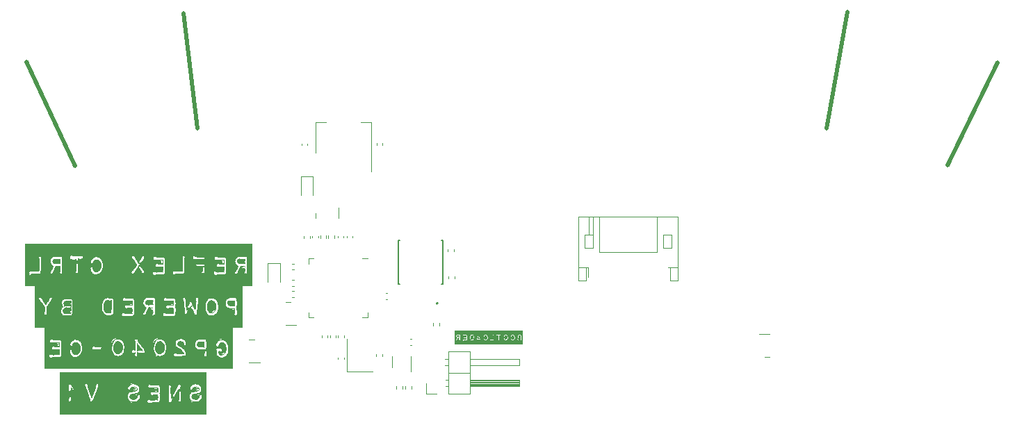
<source format=gbo>
G04 #@! TF.GenerationSoftware,KiCad,Pcbnew,(7.0.0-0)*
G04 #@! TF.CreationDate,2023-05-07T01:27:25-06:00*
G04 #@! TF.ProjectId,snes_controller_pcb,736e6573-5f63-46f6-9e74-726f6c6c6572,4a*
G04 #@! TF.SameCoordinates,Original*
G04 #@! TF.FileFunction,Legend,Bot*
G04 #@! TF.FilePolarity,Positive*
%FSLAX46Y46*%
G04 Gerber Fmt 4.6, Leading zero omitted, Abs format (unit mm)*
G04 Created by KiCad (PCBNEW (7.0.0-0)) date 2023-05-07 01:27:25*
%MOMM*%
%LPD*%
G01*
G04 APERTURE LIST*
%ADD10C,0.500000*%
%ADD11C,0.150000*%
%ADD12C,0.120000*%
%ADD13C,0.127000*%
%ADD14C,0.200000*%
G04 APERTURE END LIST*
D10*
X83680000Y-92670000D02*
X77770000Y-79930000D01*
X189885000Y-92575000D02*
X196040000Y-80000000D01*
X175230000Y-88040000D02*
X177700000Y-73850000D01*
X98590000Y-88100000D02*
X96830000Y-74020000D01*
D11*
G36*
X104440636Y-105729382D02*
G01*
X104418927Y-105751350D01*
X104412662Y-105757641D01*
X104392690Y-105746226D01*
X104383603Y-105739133D01*
X104382556Y-105738119D01*
X104407297Y-105731965D01*
X104415110Y-105729608D01*
X104443504Y-105718067D01*
X104461272Y-105708359D01*
X104440636Y-105729382D01*
G37*
G36*
X103726036Y-103943273D02*
G01*
X103757120Y-103946879D01*
X103762279Y-103947924D01*
X103786429Y-103965930D01*
X103810758Y-103971927D01*
X103842932Y-103974264D01*
X103874689Y-103974079D01*
X103906597Y-103972525D01*
X103938659Y-103970284D01*
X103970987Y-103968255D01*
X104001235Y-103966709D01*
X104031161Y-103965930D01*
X104047935Y-103965930D01*
X104079647Y-103965930D01*
X104109563Y-103965930D01*
X104121784Y-103965930D01*
X104152221Y-103965930D01*
X104182835Y-103965930D01*
X104210794Y-103966858D01*
X104239988Y-103972525D01*
X104255756Y-103974148D01*
X104284685Y-103965930D01*
X104315505Y-103956588D01*
X104345916Y-103953668D01*
X104373345Y-103965930D01*
X104375234Y-103971460D01*
X104380271Y-104001593D01*
X104381405Y-104032608D01*
X104380600Y-104043449D01*
X104377741Y-104073641D01*
X104375268Y-104095473D01*
X104371971Y-104127106D01*
X104368949Y-104158638D01*
X104366058Y-104188047D01*
X104362547Y-104219571D01*
X104358690Y-104250229D01*
X104358285Y-104252909D01*
X104354182Y-104283708D01*
X104352096Y-104313976D01*
X104348900Y-104339227D01*
X104341838Y-104368198D01*
X104340074Y-104378234D01*
X104352096Y-104405567D01*
X104360310Y-104421682D01*
X104371301Y-104449708D01*
X104381405Y-104480306D01*
X104385091Y-104493105D01*
X104389798Y-104522402D01*
X104381405Y-104550648D01*
X104356982Y-104562208D01*
X104327687Y-104557929D01*
X104297141Y-104546984D01*
X104277506Y-104538540D01*
X104249376Y-104526948D01*
X104220937Y-104517675D01*
X104198114Y-104520225D01*
X104168181Y-104525735D01*
X104163089Y-104526745D01*
X104133139Y-104532404D01*
X104103057Y-104537700D01*
X104073659Y-104542588D01*
X104049336Y-104546324D01*
X104017239Y-104551747D01*
X103987930Y-104557151D01*
X103957888Y-104563104D01*
X103950269Y-104564612D01*
X103917824Y-104570196D01*
X103885309Y-104574088D01*
X103853840Y-104575560D01*
X103835795Y-104576217D01*
X103806121Y-104576568D01*
X103771174Y-104575761D01*
X103736947Y-104573614D01*
X103703442Y-104570128D01*
X103670658Y-104565302D01*
X103644215Y-104559882D01*
X103614608Y-104551158D01*
X103582997Y-104537919D01*
X103554541Y-104521385D01*
X103529242Y-104501555D01*
X103525549Y-104498459D01*
X103500665Y-104475222D01*
X103480675Y-104453129D01*
X103469324Y-104438540D01*
X103997455Y-104438540D01*
X104220937Y-104425351D01*
X104275892Y-104387982D01*
X104271496Y-104362336D01*
X104260584Y-104341974D01*
X104254643Y-104311778D01*
X104245850Y-104324234D01*
X104237067Y-104337667D01*
X104220937Y-104362336D01*
X104198810Y-104380136D01*
X104170379Y-104392378D01*
X104156245Y-104397049D01*
X104126683Y-104407170D01*
X104098572Y-104417291D01*
X104086894Y-104421310D01*
X104056497Y-104429653D01*
X104027672Y-104435082D01*
X103997455Y-104438540D01*
X103469324Y-104438540D01*
X103461922Y-104429026D01*
X103444405Y-104402914D01*
X103428125Y-104374793D01*
X103416293Y-104350628D01*
X103405921Y-104321915D01*
X103399094Y-104288806D01*
X103397947Y-104256118D01*
X103402480Y-104223851D01*
X103404838Y-104205521D01*
X103410618Y-104174271D01*
X103418502Y-104144072D01*
X103428490Y-104114925D01*
X103432067Y-104106614D01*
X104102968Y-104106614D01*
X104161586Y-104106614D01*
X104185940Y-104107000D01*
X104217692Y-104109164D01*
X104246583Y-104114674D01*
X104257574Y-104127085D01*
X104259177Y-104157398D01*
X104246583Y-104185749D01*
X104235775Y-104213959D01*
X104220937Y-104239971D01*
X104228997Y-104231911D01*
X104241394Y-104218239D01*
X104254643Y-104190145D01*
X104262062Y-104163226D01*
X104278090Y-104138121D01*
X104288809Y-104119860D01*
X104284685Y-104089761D01*
X104256841Y-104080969D01*
X104255095Y-104080977D01*
X104225603Y-104083450D01*
X104195292Y-104089761D01*
X104102968Y-104106614D01*
X103432067Y-104106614D01*
X103440581Y-104086830D01*
X103454421Y-104060624D01*
X103472728Y-104034795D01*
X103493691Y-104013363D01*
X103520449Y-103994507D01*
X103543576Y-103981798D01*
X103572098Y-103968296D01*
X103600190Y-103957441D01*
X103633335Y-103947910D01*
X103665861Y-103942191D01*
X103697769Y-103940285D01*
X103726036Y-103943273D01*
G37*
G36*
X105213052Y-107295449D02*
G01*
X102545187Y-107295449D01*
X102545187Y-105637284D01*
X103052235Y-105637284D01*
X103053266Y-105657643D01*
X103058675Y-105688278D01*
X103068722Y-105719029D01*
X103081544Y-105746461D01*
X103093559Y-105766256D01*
X103113228Y-105792646D01*
X103136013Y-105814561D01*
X103162145Y-105829259D01*
X103164706Y-105830140D01*
X103195117Y-105822664D01*
X103172403Y-105810208D01*
X103150052Y-105802717D01*
X103124043Y-105788959D01*
X103106537Y-105770422D01*
X103092535Y-105742797D01*
X103090494Y-105737132D01*
X103080866Y-105707841D01*
X103072752Y-105679050D01*
X103071346Y-105671287D01*
X103160708Y-105671287D01*
X103165808Y-105701764D01*
X103182338Y-105728793D01*
X103204365Y-105748234D01*
X103230552Y-105765094D01*
X103258132Y-105779433D01*
X103282160Y-105786703D01*
X103311561Y-105779559D01*
X103336534Y-105760382D01*
X103341563Y-105755256D01*
X103361507Y-105732977D01*
X103381176Y-105707858D01*
X103398161Y-105683550D01*
X103414936Y-105657068D01*
X103426435Y-105636914D01*
X103441932Y-105607918D01*
X103456729Y-105578010D01*
X103470824Y-105547190D01*
X103482347Y-105520047D01*
X103485979Y-105510871D01*
X103498196Y-105479926D01*
X103509641Y-105450805D01*
X103521777Y-105419755D01*
X103532905Y-105391087D01*
X103541466Y-105370788D01*
X103552952Y-105343720D01*
X103566050Y-105313006D01*
X103578561Y-105283777D01*
X103592256Y-105251869D01*
X103596939Y-105240769D01*
X103608746Y-105212870D01*
X103620695Y-105184755D01*
X103632788Y-105156427D01*
X103645024Y-105127883D01*
X103657403Y-105099125D01*
X103669925Y-105070152D01*
X103679966Y-105047197D01*
X103692420Y-105019373D01*
X103704767Y-104992514D01*
X103719442Y-104961559D01*
X103733962Y-104931996D01*
X103748327Y-104903823D01*
X103757555Y-104886214D01*
X103773153Y-104859697D01*
X103792177Y-104833641D01*
X103815738Y-104812964D01*
X103839008Y-104803905D01*
X103868913Y-104797838D01*
X103901023Y-104799222D01*
X103931510Y-104809301D01*
X103958575Y-104820704D01*
X103987014Y-104830000D01*
X104016827Y-104837190D01*
X104048013Y-104842274D01*
X104051233Y-104843310D01*
X104081321Y-104850420D01*
X104113959Y-104854913D01*
X104146623Y-104857480D01*
X104177148Y-104858715D01*
X104210679Y-104859126D01*
X104224263Y-104859175D01*
X104255268Y-104859722D01*
X104286902Y-104861182D01*
X104316123Y-104863992D01*
X104346967Y-104871583D01*
X104362423Y-104893496D01*
X104368987Y-104924083D01*
X104368949Y-104956579D01*
X104368086Y-104968214D01*
X104365033Y-105000955D01*
X104361285Y-105030450D01*
X104355759Y-105062092D01*
X104355828Y-105067633D01*
X104357477Y-105098042D01*
X104360156Y-105129503D01*
X104361255Y-105141215D01*
X104364003Y-105171998D01*
X104366476Y-105201539D01*
X104368949Y-105232818D01*
X104370082Y-105247003D01*
X104372883Y-105278166D01*
X104376032Y-105308286D01*
X104379939Y-105340529D01*
X104381628Y-105355720D01*
X104384513Y-105387216D01*
X104385801Y-105416733D01*
X104384294Y-105433302D01*
X104376909Y-105463298D01*
X104366571Y-105492653D01*
X104354294Y-105522246D01*
X104341942Y-105552394D01*
X104332119Y-105584531D01*
X104326875Y-105614195D01*
X104326450Y-105644611D01*
X104331139Y-105664455D01*
X104343387Y-105692385D01*
X104361896Y-105718113D01*
X104382556Y-105738119D01*
X104377009Y-105739500D01*
X104347699Y-105742797D01*
X104322054Y-105738401D01*
X104307538Y-105718115D01*
X104288348Y-105695902D01*
X104281445Y-105687545D01*
X104264859Y-105661331D01*
X104256841Y-105632888D01*
X104256710Y-105630978D01*
X104256180Y-105600290D01*
X104257253Y-105569278D01*
X104259039Y-105539831D01*
X104259460Y-105524589D01*
X104261521Y-105494421D01*
X104264406Y-105463177D01*
X104267832Y-105430655D01*
X104268834Y-105420539D01*
X104271770Y-105389713D01*
X104274604Y-105358166D01*
X104277335Y-105325897D01*
X104279962Y-105292907D01*
X104282487Y-105259196D01*
X104284710Y-105225794D01*
X104286986Y-105193731D01*
X104289313Y-105163008D01*
X104292093Y-105128858D01*
X104294943Y-105096530D01*
X104296935Y-105071689D01*
X104299150Y-105042252D01*
X104300805Y-105012267D01*
X104300839Y-105006599D01*
X104301663Y-104976832D01*
X104303003Y-104947054D01*
X104300272Y-104923165D01*
X104271496Y-104915546D01*
X104245535Y-104926723D01*
X104217309Y-104940506D01*
X104189430Y-104955846D01*
X104163670Y-104967825D01*
X104134012Y-104975877D01*
X104102968Y-104978561D01*
X104086253Y-104980942D01*
X104059676Y-104994970D01*
X104037755Y-105016663D01*
X104024085Y-105040396D01*
X104048013Y-105058428D01*
X104056898Y-105059001D01*
X104086052Y-105055144D01*
X104115058Y-105046064D01*
X104144734Y-105033516D01*
X104182835Y-105012267D01*
X104186635Y-105021640D01*
X104193848Y-105050171D01*
X104196025Y-105079678D01*
X104196299Y-105097217D01*
X104197918Y-105128649D01*
X104200421Y-105158080D01*
X104200833Y-105163618D01*
X104201463Y-105195614D01*
X104199631Y-105226955D01*
X104196025Y-105256998D01*
X104196219Y-105272168D01*
X104197776Y-105304499D01*
X104200416Y-105334968D01*
X104204248Y-105367471D01*
X104208481Y-105396949D01*
X104210041Y-105406935D01*
X104214755Y-105436929D01*
X104219521Y-105466973D01*
X104224338Y-105497070D01*
X104229206Y-105527217D01*
X104234126Y-105557417D01*
X104237344Y-105577120D01*
X104243469Y-105610334D01*
X104250226Y-105641935D01*
X104257615Y-105671923D01*
X104265634Y-105700299D01*
X104266777Y-105704201D01*
X104275822Y-105732788D01*
X104286870Y-105761954D01*
X104300805Y-105788959D01*
X104314234Y-105799673D01*
X104344262Y-105800216D01*
X104372953Y-105788103D01*
X104398258Y-105772106D01*
X104412662Y-105757641D01*
X104420182Y-105761939D01*
X104451137Y-105769610D01*
X104482521Y-105766977D01*
X104507315Y-105758483D01*
X104533812Y-105745728D01*
X104535644Y-105740370D01*
X104548954Y-105713290D01*
X104563122Y-105686377D01*
X104564163Y-105684213D01*
X104573236Y-105656278D01*
X104578743Y-105625686D01*
X104582284Y-105592908D01*
X104584371Y-105560347D01*
X104584814Y-105548684D01*
X104585798Y-105519250D01*
X104586603Y-105489422D01*
X104587229Y-105459200D01*
X104587677Y-105428585D01*
X104587945Y-105397577D01*
X104588034Y-105366174D01*
X104587945Y-105334669D01*
X104587677Y-105303807D01*
X104587229Y-105273589D01*
X104586603Y-105244015D01*
X104585616Y-105209376D01*
X104584371Y-105175665D01*
X104583585Y-105159634D01*
X104582052Y-105126836D01*
X104580816Y-105097252D01*
X104579974Y-105065756D01*
X104579974Y-105044690D01*
X104579974Y-105012132D01*
X104579974Y-104980805D01*
X104579974Y-104950901D01*
X104579974Y-104916691D01*
X104579974Y-104878177D01*
X104579991Y-104857738D01*
X104580082Y-104826682D01*
X104580249Y-104795150D01*
X104580494Y-104763141D01*
X104580816Y-104730655D01*
X104581215Y-104697693D01*
X104581692Y-104664255D01*
X104582245Y-104630340D01*
X104582877Y-104595948D01*
X104583585Y-104561080D01*
X104584371Y-104525735D01*
X104584814Y-104502104D01*
X104585426Y-104467002D01*
X104585974Y-104432312D01*
X104586457Y-104398034D01*
X104586875Y-104364168D01*
X104587229Y-104330715D01*
X104587519Y-104297673D01*
X104587745Y-104265044D01*
X104587906Y-104232827D01*
X104588002Y-104201022D01*
X104588034Y-104169629D01*
X104588034Y-104139515D01*
X104588034Y-104103131D01*
X104588034Y-104071051D01*
X104588034Y-104037005D01*
X104588034Y-104005028D01*
X104588034Y-103973257D01*
X104587596Y-103948476D01*
X104585979Y-103917351D01*
X104583169Y-103883842D01*
X104579811Y-103853222D01*
X104575578Y-103820850D01*
X104570955Y-103794789D01*
X104562801Y-103763834D01*
X104549432Y-103733515D01*
X104528683Y-103710941D01*
X104500721Y-103705722D01*
X104469328Y-103703833D01*
X104438691Y-103703077D01*
X104408516Y-103702881D01*
X104389383Y-103702881D01*
X104358553Y-103702881D01*
X104323305Y-103702881D01*
X104289963Y-103702881D01*
X104258527Y-103702881D01*
X104228997Y-103702881D01*
X104198638Y-103702621D01*
X104167532Y-103702106D01*
X104134078Y-103701429D01*
X104100770Y-103700682D01*
X104082948Y-103700290D01*
X104053417Y-103699721D01*
X104018263Y-103699180D01*
X103983419Y-103698793D01*
X103948883Y-103698562D01*
X103914657Y-103698484D01*
X103903334Y-103698476D01*
X103869777Y-103698347D01*
X103836839Y-103698064D01*
X103804519Y-103697626D01*
X103772817Y-103697033D01*
X103741733Y-103696286D01*
X103709125Y-103694834D01*
X103676886Y-103691523D01*
X103646478Y-103681632D01*
X103621565Y-103675770D01*
X103621221Y-103682346D01*
X103595920Y-103698484D01*
X103590673Y-103699125D01*
X103560897Y-103705926D01*
X103532475Y-103716917D01*
X103505794Y-103730724D01*
X103490113Y-103740073D01*
X103463609Y-103758677D01*
X103438990Y-103778638D01*
X103416828Y-103798482D01*
X103393687Y-103820850D01*
X103371301Y-103839580D01*
X103349022Y-103861422D01*
X103326850Y-103886377D01*
X103304786Y-103914445D01*
X103287212Y-103939140D01*
X103269707Y-103965827D01*
X103252270Y-103994507D01*
X103235887Y-104024926D01*
X103221541Y-104057201D01*
X103209234Y-104091330D01*
X103198964Y-104127314D01*
X103190732Y-104165152D01*
X103185896Y-104194748D01*
X103182206Y-104225388D01*
X103179662Y-104257070D01*
X103178265Y-104289796D01*
X103177231Y-104318612D01*
X103179910Y-104353096D01*
X103186865Y-104387477D01*
X103195927Y-104416049D01*
X103207959Y-104444549D01*
X103222961Y-104472978D01*
X103229518Y-104484304D01*
X103246388Y-104512343D01*
X103263937Y-104539989D01*
X103282165Y-104567241D01*
X103301074Y-104594099D01*
X103320662Y-104620564D01*
X103340930Y-104646635D01*
X103353126Y-104661694D01*
X103373308Y-104685332D01*
X103397290Y-104711290D01*
X103421015Y-104734620D01*
X103444483Y-104755322D01*
X103467692Y-104773397D01*
X103488515Y-104788776D01*
X103512311Y-104807690D01*
X103532905Y-104829817D01*
X103543896Y-104848868D01*
X103541996Y-104851183D01*
X103537302Y-104880375D01*
X103536970Y-104885364D01*
X103530578Y-104915042D01*
X103521033Y-104947875D01*
X103510408Y-104981123D01*
X103500697Y-105010131D01*
X103489491Y-105042629D01*
X103476791Y-105078618D01*
X103462598Y-105118097D01*
X103452305Y-105146356D01*
X103446810Y-105162155D01*
X103435429Y-105190025D01*
X103421805Y-105218175D01*
X103405937Y-105246605D01*
X103387825Y-105275316D01*
X103382232Y-105283468D01*
X103365385Y-105307923D01*
X103348435Y-105332377D01*
X103331382Y-105356832D01*
X103314226Y-105381287D01*
X103296967Y-105405742D01*
X103288271Y-105417860D01*
X103268731Y-105445283D01*
X103250243Y-105471515D01*
X103232807Y-105496554D01*
X103214168Y-105523711D01*
X103199793Y-105545284D01*
X103183879Y-105570873D01*
X103170205Y-105597717D01*
X103167302Y-105609463D01*
X103162082Y-105638772D01*
X103160708Y-105671287D01*
X103071346Y-105671287D01*
X103055899Y-105585993D01*
X103053269Y-105607846D01*
X103052235Y-105637284D01*
X102545187Y-105637284D01*
X102545187Y-104306826D01*
X103055596Y-104306826D01*
X103056189Y-104338361D01*
X103058715Y-104369824D01*
X103063173Y-104401215D01*
X103069563Y-104432535D01*
X103077885Y-104463783D01*
X103088139Y-104494960D01*
X103090355Y-104501120D01*
X103101972Y-104531256D01*
X103114484Y-104560283D01*
X103127890Y-104588200D01*
X103142190Y-104615008D01*
X103157385Y-104640707D01*
X103176799Y-104670082D01*
X103196351Y-104697585D01*
X103215439Y-104723491D01*
X103234064Y-104747800D01*
X103255206Y-104774142D01*
X103275718Y-104798310D01*
X103289123Y-104813812D01*
X103309817Y-104838914D01*
X103326276Y-104863523D01*
X103327024Y-104871558D01*
X103323709Y-104902230D01*
X103317492Y-104931608D01*
X103309423Y-104963174D01*
X103303847Y-104982831D01*
X103294497Y-105013220D01*
X103283961Y-105044690D01*
X103272240Y-105077242D01*
X103261567Y-105105195D01*
X103250072Y-105133899D01*
X103245776Y-105146639D01*
X103234309Y-105179365D01*
X103221805Y-105213343D01*
X103211054Y-105241427D01*
X103199640Y-105270313D01*
X103187561Y-105300000D01*
X103174819Y-105330488D01*
X103161412Y-105361778D01*
X103179100Y-105329389D01*
X103196262Y-105297802D01*
X103212897Y-105267016D01*
X103229006Y-105237031D01*
X103244588Y-105207848D01*
X103259643Y-105179466D01*
X103274172Y-105151886D01*
X103288174Y-105125107D01*
X103304828Y-105096649D01*
X103320445Y-105068979D01*
X103335025Y-105042095D01*
X103348567Y-105015999D01*
X103363447Y-104985722D01*
X103376834Y-104956579D01*
X103378908Y-104951874D01*
X103391580Y-104922187D01*
X103403134Y-104892363D01*
X103410540Y-104863523D01*
X103396435Y-104837328D01*
X103376103Y-104814382D01*
X103354119Y-104792448D01*
X103339465Y-104778572D01*
X103316109Y-104757243D01*
X103291105Y-104735295D01*
X103264452Y-104712729D01*
X103240982Y-104693452D01*
X103216367Y-104673746D01*
X103196228Y-104653791D01*
X103177944Y-104629828D01*
X103161515Y-104601858D01*
X103146940Y-104569882D01*
X103134221Y-104533898D01*
X103125898Y-104504280D01*
X103118619Y-104472409D01*
X103112383Y-104438283D01*
X103107190Y-104401904D01*
X103104233Y-104376851D01*
X103100732Y-104339432D01*
X103098351Y-104302207D01*
X103097091Y-104265175D01*
X103096952Y-104228336D01*
X103097933Y-104191690D01*
X103100034Y-104155237D01*
X103103257Y-104118978D01*
X103107599Y-104082912D01*
X103113063Y-104047039D01*
X103119646Y-104011359D01*
X103122491Y-103999255D01*
X103131257Y-103969670D01*
X103142384Y-103941052D01*
X103155872Y-103913399D01*
X103171722Y-103886712D01*
X103189932Y-103860992D01*
X103210505Y-103836237D01*
X103219246Y-103826497D01*
X103241450Y-103802673D01*
X103264154Y-103779600D01*
X103287360Y-103757278D01*
X103311066Y-103735707D01*
X103335273Y-103714888D01*
X103359981Y-103694821D01*
X103371679Y-103686855D01*
X103401500Y-103666966D01*
X103432144Y-103647113D01*
X103457251Y-103631256D01*
X103482885Y-103615423D01*
X103509046Y-103599612D01*
X103535733Y-103583824D01*
X103562947Y-103568059D01*
X103539571Y-103580635D01*
X103505806Y-103599264D01*
X103473600Y-103617609D01*
X103442952Y-103635671D01*
X103413863Y-103653450D01*
X103386332Y-103670945D01*
X103360359Y-103688157D01*
X103328153Y-103710666D01*
X103298718Y-103732671D01*
X103272054Y-103754172D01*
X103247496Y-103775272D01*
X103224747Y-103796441D01*
X103203807Y-103817679D01*
X103180176Y-103844322D01*
X103159371Y-103871073D01*
X103141393Y-103897932D01*
X103126241Y-103924897D01*
X103118195Y-103941128D01*
X103106274Y-103968266D01*
X103094424Y-104000972D01*
X103085254Y-104033834D01*
X103078762Y-104066849D01*
X103074950Y-104100020D01*
X103074532Y-104105577D01*
X103071784Y-104139615D01*
X103069180Y-104168885D01*
X103066289Y-104198977D01*
X103063112Y-104229893D01*
X103059648Y-104261631D01*
X103055899Y-104294193D01*
X103055596Y-104306826D01*
X102545187Y-104306826D01*
X102545187Y-102137040D01*
X105213052Y-102137040D01*
X105213052Y-107295449D01*
G37*
G36*
X102685138Y-107295449D02*
G01*
X100009946Y-107295449D01*
X100009946Y-105773571D01*
X100558027Y-105773571D01*
X100565996Y-105798484D01*
X100583500Y-105825635D01*
X100606649Y-105848991D01*
X100632766Y-105868826D01*
X100648634Y-105879130D01*
X100677760Y-105895617D01*
X100706366Y-105907595D01*
X100735348Y-105912790D01*
X100743773Y-105912629D01*
X100773988Y-105910214D01*
X100803491Y-105906195D01*
X100808772Y-105905357D01*
X100839965Y-105900233D01*
X100871478Y-105894823D01*
X100902410Y-105889343D01*
X100920163Y-105886083D01*
X100951577Y-105879946D01*
X100982296Y-105873461D01*
X101012319Y-105866628D01*
X101025004Y-105863537D01*
X101054694Y-105857161D01*
X101085592Y-105853439D01*
X101103592Y-105853439D01*
X101133897Y-105853439D01*
X101165461Y-105853439D01*
X101197551Y-105853439D01*
X101227009Y-105853439D01*
X101258481Y-105853439D01*
X101290619Y-105853439D01*
X101323420Y-105853439D01*
X101356885Y-105853439D01*
X101391014Y-105853439D01*
X101425807Y-105853439D01*
X101461264Y-105853439D01*
X101497385Y-105853439D01*
X101533438Y-105853405D01*
X101568689Y-105853302D01*
X101603139Y-105853130D01*
X101636787Y-105852889D01*
X101669634Y-105852580D01*
X101701679Y-105852202D01*
X101732923Y-105851756D01*
X101763366Y-105851241D01*
X101778000Y-105850975D01*
X101811206Y-105850384D01*
X101844676Y-105849817D01*
X101874935Y-105849352D01*
X101904782Y-105849043D01*
X101918814Y-105844112D01*
X101944517Y-105828027D01*
X101964958Y-105806453D01*
X101980986Y-105781632D01*
X101990947Y-105762208D01*
X102002968Y-105735103D01*
X102010295Y-105705428D01*
X102010330Y-105704646D01*
X102013077Y-105675108D01*
X102016100Y-105644814D01*
X102019088Y-105615302D01*
X102022214Y-105582286D01*
X102025545Y-105548086D01*
X102028479Y-105518680D01*
X102031556Y-105488451D01*
X102034776Y-105457400D01*
X102038139Y-105425525D01*
X102039407Y-105412548D01*
X102042452Y-105380355D01*
X102045317Y-105348520D01*
X102048004Y-105317043D01*
X102050512Y-105285923D01*
X102052842Y-105255162D01*
X102054992Y-105224758D01*
X102056984Y-105190454D01*
X102058787Y-105156098D01*
X102060161Y-105124305D01*
X102060854Y-105093599D01*
X102060837Y-105088872D01*
X102059800Y-105055177D01*
X102057628Y-105025459D01*
X102054270Y-104994967D01*
X102049728Y-104963703D01*
X102044001Y-104931666D01*
X102037964Y-104900849D01*
X102031638Y-104869649D01*
X102025353Y-104840259D01*
X102018355Y-104810766D01*
X102014286Y-104792072D01*
X102013204Y-104761212D01*
X102014692Y-104730899D01*
X102016707Y-104700720D01*
X102019088Y-104669533D01*
X102021836Y-104637339D01*
X102024950Y-104604137D01*
X102026633Y-104587181D01*
X102029743Y-104557012D01*
X102033064Y-104526213D01*
X102036596Y-104494782D01*
X102040337Y-104462720D01*
X102042659Y-104440273D01*
X102045556Y-104407186D01*
X102047610Y-104374123D01*
X102048397Y-104342553D01*
X102048380Y-104336642D01*
X102047878Y-104306574D01*
X102046847Y-104275078D01*
X102045495Y-104243838D01*
X102044001Y-104214325D01*
X102043428Y-104203978D01*
X102041436Y-104172972D01*
X102039032Y-104142017D01*
X102036216Y-104111113D01*
X102032987Y-104080262D01*
X102029346Y-104049461D01*
X102025190Y-104018798D01*
X102020416Y-103988908D01*
X102015024Y-103959791D01*
X102007951Y-103926797D01*
X102000037Y-103894856D01*
X101996368Y-103881842D01*
X101985641Y-103851549D01*
X101971930Y-103825132D01*
X101950944Y-103802532D01*
X101926830Y-103795219D01*
X101895216Y-103790228D01*
X101864136Y-103787388D01*
X101832975Y-103785679D01*
X101799135Y-103784339D01*
X101764110Y-103783618D01*
X101734017Y-103783489D01*
X101703102Y-103783790D01*
X101671363Y-103784520D01*
X101638802Y-103785679D01*
X101632222Y-103785909D01*
X101599750Y-103787079D01*
X101567993Y-103788284D01*
X101536953Y-103789526D01*
X101506627Y-103790803D01*
X101477018Y-103792116D01*
X101442431Y-103793739D01*
X101415540Y-103795006D01*
X101382942Y-103796418D01*
X101352900Y-103797517D01*
X101322263Y-103798135D01*
X101296366Y-103797517D01*
X101265747Y-103795864D01*
X101235801Y-103793739D01*
X101217995Y-103792276D01*
X101186213Y-103789191D01*
X101154780Y-103785527D01*
X101123694Y-103781283D01*
X101110024Y-103779096D01*
X101079769Y-103774259D01*
X101050209Y-103769539D01*
X101018181Y-103764430D01*
X101003008Y-103761593D01*
X100971701Y-103754054D01*
X100942710Y-103743181D01*
X100938396Y-103740567D01*
X100911092Y-103727730D01*
X100881010Y-103718313D01*
X100849653Y-103711673D01*
X100821855Y-103707918D01*
X100789765Y-103708438D01*
X100760993Y-103717535D01*
X100740156Y-103729717D01*
X100717700Y-103751523D01*
X100698615Y-103778107D01*
X100682591Y-103806928D01*
X100670699Y-103832731D01*
X100660796Y-103860686D01*
X100654350Y-103893227D01*
X100655480Y-103924897D01*
X100656003Y-103927511D01*
X100664307Y-103956634D01*
X100675914Y-103983710D01*
X100691384Y-104011359D01*
X100707733Y-104030868D01*
X100732804Y-104046904D01*
X100761025Y-104055903D01*
X100790302Y-104059719D01*
X100810671Y-104063165D01*
X100840689Y-104066486D01*
X100872460Y-104068054D01*
X100905985Y-104067868D01*
X100936115Y-104066314D01*
X100941214Y-104065908D01*
X100975179Y-104063429D01*
X101006129Y-104061581D01*
X101037808Y-104060241D01*
X101068739Y-104059719D01*
X101089530Y-104059719D01*
X101121862Y-104059719D01*
X101153684Y-104059719D01*
X101185161Y-104059719D01*
X101221147Y-104059719D01*
X101252001Y-104059719D01*
X101283383Y-104059719D01*
X101315291Y-104059719D01*
X101347726Y-104059719D01*
X101380687Y-104059719D01*
X101414175Y-104059719D01*
X101448189Y-104059719D01*
X101482731Y-104059719D01*
X101503450Y-104059719D01*
X101534948Y-104059719D01*
X101566949Y-104059719D01*
X101599451Y-104059719D01*
X101632456Y-104059719D01*
X101665964Y-104059719D01*
X101699973Y-104059719D01*
X101734485Y-104059719D01*
X101769500Y-104059719D01*
X101805016Y-104059719D01*
X101841035Y-104059719D01*
X101845672Y-104082116D01*
X101848377Y-104113164D01*
X101849519Y-104144444D01*
X101849828Y-104176223D01*
X101849828Y-104181871D01*
X101849828Y-104216390D01*
X101849828Y-104245981D01*
X101849828Y-104276324D01*
X101849828Y-104307419D01*
X101849828Y-104339265D01*
X101849828Y-104371862D01*
X101849828Y-104646635D01*
X101830228Y-104646214D01*
X101799402Y-104643535D01*
X101769960Y-104637842D01*
X101751683Y-104636129D01*
X101721819Y-104634171D01*
X101691558Y-104633446D01*
X101689324Y-104633434D01*
X101658219Y-104630332D01*
X101630009Y-104620989D01*
X101624514Y-104621093D01*
X101595205Y-104623565D01*
X101565529Y-104627584D01*
X101562732Y-104627951D01*
X101531492Y-104632083D01*
X101502340Y-104635990D01*
X101472473Y-104640040D01*
X101466339Y-104640839D01*
X101435756Y-104644059D01*
X101405316Y-104645991D01*
X101375020Y-104646635D01*
X101366190Y-104646635D01*
X101335639Y-104646635D01*
X101305410Y-104646635D01*
X101282375Y-104641094D01*
X101252191Y-104632123D01*
X101221565Y-104621716D01*
X101191838Y-104610731D01*
X101170006Y-104602925D01*
X101137606Y-104594155D01*
X101104878Y-104589763D01*
X101073136Y-104591680D01*
X101065850Y-104595645D01*
X101039517Y-104608582D01*
X101010036Y-104621090D01*
X100980812Y-104631980D01*
X100955232Y-104647559D01*
X100940317Y-104673686D01*
X100936012Y-104705766D01*
X100938313Y-104735295D01*
X100938600Y-104740258D01*
X100941290Y-104773397D01*
X100945172Y-104803731D01*
X100951068Y-104834963D01*
X100959563Y-104865721D01*
X100961950Y-104871877D01*
X100979634Y-104895544D01*
X101004890Y-104911035D01*
X101034352Y-104920306D01*
X101065076Y-104925072D01*
X101079574Y-104927993D01*
X101109698Y-104932957D01*
X101140803Y-104935527D01*
X101170588Y-104931666D01*
X101173737Y-104930270D01*
X101201397Y-104917447D01*
X101229207Y-104903823D01*
X101253490Y-104898911D01*
X101284620Y-104896400D01*
X101316401Y-104895763D01*
X101324046Y-104895763D01*
X101355485Y-104895763D01*
X101388298Y-104895763D01*
X101418135Y-104895763D01*
X101449025Y-104895763D01*
X101457970Y-104895780D01*
X101488779Y-104896110D01*
X101518818Y-104896862D01*
X101552203Y-104898236D01*
X101584580Y-104900159D01*
X101599544Y-104901018D01*
X101630041Y-104902664D01*
X101660051Y-104903823D01*
X101680054Y-104910984D01*
X101709970Y-104913320D01*
X101740651Y-104908219D01*
X101749081Y-104906173D01*
X101780402Y-104904006D01*
X101807330Y-104916279D01*
X101816526Y-104923099D01*
X101828066Y-104950989D01*
X101833708Y-104980026D01*
X101834210Y-104983701D01*
X101838126Y-105013869D01*
X101841858Y-105045410D01*
X101845407Y-105078326D01*
X101848362Y-105108254D01*
X101849702Y-105125668D01*
X101851440Y-105156197D01*
X101852407Y-105186796D01*
X101852602Y-105217466D01*
X101852026Y-105248205D01*
X101851385Y-105264646D01*
X101848981Y-105297332D01*
X101841768Y-105325874D01*
X101833447Y-105349606D01*
X101826426Y-105378139D01*
X101822717Y-105408673D01*
X101821558Y-105430755D01*
X101820519Y-105460696D01*
X101821572Y-105471367D01*
X101828484Y-105500839D01*
X101837371Y-105530306D01*
X101841511Y-105545915D01*
X101842249Y-105576226D01*
X101824915Y-105599915D01*
X101819720Y-105603545D01*
X101791212Y-105610981D01*
X101761717Y-105609120D01*
X101729660Y-105602113D01*
X101716924Y-105598708D01*
X101686046Y-105591267D01*
X101656674Y-105585741D01*
X101626346Y-105583062D01*
X101604593Y-105583921D01*
X101575226Y-105586162D01*
X101545974Y-105588867D01*
X101516436Y-105591855D01*
X101489692Y-105594499D01*
X101456514Y-105598002D01*
X101422150Y-105601866D01*
X101392608Y-105605362D01*
X101362243Y-105609108D01*
X101331056Y-105613104D01*
X101299514Y-105616907D01*
X101268545Y-105620531D01*
X101238148Y-105623977D01*
X101208324Y-105627243D01*
X101173290Y-105630927D01*
X101139081Y-105634353D01*
X101107018Y-105636654D01*
X101074691Y-105637516D01*
X101044443Y-105636096D01*
X101014517Y-105629957D01*
X101005344Y-105628712D01*
X100975454Y-105623225D01*
X100942009Y-105615110D01*
X100911422Y-105606341D01*
X100878367Y-105595747D01*
X100850146Y-105585959D01*
X100820344Y-105575002D01*
X100805326Y-105569478D01*
X100776956Y-105559907D01*
X100744616Y-105550712D01*
X100710390Y-105543739D01*
X100676775Y-105541205D01*
X100646688Y-105545693D01*
X100639532Y-105547525D01*
X100611582Y-105562569D01*
X100592577Y-105585283D01*
X100580456Y-105612371D01*
X100573415Y-105640948D01*
X100571551Y-105651083D01*
X100566683Y-105680011D01*
X100562370Y-105710961D01*
X100559245Y-105742640D01*
X100558027Y-105773571D01*
X100009946Y-105773571D01*
X100009946Y-105416148D01*
X101671287Y-105416148D01*
X101723066Y-105425525D01*
X101723344Y-105419169D01*
X101724843Y-105387667D01*
X101726521Y-105356630D01*
X101728378Y-105326058D01*
X101730414Y-105295951D01*
X101732628Y-105266309D01*
X101735522Y-105231352D01*
X101737652Y-105211443D01*
X101741048Y-105177758D01*
X101744023Y-105145546D01*
X101746577Y-105114806D01*
X101748711Y-105085539D01*
X101750424Y-105059113D01*
X101752142Y-105028658D01*
X101753108Y-104999077D01*
X101742932Y-105025252D01*
X101732566Y-105054210D01*
X101723066Y-105083341D01*
X101719024Y-105095053D01*
X101710423Y-105125837D01*
X101704518Y-105155377D01*
X101700351Y-105186656D01*
X101699504Y-105193874D01*
X101695657Y-105224237D01*
X101691078Y-105256981D01*
X101686469Y-105287585D01*
X101681300Y-105320013D01*
X101679482Y-105348723D01*
X101677249Y-105381467D01*
X101674706Y-105412336D01*
X101671287Y-105416148D01*
X100009946Y-105416148D01*
X100009946Y-105020327D01*
X101355969Y-105020327D01*
X101361668Y-105020810D01*
X101391872Y-105022525D01*
X101396976Y-105022737D01*
X101427398Y-105024925D01*
X101458510Y-105028417D01*
X101489325Y-105032783D01*
X101503316Y-105034741D01*
X101533957Y-105038727D01*
X101563440Y-105042134D01*
X101594838Y-105045239D01*
X101616271Y-105047163D01*
X101647595Y-105049636D01*
X101624147Y-105043774D01*
X101597220Y-105035943D01*
X101566743Y-105029489D01*
X101537685Y-105024723D01*
X101520566Y-105022047D01*
X101490021Y-105017590D01*
X101459824Y-105013597D01*
X101429974Y-105010068D01*
X101417278Y-105008786D01*
X101385095Y-105009336D01*
X101355969Y-105020327D01*
X100009946Y-105020327D01*
X100009946Y-104568233D01*
X101001328Y-104568233D01*
X101120030Y-104488366D01*
X101096583Y-104495876D01*
X101068739Y-104509615D01*
X101045567Y-104524145D01*
X101022394Y-104544562D01*
X101001328Y-104568233D01*
X100009946Y-104568233D01*
X100009946Y-104153509D01*
X101343512Y-104153509D01*
X101352883Y-104155066D01*
X101384690Y-104160515D01*
X101414953Y-104165965D01*
X101447651Y-104172193D01*
X101478334Y-104178421D01*
X101481489Y-104179463D01*
X101512401Y-104188536D01*
X101542168Y-104195176D01*
X101573589Y-104199671D01*
X101602131Y-104204101D01*
X101630009Y-104216523D01*
X101646009Y-104235472D01*
X101651991Y-104265296D01*
X101651991Y-104294925D01*
X101651019Y-104307172D01*
X101646977Y-104340019D01*
X101641713Y-104368985D01*
X101634836Y-104398162D01*
X101626346Y-104427549D01*
X101619476Y-104446692D01*
X101597765Y-104468812D01*
X101569193Y-104478840D01*
X101563148Y-104479851D01*
X101532923Y-104484988D01*
X101502698Y-104490269D01*
X101472473Y-104495693D01*
X101448750Y-104499219D01*
X101418825Y-104502423D01*
X101387476Y-104503753D01*
X101355969Y-104503753D01*
X101372837Y-104505839D01*
X101403285Y-104507127D01*
X101434371Y-104507417D01*
X101449884Y-104507623D01*
X101482765Y-104509271D01*
X101513565Y-104512066D01*
X101546258Y-104516123D01*
X101575787Y-104520606D01*
X101608417Y-104521851D01*
X101643107Y-104522838D01*
X101673589Y-104523464D01*
X101705503Y-104523912D01*
X101738848Y-104524180D01*
X101773624Y-104524269D01*
X101770404Y-104513379D01*
X101756771Y-104486900D01*
X101754685Y-104470292D01*
X101753397Y-104440720D01*
X101753108Y-104410696D01*
X101753108Y-104267082D01*
X101752798Y-104247684D01*
X101751176Y-104216946D01*
X101748162Y-104184237D01*
X101744315Y-104153509D01*
X101343512Y-104153509D01*
X100009946Y-104153509D01*
X100009946Y-102137040D01*
X102685138Y-102137040D01*
X102685138Y-107295449D01*
G37*
G36*
X100150630Y-107295449D02*
G01*
X97474706Y-107295449D01*
X97474706Y-105332469D01*
X99066192Y-105332469D01*
X99066347Y-105363707D01*
X99066810Y-105394224D01*
X99067583Y-105424020D01*
X99068875Y-105457870D01*
X99070588Y-105490738D01*
X99070822Y-105495345D01*
X99072741Y-105526550D01*
X99075150Y-105555933D01*
X99078505Y-105587280D01*
X99083045Y-105619698D01*
X99087725Y-105648721D01*
X99095501Y-105678317D01*
X99097591Y-105679825D01*
X99124810Y-105690773D01*
X99141663Y-105690773D01*
X99129985Y-105683367D01*
X99116750Y-105657068D01*
X99106172Y-105631273D01*
X99100095Y-105600930D01*
X99097699Y-105571338D01*
X99097066Y-105551779D01*
X99096360Y-105518685D01*
X99095922Y-105485017D01*
X99095675Y-105453221D01*
X99095536Y-105418026D01*
X99095501Y-105387424D01*
X99096542Y-105372764D01*
X99099520Y-105330374D01*
X99102278Y-105290366D01*
X99104818Y-105252742D01*
X99107138Y-105217500D01*
X99109240Y-105184641D01*
X99111122Y-105154165D01*
X99113292Y-105117236D01*
X99115072Y-105084544D01*
X99116750Y-105049636D01*
X99121980Y-105018627D01*
X99129421Y-104989747D01*
X99141663Y-104960976D01*
X99136200Y-104969079D01*
X99118809Y-104992721D01*
X99099898Y-105015930D01*
X99095875Y-105027776D01*
X99086779Y-105057148D01*
X99078648Y-105085539D01*
X99075060Y-105099761D01*
X99069708Y-105131102D01*
X99066971Y-105162613D01*
X99066192Y-105193250D01*
X99066192Y-105207447D01*
X99066192Y-105238588D01*
X99066192Y-105268842D01*
X99066192Y-105301900D01*
X99066192Y-105332469D01*
X97474706Y-105332469D01*
X97474706Y-105020327D01*
X98770170Y-105020327D01*
X98785487Y-105031151D01*
X98814911Y-105039680D01*
X98844838Y-105040630D01*
X98875683Y-105037179D01*
X98881559Y-105037113D01*
X98911369Y-105034809D01*
X98941894Y-105029214D01*
X98973136Y-105020327D01*
X98770170Y-105020327D01*
X97474706Y-105020327D01*
X97474706Y-104153509D01*
X98732801Y-104153509D01*
X98748772Y-104153509D01*
X98779852Y-104153509D01*
X98810753Y-104153509D01*
X98841476Y-104153509D01*
X98872019Y-104153509D01*
X98889413Y-104153509D01*
X98919759Y-104153509D01*
X98951003Y-104153509D01*
X98981196Y-104153509D01*
X98986508Y-104154230D01*
X99009085Y-104173389D01*
X99023694Y-104199671D01*
X99030173Y-104214365D01*
X99041025Y-104242166D01*
X99050833Y-104271706D01*
X99059597Y-104302985D01*
X99061415Y-104310072D01*
X99069240Y-104340546D01*
X99077254Y-104371687D01*
X99085243Y-104402636D01*
X99087716Y-104412356D01*
X99099898Y-104440006D01*
X99110882Y-104416339D01*
X99112354Y-104385051D01*
X99112211Y-104367788D01*
X99111232Y-104336264D01*
X99109326Y-104304161D01*
X99106492Y-104271478D01*
X99104912Y-104256846D01*
X99101860Y-104225432D01*
X99099503Y-104196104D01*
X99097699Y-104165965D01*
X99097268Y-104157793D01*
X99092188Y-104133725D01*
X99159249Y-104133725D01*
X99161097Y-104148787D01*
X99165832Y-104178433D01*
X99171705Y-104207731D01*
X99176285Y-104227423D01*
X99185215Y-104256617D01*
X99196618Y-104285400D01*
X99203991Y-104302573D01*
X99213470Y-104331562D01*
X99205941Y-104358275D01*
X99201014Y-104388715D01*
X99199520Y-104402256D01*
X99197343Y-104432125D01*
X99196618Y-104462720D01*
X99196635Y-104467440D01*
X99197717Y-104498074D01*
X99201014Y-104527933D01*
X99213470Y-104551380D01*
X99227026Y-104528666D01*
X99234973Y-104499789D01*
X99241314Y-104469315D01*
X99243115Y-104459466D01*
X99248138Y-104429335D01*
X99252594Y-104398329D01*
X99256484Y-104366446D01*
X99259807Y-104333688D01*
X99262563Y-104300054D01*
X99264040Y-104266807D01*
X99264075Y-104235208D01*
X99262666Y-104205258D01*
X99259200Y-104172399D01*
X99253771Y-104141785D01*
X99250591Y-104129886D01*
X99235876Y-104103076D01*
X99207343Y-104088412D01*
X99175369Y-104091227D01*
X99162185Y-104103328D01*
X99159249Y-104133725D01*
X99092188Y-104133725D01*
X99091105Y-104128596D01*
X99087133Y-104131646D01*
X99058687Y-104140958D01*
X99029225Y-104145351D01*
X98996939Y-104148167D01*
X98965076Y-104149845D01*
X98930425Y-104150900D01*
X98895166Y-104151777D01*
X98859299Y-104152475D01*
X98822823Y-104152993D01*
X98793205Y-104153280D01*
X98763197Y-104153451D01*
X98732801Y-104153509D01*
X97474706Y-104153509D01*
X97474706Y-103824514D01*
X98048432Y-103824514D01*
X98049394Y-103845992D01*
X98054443Y-103876320D01*
X98063819Y-103904381D01*
X98068649Y-103915350D01*
X98083552Y-103941527D01*
X98103387Y-103965930D01*
X98119415Y-103974528D01*
X98147906Y-103985994D01*
X98176957Y-103992901D01*
X98206570Y-103995250D01*
X98236743Y-103993041D01*
X98264673Y-103988238D01*
X98295814Y-103980281D01*
X98323205Y-103965930D01*
X98343105Y-103959619D01*
X98373902Y-103957558D01*
X98403805Y-103957137D01*
X98408535Y-103957137D01*
X98442365Y-103957137D01*
X98472367Y-103957137D01*
X98503296Y-103957137D01*
X98535153Y-103957137D01*
X98567937Y-103957137D01*
X98578979Y-103957155D01*
X98611626Y-103957412D01*
X98643551Y-103957979D01*
X98674755Y-103958855D01*
X98705237Y-103960040D01*
X98734999Y-103961534D01*
X98766069Y-103963247D01*
X98797464Y-103964831D01*
X98829521Y-103965930D01*
X98841828Y-103965930D01*
X98872963Y-103965930D01*
X98903526Y-103965930D01*
X98922125Y-103965930D01*
X98951762Y-103965930D01*
X98983485Y-103965930D01*
X99013436Y-103965930D01*
X99028479Y-103965930D01*
X99061156Y-103965930D01*
X99092210Y-103965930D01*
X99124810Y-103965930D01*
X99134032Y-103965930D01*
X99165769Y-103965930D01*
X99196618Y-103965930D01*
X99211241Y-103966619D01*
X99241555Y-103973587D01*
X99269673Y-103990737D01*
X99288567Y-104013783D01*
X99302131Y-104044332D01*
X99302131Y-104047624D01*
X99302131Y-104077670D01*
X99302131Y-104107255D01*
X99302131Y-104139587D01*
X99302131Y-104157264D01*
X99302131Y-104188640D01*
X99302131Y-104220576D01*
X99302131Y-104253074D01*
X99302131Y-104286133D01*
X99302131Y-104300318D01*
X99302131Y-104332615D01*
X99302131Y-104363790D01*
X99302131Y-104393844D01*
X99302131Y-104426816D01*
X99302131Y-104441952D01*
X99302131Y-104472778D01*
X99302131Y-104503020D01*
X99303648Y-104505668D01*
X99313306Y-104534875D01*
X99316785Y-104565302D01*
X99318125Y-104592573D01*
X99318983Y-104622455D01*
X99310923Y-104647368D01*
X99306298Y-104655474D01*
X99289674Y-104680341D01*
X99283446Y-104688630D01*
X99264761Y-104711848D01*
X99243512Y-104721373D01*
X99222996Y-104703421D01*
X99195152Y-104690599D01*
X99180767Y-104685795D01*
X99152562Y-104675200D01*
X99124810Y-104663488D01*
X99101523Y-104660525D01*
X99070588Y-104659824D01*
X99040678Y-104659824D01*
X99009383Y-104659824D01*
X98979730Y-104659824D01*
X98953043Y-104659998D01*
X98922944Y-104660683D01*
X98893268Y-104662022D01*
X98890899Y-104662112D01*
X98860285Y-104663074D01*
X98829521Y-104663488D01*
X98805621Y-104661914D01*
X98774568Y-104657805D01*
X98744164Y-104652846D01*
X98713750Y-104647368D01*
X98692626Y-104643166D01*
X98662788Y-104636906D01*
X98630776Y-104629668D01*
X98601780Y-104622501D01*
X98572333Y-104614395D01*
X98554000Y-104611522D01*
X98522084Y-104611490D01*
X98491558Y-104618065D01*
X98462424Y-104631248D01*
X98445525Y-104642273D01*
X98424093Y-104666178D01*
X98419925Y-104697193D01*
X98426378Y-104716088D01*
X98439671Y-104742363D01*
X98456562Y-104767535D01*
X98474937Y-104788501D01*
X98498456Y-104807100D01*
X98525438Y-104821024D01*
X98534403Y-104821723D01*
X98564604Y-104821400D01*
X98595368Y-104818689D01*
X98627288Y-104814430D01*
X98647727Y-104811886D01*
X98677827Y-104810569D01*
X98707856Y-104813139D01*
X98736464Y-104821024D01*
X98755575Y-104828116D01*
X98786693Y-104832495D01*
X98817064Y-104833481D01*
X98824443Y-104833481D01*
X98854989Y-104833481D01*
X98887183Y-104833481D01*
X98916705Y-104833481D01*
X98947490Y-104833481D01*
X98956426Y-104833458D01*
X98987070Y-104833017D01*
X99016733Y-104832015D01*
X99049431Y-104830183D01*
X99080847Y-104827619D01*
X99095307Y-104826073D01*
X99124945Y-104823111D01*
X99154852Y-104821024D01*
X99172368Y-104812597D01*
X99201014Y-104806370D01*
X99221730Y-104804221D01*
X99251572Y-104799775D01*
X99254824Y-104798799D01*
X99284133Y-104793258D01*
X99314587Y-104791715D01*
X99268425Y-105167605D01*
X99268425Y-105146356D01*
X99268402Y-105144258D01*
X99262563Y-105114849D01*
X99259994Y-105108122D01*
X99255969Y-105078945D01*
X99252677Y-105055131D01*
X99240038Y-105026555D01*
X99222263Y-105002741D01*
X99204532Y-104990097D01*
X99179765Y-104973432D01*
X99181325Y-104979308D01*
X99189210Y-105009118D01*
X99197239Y-105039644D01*
X99205410Y-105070885D01*
X99207486Y-105076672D01*
X99216917Y-105106124D01*
X99224773Y-105136435D01*
X99231056Y-105167605D01*
X99234952Y-105195059D01*
X99237983Y-105225937D01*
X99239116Y-105256265D01*
X99239848Y-105269098D01*
X99242585Y-105300023D01*
X99251572Y-105328073D01*
X99268425Y-105320013D01*
X99259484Y-105341340D01*
X99255969Y-105370571D01*
X99255969Y-105390346D01*
X99255969Y-105421129D01*
X99255539Y-105438231D01*
X99251572Y-105467291D01*
X99250410Y-105471455D01*
X99237681Y-105499588D01*
X99217867Y-105522246D01*
X99216240Y-105523586D01*
X99192918Y-105541566D01*
X99168131Y-105559226D01*
X99141663Y-105577200D01*
X99130249Y-105586531D01*
X99110705Y-105612188D01*
X99118949Y-105640948D01*
X99122332Y-105644013D01*
X99145693Y-105662746D01*
X99171705Y-105678317D01*
X99176022Y-105680491D01*
X99205594Y-105686194D01*
X99236409Y-105686599D01*
X99266227Y-105684911D01*
X99270804Y-105684501D01*
X99303972Y-105681376D01*
X99333950Y-105678188D01*
X99365145Y-105673920D01*
X99383821Y-105664200D01*
X99402712Y-105640661D01*
X99413606Y-105610147D01*
X99418758Y-105576625D01*
X99420100Y-105543495D01*
X99420100Y-105515874D01*
X99420100Y-105485470D01*
X99420100Y-105452154D01*
X99420100Y-105419274D01*
X99420100Y-105389622D01*
X99420077Y-105358252D01*
X99420008Y-105326424D01*
X99419894Y-105294138D01*
X99419734Y-105261394D01*
X99419527Y-105228192D01*
X99419276Y-105194533D01*
X99418978Y-105160415D01*
X99418634Y-105125839D01*
X99418119Y-105091355D01*
X99417673Y-105057513D01*
X99417295Y-105024311D01*
X99416986Y-104991750D01*
X99416745Y-104959831D01*
X99416574Y-104928552D01*
X99416471Y-104897915D01*
X99416436Y-104867919D01*
X99416436Y-104853448D01*
X99416436Y-104820475D01*
X99416436Y-104786953D01*
X99416436Y-104756178D01*
X99416436Y-104724304D01*
X99416436Y-104707839D01*
X99416436Y-104678417D01*
X99416436Y-104648100D01*
X99416471Y-104630732D01*
X99416696Y-104599622D01*
X99417132Y-104567600D01*
X99417778Y-104534667D01*
X99418634Y-104500822D01*
X99418812Y-104490933D01*
X99419276Y-104461300D01*
X99419636Y-104431719D01*
X99419894Y-104402190D01*
X99420048Y-104372712D01*
X99420100Y-104343285D01*
X99420100Y-104324223D01*
X99420100Y-104294335D01*
X99420100Y-104262399D01*
X99420100Y-104231178D01*
X99420088Y-104226497D01*
X99419321Y-104193168D01*
X99417716Y-104163818D01*
X99415234Y-104133748D01*
X99411877Y-104102956D01*
X99407644Y-104071443D01*
X99402790Y-104037939D01*
X99398703Y-104008664D01*
X99395187Y-103978387D01*
X99398218Y-103960055D01*
X99408436Y-103931564D01*
X99420833Y-103904381D01*
X99425137Y-103894805D01*
X99434637Y-103865091D01*
X99428893Y-103834772D01*
X99416818Y-103830058D01*
X99386678Y-103825364D01*
X99355107Y-103822418D01*
X99321182Y-103820117D01*
X99289536Y-103818164D01*
X99256424Y-103816425D01*
X99221845Y-103814901D01*
X99185799Y-103813591D01*
X99155905Y-103812698D01*
X99125074Y-103811943D01*
X99093303Y-103811324D01*
X99061200Y-103810786D01*
X99029372Y-103810271D01*
X98997819Y-103809779D01*
X98966541Y-103809309D01*
X98935537Y-103808863D01*
X98904809Y-103808439D01*
X98874355Y-103808039D01*
X98844175Y-103807661D01*
X98808430Y-103807028D01*
X98776298Y-103806502D01*
X98742509Y-103806012D01*
X98709666Y-103805637D01*
X98677846Y-103805463D01*
X98672284Y-103805428D01*
X98638040Y-103803745D01*
X98608363Y-103800414D01*
X98577647Y-103795330D01*
X98545895Y-103788493D01*
X98513104Y-103779902D01*
X98479276Y-103769559D01*
X98465607Y-103765080D01*
X98432033Y-103753956D01*
X98399317Y-103742940D01*
X98367461Y-103732032D01*
X98336463Y-103721230D01*
X98306324Y-103710536D01*
X98277043Y-103699950D01*
X98245805Y-103686795D01*
X98214439Y-103674313D01*
X98185291Y-103663826D01*
X98156876Y-103655986D01*
X98135796Y-103655800D01*
X98108044Y-103665967D01*
X98082870Y-103683097D01*
X98082049Y-103684173D01*
X98068242Y-103711376D01*
X98059423Y-103740250D01*
X98054110Y-103762912D01*
X98049731Y-103794391D01*
X98048432Y-103824514D01*
X97474706Y-103824514D01*
X97474706Y-102137040D01*
X100150630Y-102137040D01*
X100150630Y-107295449D01*
G37*
G36*
X97704050Y-107295449D02*
G01*
X95036918Y-107295449D01*
X95036918Y-105935505D01*
X95817274Y-105935505D01*
X95852914Y-105935505D01*
X95888028Y-105935505D01*
X95922615Y-105935505D01*
X95956675Y-105935505D01*
X95990209Y-105935505D01*
X96023216Y-105935505D01*
X96055697Y-105935505D01*
X96087651Y-105935505D01*
X96101341Y-105935505D01*
X96135140Y-105935505D01*
X96168331Y-105935505D01*
X96200914Y-105935505D01*
X96232888Y-105935505D01*
X96264255Y-105935505D01*
X96295013Y-105935505D01*
X96323592Y-105935290D01*
X96358073Y-105934268D01*
X96389580Y-105932070D01*
X96421042Y-105926712D01*
X95817274Y-105935505D01*
X95036918Y-105935505D01*
X95036918Y-105699566D01*
X95483882Y-105699566D01*
X95488612Y-105734639D01*
X95494558Y-105765669D01*
X95503300Y-105797568D01*
X95515712Y-105827426D01*
X95535173Y-105854172D01*
X95553629Y-105870429D01*
X95578257Y-105887250D01*
X95606248Y-105898868D01*
X95627536Y-105898893D01*
X95657173Y-105894289D01*
X95685657Y-105885816D01*
X95716157Y-105873223D01*
X95703618Y-105878229D01*
X95674392Y-105882015D01*
X95653004Y-105881384D01*
X95623644Y-105877842D01*
X95593791Y-105868826D01*
X95573092Y-105853256D01*
X95553491Y-105831457D01*
X95549939Y-105826610D01*
X95532755Y-105801215D01*
X95517588Y-105775770D01*
X95506627Y-105757892D01*
X95493816Y-105729728D01*
X95483882Y-105699566D01*
X95036918Y-105699566D01*
X95036918Y-105662499D01*
X95559739Y-105662499D01*
X95564482Y-105693704D01*
X95565305Y-105698159D01*
X95573504Y-105727501D01*
X95588113Y-105757085D01*
X95608309Y-105782456D01*
X95634092Y-105803613D01*
X95637641Y-105805958D01*
X95664385Y-105822032D01*
X95693694Y-105835427D01*
X95724950Y-105841715D01*
X95737608Y-105841143D01*
X95766836Y-105834296D01*
X95792361Y-105818268D01*
X95793923Y-105816825D01*
X95818556Y-105800682D01*
X95847316Y-105794821D01*
X95864349Y-105794357D01*
X95896326Y-105793166D01*
X95930707Y-105791792D01*
X95966166Y-105790333D01*
X95998990Y-105788959D01*
X96007721Y-105788551D01*
X96043230Y-105787005D01*
X96079677Y-105785597D01*
X96117063Y-105784326D01*
X96155389Y-105783193D01*
X96184749Y-105782433D01*
X96214637Y-105781750D01*
X96245053Y-105781145D01*
X96275997Y-105780617D01*
X96307469Y-105780166D01*
X96338810Y-105779741D01*
X96369637Y-105779290D01*
X96399947Y-105778814D01*
X96429743Y-105778311D01*
X96468669Y-105777601D01*
X96506680Y-105776846D01*
X96543774Y-105776044D01*
X96579953Y-105775197D01*
X96615215Y-105774304D01*
X96632108Y-105773772D01*
X96662837Y-105772810D01*
X96695516Y-105771801D01*
X96730568Y-105770749D01*
X96763226Y-105769908D01*
X96784659Y-105766038D01*
X96814884Y-105756719D01*
X96843826Y-105746461D01*
X96847715Y-105744985D01*
X96875273Y-105732460D01*
X96900833Y-105715000D01*
X96919297Y-105689308D01*
X96923013Y-105661279D01*
X96926098Y-105629467D01*
X96928645Y-105600090D01*
X96931479Y-105565167D01*
X96933952Y-105533237D01*
X96935901Y-105507700D01*
X96938580Y-105472849D01*
X96941351Y-105437083D01*
X96944213Y-105400401D01*
X96947167Y-105362803D01*
X96950212Y-105324289D01*
X96952556Y-105294802D01*
X96954952Y-105264800D01*
X96957399Y-105234283D01*
X96958942Y-105213727D01*
X96961202Y-105183085D01*
X96963399Y-105152676D01*
X96965530Y-105122498D01*
X96967597Y-105092552D01*
X96969600Y-105062838D01*
X96971539Y-105033355D01*
X96974023Y-104994406D01*
X96976393Y-104955869D01*
X96978648Y-104917745D01*
X96980537Y-104881360D01*
X96982175Y-104848410D01*
X96983560Y-104818895D01*
X96984937Y-104786831D01*
X96986071Y-104755438D01*
X96986708Y-104722839D01*
X96986708Y-104706302D01*
X96986708Y-104676059D01*
X96986708Y-104643550D01*
X96986708Y-104611815D01*
X96986708Y-104575858D01*
X96986708Y-104544053D01*
X96986617Y-104510588D01*
X96986342Y-104476871D01*
X96985884Y-104442902D01*
X96985243Y-104408681D01*
X96984419Y-104374209D01*
X96983411Y-104339484D01*
X96982220Y-104304508D01*
X96980847Y-104269280D01*
X96979267Y-104234326D01*
X96977824Y-104200174D01*
X96976519Y-104166824D01*
X96975351Y-104134275D01*
X96974321Y-104102527D01*
X96973428Y-104071580D01*
X96972672Y-104041436D01*
X96972054Y-104012092D01*
X96971661Y-103991233D01*
X96970991Y-103955427D01*
X96970405Y-103923615D01*
X96969856Y-103891192D01*
X96970428Y-103885210D01*
X96979954Y-103856450D01*
X96993303Y-103828177D01*
X97002950Y-103802849D01*
X97006240Y-103773623D01*
X96999165Y-103743913D01*
X96998351Y-103742071D01*
X96981393Y-103716164D01*
X96960284Y-103693767D01*
X96938348Y-103674304D01*
X96919827Y-103661356D01*
X96890596Y-103650047D01*
X96859626Y-103648476D01*
X96830637Y-103655253D01*
X96826705Y-103657160D01*
X96802107Y-103674671D01*
X96782627Y-103699475D01*
X96770005Y-103726540D01*
X96761143Y-103758963D01*
X96756632Y-103790075D01*
X96755570Y-103802970D01*
X96755029Y-103838115D01*
X96759412Y-103872411D01*
X96771032Y-103902762D01*
X96792535Y-103925630D01*
X96792535Y-104571164D01*
X96792535Y-104585363D01*
X96792535Y-104620887D01*
X96792535Y-104656447D01*
X96792535Y-104692042D01*
X96792535Y-104727673D01*
X96792535Y-104763340D01*
X96792535Y-104799043D01*
X96792518Y-104813185D01*
X96792325Y-104848065D01*
X96791917Y-104882264D01*
X96791295Y-104915785D01*
X96790457Y-104948625D01*
X96789406Y-104980786D01*
X96788139Y-105012267D01*
X96787869Y-105018415D01*
X96786645Y-105048124D01*
X96785460Y-105081509D01*
X96784584Y-105112421D01*
X96783953Y-105145360D01*
X96783743Y-105174932D01*
X96783743Y-105178813D01*
X96783743Y-105211328D01*
X96783743Y-105242343D01*
X96782931Y-105273526D01*
X96781178Y-105304992D01*
X96778894Y-105336985D01*
X96776440Y-105367189D01*
X96773484Y-105400613D01*
X96770529Y-105433110D01*
X96767644Y-105466014D01*
X96764919Y-105499547D01*
X96763226Y-105528840D01*
X96744336Y-105546242D01*
X96714866Y-105547891D01*
X96702971Y-105547376D01*
X96671818Y-105546242D01*
X96640861Y-105545693D01*
X96007783Y-105545693D01*
X95976131Y-105543375D01*
X95944219Y-105538366D01*
X95911787Y-105531840D01*
X95881179Y-105524827D01*
X95847316Y-105516384D01*
X95840229Y-105514581D01*
X95806538Y-105506423D01*
X95775744Y-105499697D01*
X95742616Y-105493515D01*
X95709242Y-105488906D01*
X95678055Y-105487075D01*
X95651677Y-105491288D01*
X95624629Y-105506100D01*
X95602922Y-105528219D01*
X95585731Y-105554486D01*
X95577065Y-105571407D01*
X95566030Y-105601350D01*
X95560255Y-105631714D01*
X95559739Y-105662499D01*
X95036918Y-105662499D01*
X95036918Y-105366174D01*
X96610819Y-105366174D01*
X96636464Y-105357382D01*
X96640071Y-105347593D01*
X96644295Y-105318226D01*
X96647455Y-105287772D01*
X96649198Y-105265054D01*
X96651052Y-105235241D01*
X96652649Y-105202646D01*
X96653784Y-105173358D01*
X96654739Y-105142138D01*
X96655515Y-105108987D01*
X96655908Y-105088140D01*
X96656477Y-105052338D01*
X96656855Y-105022742D01*
X96657164Y-104992300D01*
X96657404Y-104961010D01*
X96657576Y-104928873D01*
X96657679Y-104895889D01*
X96657713Y-104862057D01*
X96657713Y-104827630D01*
X96657713Y-104792860D01*
X96657713Y-104757746D01*
X96657713Y-104722289D01*
X96657713Y-104686489D01*
X96657713Y-104650344D01*
X96657713Y-104613857D01*
X96657713Y-104577026D01*
X96657696Y-104533909D01*
X96657645Y-104490106D01*
X96657559Y-104445615D01*
X96657439Y-104400438D01*
X96657284Y-104354574D01*
X96657095Y-104308023D01*
X96656872Y-104260785D01*
X96656614Y-104212860D01*
X96656322Y-104164248D01*
X96655996Y-104114949D01*
X96655635Y-104064963D01*
X96655240Y-104014290D01*
X96654811Y-103962931D01*
X96654347Y-103910884D01*
X96653849Y-103858150D01*
X96653317Y-103804730D01*
X96610819Y-105366174D01*
X95036918Y-105366174D01*
X95036918Y-102137040D01*
X97704050Y-102137040D01*
X97704050Y-107295449D01*
G37*
G36*
X95234755Y-107295449D02*
G01*
X92559563Y-107295449D01*
X92559563Y-105773571D01*
X93107644Y-105773571D01*
X93115612Y-105798484D01*
X93133116Y-105825635D01*
X93156266Y-105848991D01*
X93182382Y-105868826D01*
X93198250Y-105879130D01*
X93227376Y-105895617D01*
X93255982Y-105907595D01*
X93284964Y-105912790D01*
X93293390Y-105912629D01*
X93323604Y-105910214D01*
X93353108Y-105906195D01*
X93358388Y-105905357D01*
X93389582Y-105900233D01*
X93421095Y-105894823D01*
X93452026Y-105889343D01*
X93469779Y-105886083D01*
X93501193Y-105879946D01*
X93531912Y-105873461D01*
X93561935Y-105866628D01*
X93574621Y-105863537D01*
X93604310Y-105857161D01*
X93635208Y-105853439D01*
X93653208Y-105853439D01*
X93683513Y-105853439D01*
X93715078Y-105853439D01*
X93747167Y-105853439D01*
X93776625Y-105853439D01*
X93808098Y-105853439D01*
X93840235Y-105853439D01*
X93873036Y-105853439D01*
X93906501Y-105853439D01*
X93940630Y-105853439D01*
X93975423Y-105853439D01*
X94010880Y-105853439D01*
X94047002Y-105853439D01*
X94083054Y-105853405D01*
X94118305Y-105853302D01*
X94152755Y-105853130D01*
X94186403Y-105852889D01*
X94219250Y-105852580D01*
X94251295Y-105852202D01*
X94282539Y-105851756D01*
X94312982Y-105851241D01*
X94327617Y-105850975D01*
X94360822Y-105850384D01*
X94394293Y-105849817D01*
X94424551Y-105849352D01*
X94454399Y-105849043D01*
X94468431Y-105844112D01*
X94494133Y-105828027D01*
X94514574Y-105806453D01*
X94530602Y-105781632D01*
X94540563Y-105762208D01*
X94552584Y-105735103D01*
X94559912Y-105705428D01*
X94559946Y-105704646D01*
X94562694Y-105675108D01*
X94565716Y-105644814D01*
X94568704Y-105615302D01*
X94571830Y-105582286D01*
X94575161Y-105548086D01*
X94578095Y-105518680D01*
X94581172Y-105488451D01*
X94584392Y-105457400D01*
X94587755Y-105425525D01*
X94589023Y-105412548D01*
X94592068Y-105380355D01*
X94594934Y-105348520D01*
X94597621Y-105317043D01*
X94600129Y-105285923D01*
X94602458Y-105255162D01*
X94604608Y-105224758D01*
X94606600Y-105190454D01*
X94608403Y-105156098D01*
X94609777Y-105124305D01*
X94610470Y-105093599D01*
X94610453Y-105088872D01*
X94609416Y-105055177D01*
X94607244Y-105025459D01*
X94603887Y-104994967D01*
X94599344Y-104963703D01*
X94593617Y-104931666D01*
X94587581Y-104900849D01*
X94581254Y-104869649D01*
X94574969Y-104840259D01*
X94567972Y-104810766D01*
X94563902Y-104792072D01*
X94562820Y-104761212D01*
X94564308Y-104730899D01*
X94566323Y-104700720D01*
X94568704Y-104669533D01*
X94571452Y-104637339D01*
X94574566Y-104604137D01*
X94576249Y-104587181D01*
X94579360Y-104557012D01*
X94582680Y-104526213D01*
X94586212Y-104494782D01*
X94589953Y-104462720D01*
X94592275Y-104440273D01*
X94595172Y-104407186D01*
X94597226Y-104374123D01*
X94598013Y-104342553D01*
X94597996Y-104336642D01*
X94597494Y-104306574D01*
X94596464Y-104275078D01*
X94595111Y-104243838D01*
X94593617Y-104214325D01*
X94593045Y-104203978D01*
X94591052Y-104172972D01*
X94588648Y-104142017D01*
X94585832Y-104111113D01*
X94582603Y-104080262D01*
X94578962Y-104049461D01*
X94574807Y-104018798D01*
X94570032Y-103988908D01*
X94564640Y-103959791D01*
X94557567Y-103926797D01*
X94549653Y-103894856D01*
X94545985Y-103881842D01*
X94535257Y-103851549D01*
X94521546Y-103825132D01*
X94500561Y-103802532D01*
X94476446Y-103795219D01*
X94444832Y-103790228D01*
X94413752Y-103787388D01*
X94382591Y-103785679D01*
X94348751Y-103784339D01*
X94313726Y-103783618D01*
X94283634Y-103783489D01*
X94252718Y-103783790D01*
X94220979Y-103784520D01*
X94188418Y-103785679D01*
X94181838Y-103785909D01*
X94149366Y-103787079D01*
X94117610Y-103788284D01*
X94086569Y-103789526D01*
X94056244Y-103790803D01*
X94026634Y-103792116D01*
X93992047Y-103793739D01*
X93965156Y-103795006D01*
X93932558Y-103796418D01*
X93902517Y-103797517D01*
X93871879Y-103798135D01*
X93845982Y-103797517D01*
X93815363Y-103795864D01*
X93785417Y-103793739D01*
X93767611Y-103792276D01*
X93735829Y-103789191D01*
X93704396Y-103785527D01*
X93673310Y-103781283D01*
X93659640Y-103779096D01*
X93629385Y-103774259D01*
X93599825Y-103769539D01*
X93567797Y-103764430D01*
X93552624Y-103761593D01*
X93521317Y-103754054D01*
X93492326Y-103743181D01*
X93488013Y-103740567D01*
X93460708Y-103727730D01*
X93430626Y-103718313D01*
X93399270Y-103711673D01*
X93371472Y-103707918D01*
X93339381Y-103708438D01*
X93310609Y-103717535D01*
X93289772Y-103729717D01*
X93267316Y-103751523D01*
X93248231Y-103778107D01*
X93232207Y-103806928D01*
X93220315Y-103832731D01*
X93210412Y-103860686D01*
X93203966Y-103893227D01*
X93205096Y-103924897D01*
X93205620Y-103927511D01*
X93213924Y-103956634D01*
X93225530Y-103983710D01*
X93241000Y-104011359D01*
X93257349Y-104030868D01*
X93282420Y-104046904D01*
X93310642Y-104055903D01*
X93339918Y-104059719D01*
X93360287Y-104063165D01*
X93390305Y-104066486D01*
X93422076Y-104068054D01*
X93455601Y-104067868D01*
X93485731Y-104066314D01*
X93490830Y-104065908D01*
X93524795Y-104063429D01*
X93555745Y-104061581D01*
X93587424Y-104060241D01*
X93618355Y-104059719D01*
X93639147Y-104059719D01*
X93671478Y-104059719D01*
X93703300Y-104059719D01*
X93734778Y-104059719D01*
X93770763Y-104059719D01*
X93801618Y-104059719D01*
X93832999Y-104059719D01*
X93864907Y-104059719D01*
X93897342Y-104059719D01*
X93930303Y-104059719D01*
X93963791Y-104059719D01*
X93997806Y-104059719D01*
X94032347Y-104059719D01*
X94053067Y-104059719D01*
X94084565Y-104059719D01*
X94116565Y-104059719D01*
X94149068Y-104059719D01*
X94182073Y-104059719D01*
X94215580Y-104059719D01*
X94249590Y-104059719D01*
X94284101Y-104059719D01*
X94319116Y-104059719D01*
X94354632Y-104059719D01*
X94390651Y-104059719D01*
X94395288Y-104082116D01*
X94397993Y-104113164D01*
X94399135Y-104144444D01*
X94399444Y-104176223D01*
X94399444Y-104181871D01*
X94399444Y-104216390D01*
X94399444Y-104245981D01*
X94399444Y-104276324D01*
X94399444Y-104307419D01*
X94399444Y-104339265D01*
X94399444Y-104371862D01*
X94399444Y-104646635D01*
X94379844Y-104646214D01*
X94349018Y-104643535D01*
X94319577Y-104637842D01*
X94301299Y-104636129D01*
X94271435Y-104634171D01*
X94241175Y-104633446D01*
X94238941Y-104633434D01*
X94207835Y-104630332D01*
X94179625Y-104620989D01*
X94174130Y-104621093D01*
X94144821Y-104623565D01*
X94115145Y-104627584D01*
X94112348Y-104627951D01*
X94081108Y-104632083D01*
X94051956Y-104635990D01*
X94022089Y-104640040D01*
X94015955Y-104640839D01*
X93985372Y-104644059D01*
X93954932Y-104645991D01*
X93924636Y-104646635D01*
X93915807Y-104646635D01*
X93885255Y-104646635D01*
X93855027Y-104646635D01*
X93831992Y-104641094D01*
X93801807Y-104632123D01*
X93771181Y-104621716D01*
X93741454Y-104610731D01*
X93719622Y-104602925D01*
X93687222Y-104594155D01*
X93654494Y-104589763D01*
X93622752Y-104591680D01*
X93615466Y-104595645D01*
X93589133Y-104608582D01*
X93559653Y-104621090D01*
X93530428Y-104631980D01*
X93504848Y-104647559D01*
X93489933Y-104673686D01*
X93485628Y-104705766D01*
X93487930Y-104735295D01*
X93488217Y-104740258D01*
X93490906Y-104773397D01*
X93494788Y-104803731D01*
X93500684Y-104834963D01*
X93509179Y-104865721D01*
X93511566Y-104871877D01*
X93529250Y-104895544D01*
X93554506Y-104911035D01*
X93583969Y-104920306D01*
X93614692Y-104925072D01*
X93629190Y-104927993D01*
X93659314Y-104932957D01*
X93690419Y-104935527D01*
X93720205Y-104931666D01*
X93723353Y-104930270D01*
X93751014Y-104917447D01*
X93778823Y-104903823D01*
X93803106Y-104898911D01*
X93834236Y-104896400D01*
X93866018Y-104895763D01*
X93873663Y-104895763D01*
X93905101Y-104895763D01*
X93937914Y-104895763D01*
X93967752Y-104895763D01*
X93998641Y-104895763D01*
X94007586Y-104895780D01*
X94038396Y-104896110D01*
X94068434Y-104896862D01*
X94101819Y-104898236D01*
X94134196Y-104900159D01*
X94149160Y-104901018D01*
X94179657Y-104902664D01*
X94209667Y-104903823D01*
X94229670Y-104910984D01*
X94259586Y-104913320D01*
X94290267Y-104908219D01*
X94298697Y-104906173D01*
X94330018Y-104904006D01*
X94356946Y-104916279D01*
X94366142Y-104923099D01*
X94377683Y-104950989D01*
X94383324Y-104980026D01*
X94383826Y-104983701D01*
X94387742Y-105013869D01*
X94391474Y-105045410D01*
X94395023Y-105078326D01*
X94397979Y-105108254D01*
X94399318Y-105125668D01*
X94401056Y-105156197D01*
X94402023Y-105186796D01*
X94402218Y-105217466D01*
X94401642Y-105248205D01*
X94401001Y-105264646D01*
X94398597Y-105297332D01*
X94391384Y-105325874D01*
X94383063Y-105349606D01*
X94376042Y-105378139D01*
X94372333Y-105408673D01*
X94371174Y-105430755D01*
X94370135Y-105460696D01*
X94371188Y-105471367D01*
X94378100Y-105500839D01*
X94386988Y-105530306D01*
X94391127Y-105545915D01*
X94391866Y-105576226D01*
X94374531Y-105599915D01*
X94369336Y-105603545D01*
X94340829Y-105610981D01*
X94311333Y-105609120D01*
X94279276Y-105602113D01*
X94266540Y-105598708D01*
X94235663Y-105591267D01*
X94206290Y-105585741D01*
X94175962Y-105583062D01*
X94154209Y-105583921D01*
X94124842Y-105586162D01*
X94095591Y-105588867D01*
X94066052Y-105591855D01*
X94039309Y-105594499D01*
X94006130Y-105598002D01*
X93971766Y-105601866D01*
X93942224Y-105605362D01*
X93911860Y-105609108D01*
X93880672Y-105613104D01*
X93849130Y-105616907D01*
X93818161Y-105620531D01*
X93787764Y-105623977D01*
X93757940Y-105627243D01*
X93722907Y-105630927D01*
X93688697Y-105634353D01*
X93656635Y-105636654D01*
X93624307Y-105637516D01*
X93594059Y-105636096D01*
X93564133Y-105629957D01*
X93554960Y-105628712D01*
X93525070Y-105623225D01*
X93491625Y-105615110D01*
X93461038Y-105606341D01*
X93427983Y-105595747D01*
X93399762Y-105585959D01*
X93369960Y-105575002D01*
X93354942Y-105569478D01*
X93326572Y-105559907D01*
X93294232Y-105550712D01*
X93260006Y-105543739D01*
X93226391Y-105541205D01*
X93196304Y-105545693D01*
X93189148Y-105547525D01*
X93161199Y-105562569D01*
X93142193Y-105585283D01*
X93130072Y-105612371D01*
X93123031Y-105640948D01*
X93121168Y-105651083D01*
X93116299Y-105680011D01*
X93111986Y-105710961D01*
X93108861Y-105742640D01*
X93107644Y-105773571D01*
X92559563Y-105773571D01*
X92559563Y-105416148D01*
X94220903Y-105416148D01*
X94272682Y-105425525D01*
X94272960Y-105419169D01*
X94274459Y-105387667D01*
X94276137Y-105356630D01*
X94277994Y-105326058D01*
X94280030Y-105295951D01*
X94282245Y-105266309D01*
X94285138Y-105231352D01*
X94287268Y-105211443D01*
X94290664Y-105177758D01*
X94293639Y-105145546D01*
X94296194Y-105114806D01*
X94298327Y-105085539D01*
X94300040Y-105059113D01*
X94301758Y-105028658D01*
X94302724Y-104999077D01*
X94292549Y-105025252D01*
X94282182Y-105054210D01*
X94272682Y-105083341D01*
X94268640Y-105095053D01*
X94260039Y-105125837D01*
X94254134Y-105155377D01*
X94249967Y-105186656D01*
X94249120Y-105193874D01*
X94245273Y-105224237D01*
X94240694Y-105256981D01*
X94236086Y-105287585D01*
X94230916Y-105320013D01*
X94229098Y-105348723D01*
X94226866Y-105381467D01*
X94224322Y-105412336D01*
X94220903Y-105416148D01*
X92559563Y-105416148D01*
X92559563Y-105020327D01*
X93905585Y-105020327D01*
X93911284Y-105020810D01*
X93941489Y-105022525D01*
X93946592Y-105022737D01*
X93977014Y-105024925D01*
X94008126Y-105028417D01*
X94038942Y-105032783D01*
X94052932Y-105034741D01*
X94083574Y-105038727D01*
X94113056Y-105042134D01*
X94144454Y-105045239D01*
X94165887Y-105047163D01*
X94197211Y-105049636D01*
X94173764Y-105043774D01*
X94146836Y-105035943D01*
X94116359Y-105029489D01*
X94087302Y-105024723D01*
X94070182Y-105022047D01*
X94039637Y-105017590D01*
X94009440Y-105013597D01*
X93979591Y-105010068D01*
X93966894Y-105008786D01*
X93934711Y-105009336D01*
X93905585Y-105020327D01*
X92559563Y-105020327D01*
X92559563Y-104568233D01*
X93550944Y-104568233D01*
X93669646Y-104488366D01*
X93646199Y-104495876D01*
X93618355Y-104509615D01*
X93595183Y-104524145D01*
X93572010Y-104544562D01*
X93550944Y-104568233D01*
X92559563Y-104568233D01*
X92559563Y-104153509D01*
X93893129Y-104153509D01*
X93902499Y-104155066D01*
X93934306Y-104160515D01*
X93964570Y-104165965D01*
X93997268Y-104172193D01*
X94027951Y-104178421D01*
X94031105Y-104179463D01*
X94062017Y-104188536D01*
X94091784Y-104195176D01*
X94123205Y-104199671D01*
X94151747Y-104204101D01*
X94179625Y-104216523D01*
X94195625Y-104235472D01*
X94201607Y-104265296D01*
X94201607Y-104294925D01*
X94200635Y-104307172D01*
X94196593Y-104340019D01*
X94191329Y-104368985D01*
X94184452Y-104398162D01*
X94175962Y-104427549D01*
X94169092Y-104446692D01*
X94147381Y-104468812D01*
X94118809Y-104478840D01*
X94112764Y-104479851D01*
X94082539Y-104484988D01*
X94052314Y-104490269D01*
X94022089Y-104495693D01*
X93998367Y-104499219D01*
X93968441Y-104502423D01*
X93937092Y-104503753D01*
X93905585Y-104503753D01*
X93922453Y-104505839D01*
X93952901Y-104507127D01*
X93983987Y-104507417D01*
X93999500Y-104507623D01*
X94032381Y-104509271D01*
X94063181Y-104512066D01*
X94095874Y-104516123D01*
X94125403Y-104520606D01*
X94158033Y-104521851D01*
X94192723Y-104522838D01*
X94223206Y-104523464D01*
X94255119Y-104523912D01*
X94288464Y-104524180D01*
X94323240Y-104524269D01*
X94320020Y-104513379D01*
X94306387Y-104486900D01*
X94304302Y-104470292D01*
X94303014Y-104440720D01*
X94302724Y-104410696D01*
X94302724Y-104267082D01*
X94302415Y-104247684D01*
X94300792Y-104216946D01*
X94297778Y-104184237D01*
X94293931Y-104153509D01*
X93893129Y-104153509D01*
X92559563Y-104153509D01*
X92559563Y-102137040D01*
X95234755Y-102137040D01*
X95234755Y-107295449D01*
G37*
G36*
X92678997Y-107295449D02*
G01*
X90003073Y-107295449D01*
X90003073Y-105772106D01*
X90598048Y-105772106D01*
X90601895Y-105790093D01*
X90615634Y-105818268D01*
X90632487Y-105813872D01*
X90615634Y-105784562D01*
X90602445Y-105767710D01*
X90598048Y-105772106D01*
X90003073Y-105772106D01*
X90003073Y-105590761D01*
X90554857Y-105590761D01*
X90561399Y-105623249D01*
X90576776Y-105652511D01*
X90596989Y-105675025D01*
X90623694Y-105695170D01*
X90648151Y-105715262D01*
X90676543Y-105728769D01*
X90706492Y-105733271D01*
X90722463Y-105732524D01*
X90753533Y-105725780D01*
X90779765Y-105712022D01*
X90790550Y-105705110D01*
X90814112Y-105684373D01*
X90832521Y-105661464D01*
X90845537Y-105642157D01*
X90862349Y-105615332D01*
X90877218Y-105589657D01*
X90880401Y-105584765D01*
X90896423Y-105559565D01*
X90913001Y-105532786D01*
X90929310Y-105505974D01*
X90944629Y-105480480D01*
X90949887Y-105471536D01*
X90966107Y-105445080D01*
X90982997Y-105419191D01*
X91000557Y-105393869D01*
X91018786Y-105369114D01*
X91037685Y-105344925D01*
X91051241Y-105326103D01*
X91069118Y-105300221D01*
X91087345Y-105273030D01*
X91105096Y-105246007D01*
X91110337Y-105237749D01*
X91126300Y-105212805D01*
X91141620Y-105189152D01*
X91440125Y-105189152D01*
X91444576Y-105219062D01*
X91455781Y-105247663D01*
X91470687Y-105277201D01*
X91486848Y-105305358D01*
X91501331Y-105329034D01*
X91519982Y-105358758D01*
X91539241Y-105388626D01*
X91559108Y-105418636D01*
X91579584Y-105448790D01*
X91596402Y-105473015D01*
X91613610Y-105497333D01*
X91626610Y-105515378D01*
X91643784Y-105539157D01*
X91664993Y-105568430D01*
X91685915Y-105597203D01*
X91706552Y-105625474D01*
X91726902Y-105653245D01*
X91746967Y-105680515D01*
X91758338Y-105696005D01*
X91778413Y-105722658D01*
X91799651Y-105749220D01*
X91822438Y-105771373D01*
X91836262Y-105786157D01*
X91861541Y-105801819D01*
X91889849Y-105813139D01*
X91919677Y-105817260D01*
X91949200Y-105821932D01*
X91889849Y-105737668D01*
X91860540Y-105742064D01*
X91849145Y-105741008D01*
X91821556Y-105730329D01*
X91796792Y-105712022D01*
X91793227Y-105708289D01*
X91773210Y-105684794D01*
X91754793Y-105661818D01*
X91735490Y-105637157D01*
X91716925Y-105613104D01*
X91708994Y-105602786D01*
X91689491Y-105576464D01*
X91670454Y-105549391D01*
X91651882Y-105521567D01*
X91633774Y-105492991D01*
X91616132Y-105463664D01*
X91598955Y-105433585D01*
X91584629Y-105412812D01*
X91565406Y-105384173D01*
X91546046Y-105354457D01*
X91526548Y-105323665D01*
X91506914Y-105291797D01*
X91487141Y-105258853D01*
X91472222Y-105233439D01*
X91457225Y-105207419D01*
X91442152Y-105180794D01*
X91440125Y-105189152D01*
X91141620Y-105189152D01*
X91142623Y-105187603D01*
X91159307Y-105162144D01*
X91176351Y-105136427D01*
X91193757Y-105110452D01*
X91207985Y-105088968D01*
X91224540Y-105063895D01*
X91243138Y-105035619D01*
X91260965Y-105008396D01*
X91278020Y-104982225D01*
X91293042Y-104958082D01*
X91308784Y-104929918D01*
X91319786Y-104901625D01*
X91331306Y-104874557D01*
X91335585Y-104844060D01*
X91336639Y-104812964D01*
X91336639Y-104749950D01*
X91347052Y-104756937D01*
X91371077Y-104775595D01*
X91380740Y-104785258D01*
X91402584Y-104807103D01*
X91425299Y-104817361D01*
X91447813Y-104832276D01*
X91463401Y-104857661D01*
X91476040Y-104880673D01*
X91497106Y-104901625D01*
X91503873Y-104916892D01*
X91485898Y-104941255D01*
X91455341Y-104948519D01*
X91446479Y-104952538D01*
X91421635Y-104969768D01*
X91424733Y-104977703D01*
X91429695Y-105007137D01*
X91436107Y-105018815D01*
X91453417Y-105045606D01*
X91472010Y-105071572D01*
X91491519Y-105097400D01*
X91510295Y-105121443D01*
X91522413Y-105136792D01*
X91543955Y-105164033D01*
X91562399Y-105187320D01*
X91581920Y-105211935D01*
X91602516Y-105237878D01*
X91624189Y-105265149D01*
X91646938Y-105293749D01*
X91670763Y-105323676D01*
X91691737Y-105351783D01*
X91710697Y-105378951D01*
X91727641Y-105405181D01*
X91742570Y-105430471D01*
X91758398Y-105460764D01*
X91771078Y-105489591D01*
X91782138Y-105522246D01*
X91785192Y-105532698D01*
X91795830Y-105563095D01*
X91808685Y-105592049D01*
X91823754Y-105619561D01*
X91841039Y-105645630D01*
X91860540Y-105670257D01*
X91876396Y-105684339D01*
X91904641Y-105700938D01*
X91933518Y-105707300D01*
X91963025Y-105703423D01*
X91993163Y-105689308D01*
X92020497Y-105669262D01*
X92044093Y-105645151D01*
X92059538Y-105619757D01*
X92067169Y-105589657D01*
X92067890Y-105585991D01*
X92069539Y-105556510D01*
X92063860Y-105526754D01*
X92050854Y-105496724D01*
X92033464Y-105470222D01*
X92022049Y-105454800D01*
X92002680Y-105427647D01*
X91984082Y-105400284D01*
X91966255Y-105372710D01*
X91949200Y-105344925D01*
X91935095Y-105326241D01*
X91916161Y-105300841D01*
X91896606Y-105274372D01*
X91877392Y-105248205D01*
X91871516Y-105240240D01*
X91853716Y-105216377D01*
X91835658Y-105192566D01*
X91817343Y-105168807D01*
X91798770Y-105145099D01*
X91779939Y-105121443D01*
X91770556Y-105109606D01*
X91749414Y-105082889D01*
X91729323Y-105057434D01*
X91710284Y-105033241D01*
X91689814Y-105007137D01*
X91675526Y-104989672D01*
X91655376Y-104967204D01*
X91632661Y-104948519D01*
X91625998Y-104942680D01*
X91605076Y-104921192D01*
X91585125Y-104897686D01*
X91565250Y-104872315D01*
X91545604Y-104847219D01*
X91525554Y-104822547D01*
X91505899Y-104800508D01*
X91495100Y-104788978D01*
X91477277Y-104764215D01*
X91463401Y-104737493D01*
X91453286Y-104718398D01*
X91442152Y-104690599D01*
X91463401Y-104656893D01*
X91478799Y-104636457D01*
X91498094Y-104613636D01*
X91520213Y-104588495D01*
X91542581Y-104563608D01*
X91563052Y-104541122D01*
X91568437Y-104535179D01*
X91589606Y-104511623D01*
X91610180Y-104488411D01*
X91630158Y-104465542D01*
X91649541Y-104443016D01*
X91672932Y-104415342D01*
X91695394Y-104388204D01*
X91716925Y-104361604D01*
X91730311Y-104343314D01*
X91747817Y-104319502D01*
X91767357Y-104293025D01*
X91785724Y-104268209D01*
X91805585Y-104241436D01*
X91809028Y-104236807D01*
X91830048Y-104208883D01*
X91848037Y-104185417D01*
X91866456Y-104161771D01*
X91885304Y-104137947D01*
X91904581Y-104113943D01*
X91924287Y-104089761D01*
X91943621Y-104065368D01*
X91962240Y-104041189D01*
X91980143Y-104017225D01*
X91997331Y-103993476D01*
X92017011Y-103965260D01*
X92035662Y-103937354D01*
X92038646Y-103932760D01*
X92054926Y-103906519D01*
X92070403Y-103878770D01*
X92083455Y-103850835D01*
X92092815Y-103821583D01*
X92095118Y-103805964D01*
X92094586Y-103775807D01*
X92087201Y-103747093D01*
X92072964Y-103719822D01*
X92051875Y-103693993D01*
X92029067Y-103673571D01*
X92012941Y-103662709D01*
X91987014Y-103646899D01*
X91959000Y-103631669D01*
X91932347Y-103618617D01*
X91932347Y-103601764D01*
X91906701Y-103610557D01*
X91894279Y-103622979D01*
X91872996Y-103644262D01*
X91859496Y-103669645D01*
X91851747Y-103699217D01*
X91850392Y-103702158D01*
X91837650Y-103729704D01*
X91823720Y-103759667D01*
X91809715Y-103789703D01*
X91796588Y-103817803D01*
X91782138Y-103848694D01*
X91767383Y-103880318D01*
X91753344Y-103910618D01*
X91740020Y-103939594D01*
X91727412Y-103967247D01*
X91713227Y-103998683D01*
X91700072Y-104028212D01*
X91694173Y-104038098D01*
X91676029Y-104066589D01*
X91657216Y-104093328D01*
X91637733Y-104118315D01*
X91617580Y-104141550D01*
X91596757Y-104163034D01*
X91579774Y-104179599D01*
X91558942Y-104200747D01*
X91537207Y-104224433D01*
X91518355Y-104248031D01*
X91498430Y-104266816D01*
X91478170Y-104289304D01*
X91461203Y-104313244D01*
X91460035Y-104315211D01*
X91448013Y-104344201D01*
X91446548Y-104374060D01*
X91447661Y-104378110D01*
X91467797Y-104399705D01*
X91468580Y-104399181D01*
X91497106Y-104407765D01*
X91500382Y-104436752D01*
X91482452Y-104461255D01*
X91469503Y-104475294D01*
X91448440Y-104496884D01*
X91425299Y-104517675D01*
X91419849Y-104529305D01*
X91400386Y-104551380D01*
X91395990Y-104568233D01*
X91371077Y-104522071D01*
X91365442Y-104505922D01*
X91351188Y-104477987D01*
X91334530Y-104451517D01*
X91316122Y-104425351D01*
X91310246Y-104417320D01*
X91292446Y-104392470D01*
X91274388Y-104366487D01*
X91256073Y-104339370D01*
X91237500Y-104311120D01*
X91218669Y-104281736D01*
X91210312Y-104267543D01*
X91194558Y-104241039D01*
X91178369Y-104214016D01*
X91162707Y-104188007D01*
X91145397Y-104159371D01*
X91139254Y-104149273D01*
X91125909Y-104127231D01*
X91420626Y-104127231D01*
X91427497Y-104157172D01*
X91428399Y-104160131D01*
X91442152Y-104188680D01*
X91440792Y-104182245D01*
X91439562Y-104150458D01*
X91445183Y-104118309D01*
X91455286Y-104087174D01*
X91467797Y-104058254D01*
X91482369Y-104027746D01*
X91497507Y-103996670D01*
X91510555Y-103970342D01*
X91523997Y-103943619D01*
X91537832Y-103916503D01*
X91552061Y-103888994D01*
X91568486Y-103862142D01*
X91586164Y-103834254D01*
X91605094Y-103805327D01*
X91625276Y-103775364D01*
X91642324Y-103750645D01*
X91660173Y-103725263D01*
X91678823Y-103699217D01*
X91660173Y-103725195D01*
X91642324Y-103750371D01*
X91625276Y-103774745D01*
X91605094Y-103804087D01*
X91586164Y-103832176D01*
X91568486Y-103859013D01*
X91552061Y-103884597D01*
X91549184Y-103889348D01*
X91532251Y-103917340D01*
X91515885Y-103944457D01*
X91500085Y-103970698D01*
X91484852Y-103996063D01*
X91467797Y-104024548D01*
X91458798Y-104039375D01*
X91442402Y-104065953D01*
X91425299Y-104091227D01*
X91422068Y-104097280D01*
X91420626Y-104127231D01*
X91125909Y-104127231D01*
X91123848Y-104123827D01*
X91108371Y-104098096D01*
X91092822Y-104072079D01*
X91077201Y-104045775D01*
X91061509Y-104019185D01*
X91045745Y-103992308D01*
X91036356Y-103976264D01*
X91021107Y-103950268D01*
X91003470Y-103920301D01*
X90986555Y-103891673D01*
X90970360Y-103864384D01*
X90954887Y-103838435D01*
X90947576Y-103826163D01*
X90932419Y-103800382D01*
X90916847Y-103773109D01*
X90902131Y-103745379D01*
X90888209Y-103725412D01*
X90869043Y-103700760D01*
X90848893Y-103676900D01*
X90828858Y-103654521D01*
X90808922Y-103633578D01*
X90787825Y-103612938D01*
X90762912Y-103593704D01*
X90756472Y-103574749D01*
X90733603Y-103555602D01*
X90703561Y-103546809D01*
X90703561Y-103568059D01*
X90701137Y-103577661D01*
X90683045Y-103601764D01*
X90682190Y-103603389D01*
X90665614Y-103628552D01*
X90645950Y-103653009D01*
X90625892Y-103675770D01*
X90611295Y-103694446D01*
X90597513Y-103724488D01*
X90593469Y-103756965D01*
X90598048Y-103787877D01*
X90599328Y-103794246D01*
X90609548Y-103824108D01*
X90624764Y-103852306D01*
X90642811Y-103878257D01*
X90661796Y-103901450D01*
X90669054Y-103909842D01*
X90689754Y-103931916D01*
X90710688Y-103953099D01*
X90731675Y-103973782D01*
X90755883Y-103997220D01*
X90777567Y-104017954D01*
X90799457Y-104039077D01*
X90824501Y-104064096D01*
X90846970Y-104087577D01*
X90866862Y-104109520D01*
X90887333Y-104133820D01*
X90906527Y-104159371D01*
X90913030Y-104167099D01*
X90931858Y-104192483D01*
X90948293Y-104217760D01*
X90963680Y-104243634D01*
X90969626Y-104254009D01*
X90985861Y-104282368D01*
X91000517Y-104308009D01*
X91015593Y-104334420D01*
X91031091Y-104361604D01*
X91040101Y-104377231D01*
X91056034Y-104403974D01*
X91072178Y-104429945D01*
X91088532Y-104455145D01*
X91105096Y-104479573D01*
X91123048Y-104504669D01*
X91142397Y-104529341D01*
X91163715Y-104551380D01*
X91166912Y-104554036D01*
X91190343Y-104573957D01*
X91212808Y-104593879D01*
X91227298Y-104607448D01*
X91248711Y-104627584D01*
X91261176Y-104639577D01*
X91286080Y-104656893D01*
X91252375Y-104694995D01*
X91235522Y-104690599D01*
X91211643Y-104676906D01*
X91189360Y-104656893D01*
X91172230Y-104650762D01*
X91143198Y-104656893D01*
X91121949Y-104673746D01*
X91138802Y-104678142D01*
X91151991Y-104692797D01*
X91163715Y-104699391D01*
X91187162Y-104714046D01*
X91193757Y-104724304D01*
X91194261Y-104725350D01*
X91210609Y-104749950D01*
X91184964Y-104788052D01*
X91180248Y-104793340D01*
X91162216Y-104817417D01*
X91144929Y-104842398D01*
X91126346Y-104870117D01*
X91114404Y-104887623D01*
X91095677Y-104914267D01*
X91075970Y-104941375D01*
X91055285Y-104968947D01*
X91037300Y-104992278D01*
X91018634Y-105015930D01*
X91010961Y-105025464D01*
X90991952Y-105049375D01*
X90973194Y-105073392D01*
X90954686Y-105097517D01*
X90936429Y-105121749D01*
X90918422Y-105146089D01*
X90900665Y-105170536D01*
X90893627Y-105180073D01*
X90873783Y-105206623D01*
X90853041Y-105233691D01*
X90832514Y-105259474D01*
X90813470Y-105281911D01*
X90802838Y-105296873D01*
X90783658Y-105321753D01*
X90762652Y-105346561D01*
X90739823Y-105371298D01*
X90715168Y-105395963D01*
X90688689Y-105420557D01*
X90666192Y-105440180D01*
X90638972Y-105463593D01*
X90615473Y-105485289D01*
X90592186Y-105509056D01*
X90571790Y-105533660D01*
X90556283Y-105560347D01*
X90554857Y-105590761D01*
X90003073Y-105590761D01*
X90003073Y-103927096D01*
X90581196Y-103927096D01*
X91037685Y-104656893D01*
X91020100Y-104665686D01*
X90995187Y-104694995D01*
X90984475Y-104711020D01*
X90974671Y-104739692D01*
X90973554Y-104743621D01*
X90964088Y-104772548D01*
X90952689Y-104800508D01*
X90948706Y-104816337D01*
X90935277Y-104843282D01*
X90918983Y-104870117D01*
X90914747Y-104876738D01*
X90897345Y-104903734D01*
X90879210Y-104931555D01*
X90862741Y-104956574D01*
X90845711Y-104982225D01*
X90835670Y-104996822D01*
X90818264Y-105022092D01*
X90801068Y-105047011D01*
X90784083Y-105071580D01*
X90767309Y-105095798D01*
X90749586Y-105121168D01*
X90731167Y-105146957D01*
X90712354Y-105172001D01*
X90729252Y-105160598D01*
X90748258Y-105134632D01*
X90762426Y-105114210D01*
X90780561Y-105088382D01*
X90799932Y-105061110D01*
X90817020Y-105037282D01*
X90834966Y-105012453D01*
X90853771Y-104986621D01*
X90872579Y-104960382D01*
X90890994Y-104934786D01*
X90909015Y-104909835D01*
X90926643Y-104885527D01*
X90947276Y-104857209D01*
X90967343Y-104829817D01*
X90976888Y-104816836D01*
X90996452Y-104790304D01*
X91014175Y-104766422D01*
X91033289Y-104741157D01*
X91036472Y-104734757D01*
X91049631Y-104707698D01*
X91062598Y-104680341D01*
X91068643Y-104661976D01*
X91068308Y-104630377D01*
X91058202Y-104601939D01*
X91042952Y-104589059D01*
X91023168Y-104563596D01*
X91004484Y-104535844D01*
X90986394Y-104507050D01*
X90970274Y-104480306D01*
X90952849Y-104451535D01*
X90934645Y-104422374D01*
X90915663Y-104392825D01*
X90895902Y-104362886D01*
X90875363Y-104332558D01*
X90854045Y-104301840D01*
X90831949Y-104270734D01*
X90809074Y-104239238D01*
X90796850Y-104222219D01*
X90778008Y-104196068D01*
X90758562Y-104169171D01*
X90738510Y-104141526D01*
X90717852Y-104113134D01*
X90696590Y-104083995D01*
X90674721Y-104054109D01*
X90652248Y-104023477D01*
X90629169Y-103992097D01*
X90605485Y-103959970D01*
X90581196Y-103927096D01*
X90003073Y-103927096D01*
X90003073Y-102137040D01*
X92678997Y-102137040D01*
X92678997Y-107295449D01*
G37*
G36*
X87478823Y-107295449D02*
G01*
X90154748Y-107295449D01*
X90154748Y-102137040D01*
X87478823Y-102137040D01*
X87478823Y-107295449D01*
G37*
G36*
X87653212Y-107295449D02*
G01*
X84977288Y-107295449D01*
X84977288Y-105074054D01*
X85482215Y-105074054D01*
X85482275Y-105108220D01*
X85482996Y-105137784D01*
X85484336Y-105167605D01*
X85487519Y-105185992D01*
X85492550Y-105215204D01*
X85497891Y-105246373D01*
X85503541Y-105279501D01*
X85508486Y-105308602D01*
X85513645Y-105339063D01*
X85518579Y-105363896D01*
X85526776Y-105395227D01*
X85537227Y-105426879D01*
X85549931Y-105458854D01*
X85564890Y-105491150D01*
X85578480Y-105517220D01*
X85593512Y-105543495D01*
X85604898Y-105566013D01*
X85620881Y-105594716D01*
X85637779Y-105621907D01*
X85655594Y-105647587D01*
X85674324Y-105671755D01*
X85693971Y-105694412D01*
X85714533Y-105715559D01*
X85741524Y-105739866D01*
X85752638Y-105748905D01*
X85780698Y-105770450D01*
X85809152Y-105790493D01*
X85838000Y-105809033D01*
X85867241Y-105826070D01*
X85896876Y-105841605D01*
X85926904Y-105855637D01*
X85954507Y-105869044D01*
X85982362Y-105881786D01*
X86000774Y-105889698D01*
X85995390Y-105886466D01*
X85970197Y-105871147D01*
X85943716Y-105854798D01*
X85915947Y-105837419D01*
X85886889Y-105819009D01*
X85861691Y-105802881D01*
X85851439Y-105796163D01*
X85825857Y-105778292D01*
X85800348Y-105758883D01*
X85774910Y-105737935D01*
X85749543Y-105715448D01*
X85724249Y-105691424D01*
X85699025Y-105665860D01*
X85677593Y-105645126D01*
X85657626Y-105623225D01*
X85639125Y-105600155D01*
X85622089Y-105575918D01*
X85606518Y-105550513D01*
X85592413Y-105523940D01*
X85579774Y-105496199D01*
X85568600Y-105467291D01*
X85558376Y-105438062D01*
X85548953Y-105409360D01*
X85540332Y-105381184D01*
X85530683Y-105346705D01*
X85522286Y-105313049D01*
X85515141Y-105280215D01*
X85509249Y-105248205D01*
X85506232Y-105232941D01*
X85500782Y-105202601D01*
X85496111Y-105172514D01*
X85492218Y-105142678D01*
X85489520Y-105117047D01*
X85559807Y-105117047D01*
X85568788Y-105147232D01*
X85575211Y-105177996D01*
X85580755Y-105210999D01*
X85585452Y-105243809D01*
X85588071Y-105261293D01*
X85593696Y-105291207D01*
X85600894Y-105322087D01*
X85609667Y-105353933D01*
X85620014Y-105386744D01*
X85631935Y-105420522D01*
X85642605Y-105448240D01*
X85654203Y-105475866D01*
X85667014Y-105503057D01*
X85681039Y-105529813D01*
X85696278Y-105556134D01*
X85712730Y-105582020D01*
X85730395Y-105607471D01*
X85749274Y-105632487D01*
X85769367Y-105657068D01*
X85790639Y-105680469D01*
X85813423Y-105702314D01*
X85837717Y-105722601D01*
X85863523Y-105741331D01*
X85890840Y-105758505D01*
X85919668Y-105774121D01*
X85950008Y-105788180D01*
X85981858Y-105800682D01*
X86016491Y-105809919D01*
X86050781Y-105817661D01*
X86084727Y-105823909D01*
X86118329Y-105828664D01*
X86151588Y-105831924D01*
X86184504Y-105833690D01*
X86217076Y-105833961D01*
X86249304Y-105832739D01*
X86281190Y-105830023D01*
X86312731Y-105825813D01*
X86343929Y-105820108D01*
X86374784Y-105812910D01*
X86405295Y-105804217D01*
X86435463Y-105794031D01*
X86465288Y-105782350D01*
X86494768Y-105769175D01*
X86523771Y-105754495D01*
X86552162Y-105738481D01*
X86579940Y-105721133D01*
X86607105Y-105702451D01*
X86633658Y-105682436D01*
X86659598Y-105661086D01*
X86684926Y-105638403D01*
X86709641Y-105614386D01*
X86733744Y-105589036D01*
X86757234Y-105562351D01*
X86780112Y-105534333D01*
X86802377Y-105504981D01*
X86824030Y-105474295D01*
X86845070Y-105442275D01*
X86865498Y-105408922D01*
X86885313Y-105374234D01*
X86904713Y-105339315D01*
X86922796Y-105304167D01*
X86939563Y-105268790D01*
X86955014Y-105233184D01*
X86969147Y-105197349D01*
X86981964Y-105161285D01*
X86993465Y-105124992D01*
X87003648Y-105088470D01*
X87012516Y-105051719D01*
X87020066Y-105014739D01*
X87026300Y-104977531D01*
X87031217Y-104940093D01*
X87034818Y-104902426D01*
X87037102Y-104864530D01*
X87038069Y-104826405D01*
X87037720Y-104788052D01*
X87036261Y-104749609D01*
X87034080Y-104711401D01*
X87031177Y-104673428D01*
X87027554Y-104635690D01*
X87023209Y-104598186D01*
X87018143Y-104560917D01*
X87012355Y-104523883D01*
X87005847Y-104487083D01*
X86998617Y-104450518D01*
X86990665Y-104414188D01*
X86981993Y-104378093D01*
X86972599Y-104342232D01*
X86962484Y-104306606D01*
X86951648Y-104271215D01*
X86940090Y-104236058D01*
X86927811Y-104201136D01*
X86913443Y-104166125D01*
X86897815Y-104132901D01*
X86880928Y-104101462D01*
X86862781Y-104071809D01*
X86843376Y-104043943D01*
X86822710Y-104017862D01*
X86800786Y-103993568D01*
X86777602Y-103971059D01*
X86753902Y-103950108D01*
X86730432Y-103930484D01*
X86707191Y-103912189D01*
X86678462Y-103891188D01*
X86650090Y-103872261D01*
X86622076Y-103855410D01*
X86594420Y-103840634D01*
X86588899Y-103837872D01*
X86561919Y-103825006D01*
X86530913Y-103811645D01*
X86501400Y-103800551D01*
X86468857Y-103790473D01*
X86438348Y-103783481D01*
X86406978Y-103777711D01*
X86375365Y-103772816D01*
X86345292Y-103770292D01*
X86338714Y-103770182D01*
X86307253Y-103767555D01*
X86278247Y-103763285D01*
X86248572Y-103757835D01*
X86240735Y-103756261D01*
X86212021Y-103749621D01*
X86182054Y-103740547D01*
X86154782Y-103728526D01*
X86152977Y-103727730D01*
X86123275Y-103730724D01*
X86111013Y-103745674D01*
X86083708Y-103757835D01*
X86078370Y-103762765D01*
X86055632Y-103783064D01*
X86032689Y-103803237D01*
X86007504Y-103825246D01*
X85983032Y-103846524D01*
X85957427Y-103869141D01*
X85935223Y-103889012D01*
X85912232Y-103909813D01*
X85888454Y-103931545D01*
X85863889Y-103954207D01*
X85853963Y-103963368D01*
X85829648Y-103986298D01*
X85806049Y-104009264D01*
X85783166Y-104032266D01*
X85760998Y-104055303D01*
X85739546Y-104078376D01*
X85718809Y-104101485D01*
X85702952Y-104119551D01*
X85681529Y-104145019D01*
X85662938Y-104168530D01*
X85644831Y-104193484D01*
X85627218Y-104221652D01*
X85623254Y-104232283D01*
X85614349Y-104264242D01*
X85609927Y-104296305D01*
X85609987Y-104328471D01*
X85614530Y-104360739D01*
X85623554Y-104393111D01*
X85630687Y-104413639D01*
X85642232Y-104444328D01*
X85653967Y-104471245D01*
X85669716Y-104496426D01*
X85695304Y-104506272D01*
X85724671Y-104506684D01*
X85733217Y-104505808D01*
X85762678Y-104494663D01*
X85786907Y-104473711D01*
X85804538Y-104449531D01*
X85821711Y-104428477D01*
X85833833Y-104399220D01*
X85841175Y-104368198D01*
X85847466Y-104336417D01*
X85855681Y-104307766D01*
X85868286Y-104281003D01*
X85875905Y-104254375D01*
X85887680Y-104226882D01*
X85901991Y-104201136D01*
X85918062Y-104175863D01*
X85936898Y-104151037D01*
X85949502Y-104137389D01*
X86345292Y-104137389D01*
X86356357Y-104142300D01*
X86383870Y-104155881D01*
X86411169Y-104171323D01*
X86438252Y-104188625D01*
X86465122Y-104207788D01*
X86491776Y-104228811D01*
X86518216Y-104251694D01*
X86541640Y-104273925D01*
X86564652Y-104299402D01*
X86583514Y-104323112D01*
X86602090Y-104349076D01*
X86620380Y-104377294D01*
X86638383Y-104407765D01*
X86651904Y-104433777D01*
X86663891Y-104461255D01*
X86674344Y-104490197D01*
X86683263Y-104520606D01*
X86690647Y-104552479D01*
X86696498Y-104585819D01*
X86700814Y-104620623D01*
X86703596Y-104656893D01*
X86705431Y-104693229D01*
X86706722Y-104728414D01*
X86707469Y-104762449D01*
X86707672Y-104795333D01*
X86707331Y-104827067D01*
X86706447Y-104857649D01*
X86705019Y-104887082D01*
X86701857Y-104929073D01*
X86697471Y-104968475D01*
X86691862Y-105005288D01*
X86685029Y-105039512D01*
X86676972Y-105071147D01*
X86667692Y-105100194D01*
X86664447Y-105109239D01*
X86652494Y-105142211D01*
X86643800Y-105165704D01*
X86644978Y-105163209D01*
X86657730Y-105134307D01*
X86670343Y-105102741D01*
X86681042Y-105073564D01*
X86691638Y-105042429D01*
X86702131Y-105009336D01*
X86708679Y-104986060D01*
X86716221Y-104955388D01*
X86723048Y-104922962D01*
X86729159Y-104888784D01*
X86734554Y-104852852D01*
X86738355Y-104822845D01*
X86741698Y-104791715D01*
X86743896Y-104759899D01*
X86744263Y-104727830D01*
X86742797Y-104695510D01*
X86739500Y-104662938D01*
X86734371Y-104630114D01*
X86727410Y-104597038D01*
X86718617Y-104563711D01*
X86707992Y-104530131D01*
X86705859Y-104521982D01*
X86696798Y-104490343D01*
X86686889Y-104460238D01*
X86676132Y-104431667D01*
X86664529Y-104404631D01*
X86648833Y-104372992D01*
X86631814Y-104343751D01*
X86613470Y-104316907D01*
X86605788Y-104306798D01*
X86586683Y-104282827D01*
X86563945Y-104256517D01*
X86541414Y-104232887D01*
X86519089Y-104211935D01*
X86493303Y-104190878D01*
X86478763Y-104180276D01*
X86451469Y-104162508D01*
X86423609Y-104147992D01*
X86393652Y-104138121D01*
X86375517Y-104134778D01*
X86345292Y-104137389D01*
X85949502Y-104137389D01*
X85956946Y-104129329D01*
X85981369Y-104121976D01*
X86010664Y-104112430D01*
X86041209Y-104102218D01*
X86071613Y-104092380D01*
X86103841Y-104083384D01*
X86132915Y-104076343D01*
X86163329Y-104069920D01*
X86195082Y-104064116D01*
X86200476Y-104063168D01*
X86232419Y-104058050D01*
X86263640Y-104053911D01*
X86294140Y-104050751D01*
X86323918Y-104048570D01*
X86357748Y-104047263D01*
X86371663Y-104046980D01*
X86405117Y-104047483D01*
X86436402Y-104050240D01*
X86467658Y-104057521D01*
X86469801Y-104058607D01*
X86495332Y-104073090D01*
X86521115Y-104089416D01*
X86547582Y-104107158D01*
X86573170Y-104124932D01*
X86577656Y-104128129D01*
X86604481Y-104148875D01*
X86626717Y-104168209D01*
X86648845Y-104189404D01*
X86670867Y-104212459D01*
X86692780Y-104237375D01*
X86714587Y-104264151D01*
X86727471Y-104281109D01*
X86748201Y-104310862D01*
X86764115Y-104336004D01*
X86779433Y-104362336D01*
X86794157Y-104389859D01*
X86808285Y-104418573D01*
X86821817Y-104448478D01*
X86834755Y-104479573D01*
X86846535Y-104511985D01*
X86856599Y-104545839D01*
X86864945Y-104581136D01*
X86871574Y-104617875D01*
X86876486Y-104656057D01*
X86879042Y-104685641D01*
X86880633Y-104716035D01*
X86881258Y-104747241D01*
X86880916Y-104779259D01*
X86878701Y-104822544D01*
X86875169Y-104864839D01*
X86870320Y-104906144D01*
X86864155Y-104946458D01*
X86856673Y-104985782D01*
X86847875Y-105024116D01*
X86837760Y-105061460D01*
X86826328Y-105097813D01*
X86813580Y-105133175D01*
X86799515Y-105167548D01*
X86784133Y-105200930D01*
X86767435Y-105233322D01*
X86749420Y-105264723D01*
X86730089Y-105295134D01*
X86709441Y-105324555D01*
X86687476Y-105352985D01*
X86676114Y-105366764D01*
X86653366Y-105393188D01*
X86630582Y-105418101D01*
X86607765Y-105441502D01*
X86584913Y-105463393D01*
X86562026Y-105483772D01*
X86527632Y-105511507D01*
X86493161Y-105535841D01*
X86458613Y-105556775D01*
X86423987Y-105574309D01*
X86389284Y-105588443D01*
X86354504Y-105599176D01*
X86319646Y-105606509D01*
X86308572Y-105608410D01*
X86275454Y-105611638D01*
X86242489Y-105611158D01*
X86209680Y-105606967D01*
X86177025Y-105599068D01*
X86144524Y-105587458D01*
X86133808Y-105582922D01*
X86102759Y-105568728D01*
X86073358Y-105553658D01*
X86045606Y-105537713D01*
X86019502Y-105520892D01*
X85995048Y-105503195D01*
X85979489Y-105490864D01*
X85954078Y-105469010D01*
X85930983Y-105446806D01*
X85910201Y-105424251D01*
X85891733Y-105401345D01*
X85889237Y-105398075D01*
X85870919Y-105373872D01*
X85852143Y-105348513D01*
X85834580Y-105323676D01*
X85832271Y-105313082D01*
X85825339Y-105284111D01*
X85817727Y-105254067D01*
X85814476Y-105241908D01*
X85806748Y-105210910D01*
X85800282Y-105182278D01*
X85794280Y-105152950D01*
X85793012Y-105146382D01*
X85787102Y-105114310D01*
X85781907Y-105083527D01*
X85777427Y-105054032D01*
X85772201Y-105026294D01*
X85758376Y-104998345D01*
X85754298Y-104983636D01*
X85738214Y-104958306D01*
X85712214Y-104941925D01*
X85695545Y-104935929D01*
X85666968Y-104929077D01*
X85636011Y-104926537D01*
X85612923Y-104937058D01*
X85594520Y-104962395D01*
X85581789Y-104990285D01*
X85570798Y-105021838D01*
X85563470Y-105053483D01*
X85559807Y-105085219D01*
X85559807Y-105117047D01*
X85489520Y-105117047D01*
X85489104Y-105113094D01*
X85486769Y-105083762D01*
X85484944Y-105047451D01*
X85484336Y-105011534D01*
X85482996Y-105040239D01*
X85482215Y-105074054D01*
X84977288Y-105074054D01*
X84977288Y-104342553D01*
X85501189Y-104342553D01*
X85501205Y-104350528D01*
X85501600Y-104380724D01*
X85502834Y-104414638D01*
X85505402Y-104449714D01*
X85509895Y-104482888D01*
X85518041Y-104513278D01*
X85522558Y-104524733D01*
X85546923Y-104543001D01*
X85576660Y-104546984D01*
X85597851Y-104545850D01*
X85627218Y-104538924D01*
X85618791Y-104537871D01*
X85593512Y-104522071D01*
X85591291Y-104520777D01*
X85569332Y-104500822D01*
X85549291Y-104477921D01*
X85530498Y-104454660D01*
X85523869Y-104437925D01*
X85519198Y-104407997D01*
X85519017Y-104374673D01*
X85521765Y-104340807D01*
X85526101Y-104308847D01*
X85528540Y-104295028D01*
X85535409Y-104265261D01*
X85544935Y-104232655D01*
X85557116Y-104197209D01*
X85567996Y-104168761D01*
X85580369Y-104138717D01*
X85594236Y-104107075D01*
X85609598Y-104073836D01*
X85626454Y-104039000D01*
X85644803Y-104002567D01*
X85655273Y-103985365D01*
X85674067Y-103957183D01*
X85694542Y-103929609D01*
X85716699Y-103902644D01*
X85740538Y-103876286D01*
X85766058Y-103850537D01*
X85787685Y-103830375D01*
X85798754Y-103820418D01*
X85826299Y-103796550D01*
X85853665Y-103774150D01*
X85880853Y-103753216D01*
X85907861Y-103733750D01*
X85934691Y-103715750D01*
X85961342Y-103699217D01*
X85988648Y-103684585D01*
X86015976Y-103670366D01*
X86043328Y-103656558D01*
X86070702Y-103643163D01*
X86098099Y-103630180D01*
X86125519Y-103617609D01*
X86152962Y-103605451D01*
X86180428Y-103593704D01*
X86166294Y-103594297D01*
X86136732Y-103599645D01*
X86108621Y-103610557D01*
X86102186Y-103613705D01*
X86074387Y-103626124D01*
X86045606Y-103637668D01*
X86029147Y-103644184D01*
X86001910Y-103655845D01*
X85973798Y-103669175D01*
X85943908Y-103685756D01*
X85916993Y-103703076D01*
X85888252Y-103723580D01*
X85863946Y-103742276D01*
X85838473Y-103763010D01*
X85811831Y-103785782D01*
X85784022Y-103810592D01*
X85776903Y-103817097D01*
X85748927Y-103844076D01*
X85728472Y-103865317D01*
X85708467Y-103887422D01*
X85688913Y-103910389D01*
X85669810Y-103934219D01*
X85651157Y-103958912D01*
X85632956Y-103984468D01*
X85615205Y-104010887D01*
X85597905Y-104038169D01*
X85581056Y-104066314D01*
X85571385Y-104084652D01*
X85558047Y-104111891D01*
X85546114Y-104138808D01*
X85532387Y-104174197D01*
X85521155Y-104209013D01*
X85512420Y-104243256D01*
X85506180Y-104276928D01*
X85502436Y-104310026D01*
X85501189Y-104342553D01*
X84977288Y-104342553D01*
X84977288Y-102137040D01*
X87653212Y-102137040D01*
X87653212Y-107295449D01*
G37*
G36*
X85191977Y-107295449D02*
G01*
X82520449Y-107295449D01*
X82520449Y-103922699D01*
X83035557Y-103922699D01*
X83049084Y-103946310D01*
X83069263Y-103968861D01*
X83072992Y-103972631D01*
X83095858Y-103993875D01*
X83120101Y-104013939D01*
X83144734Y-104032608D01*
X83169012Y-104038553D01*
X83200513Y-104042638D01*
X83229730Y-104045065D01*
X83241642Y-104045928D01*
X83274351Y-104048607D01*
X83304099Y-104051402D01*
X83334899Y-104054618D01*
X83366750Y-104058254D01*
X83380530Y-104059694D01*
X83411930Y-104062504D01*
X83442279Y-104064543D01*
X83471576Y-104065810D01*
X83503771Y-104066314D01*
X83518746Y-104066314D01*
X83549371Y-104066314D01*
X83579974Y-104066314D01*
X83606021Y-104072765D01*
X83618076Y-104100020D01*
X83618076Y-104119430D01*
X83618076Y-104151677D01*
X83618076Y-104183898D01*
X83618076Y-104215188D01*
X83618076Y-104251378D01*
X83618076Y-104281736D01*
X83618076Y-104303002D01*
X83618076Y-104335653D01*
X83618076Y-104369206D01*
X83618076Y-104403660D01*
X83618076Y-104439015D01*
X83618076Y-104475272D01*
X83618076Y-104512431D01*
X83618076Y-104550492D01*
X83618076Y-104589454D01*
X83618076Y-104629317D01*
X83618076Y-104670082D01*
X83618059Y-104697462D01*
X83617969Y-104738511D01*
X83617801Y-104779534D01*
X83617557Y-104820531D01*
X83617235Y-104861502D01*
X83616835Y-104902447D01*
X83616359Y-104943367D01*
X83615805Y-104984261D01*
X83615174Y-105025129D01*
X83614466Y-105065972D01*
X83613680Y-105106789D01*
X83612894Y-105146476D01*
X83612186Y-105184206D01*
X83611555Y-105219978D01*
X83611001Y-105253792D01*
X83610524Y-105285649D01*
X83610009Y-105325079D01*
X83609631Y-105361028D01*
X83609391Y-105393497D01*
X83609283Y-105429189D01*
X83607176Y-105459872D01*
X83605734Y-105493669D01*
X83605476Y-105524169D01*
X83606673Y-105555585D01*
X83610016Y-105585993D01*
X83612100Y-105598965D01*
X83618538Y-105628615D01*
X83630533Y-105657068D01*
X83644306Y-105677607D01*
X83672298Y-105690773D01*
X83667189Y-105684018D01*
X83655445Y-105657068D01*
X83649996Y-105638063D01*
X83644741Y-105608353D01*
X83642989Y-105577200D01*
X83642989Y-105557462D01*
X83642989Y-105526950D01*
X83642989Y-105497333D01*
X83643043Y-105472660D01*
X83643249Y-105440787D01*
X83643609Y-105406440D01*
X83644028Y-105375929D01*
X83644554Y-105343700D01*
X83645187Y-105309754D01*
X83645619Y-105288515D01*
X83646424Y-105252144D01*
X83647145Y-105222170D01*
X83647935Y-105191419D01*
X83648794Y-105159888D01*
X83649721Y-105127580D01*
X83650717Y-105094492D01*
X83651782Y-105060627D01*
X83652640Y-105026040D01*
X83653385Y-104991155D01*
X83654014Y-104955972D01*
X83654529Y-104920492D01*
X83654930Y-104884715D01*
X83655216Y-104848639D01*
X83655388Y-104812266D01*
X83655445Y-104775595D01*
X83656510Y-104734568D01*
X83657506Y-104692820D01*
X83658434Y-104650350D01*
X83659292Y-104607159D01*
X83660082Y-104563247D01*
X83660803Y-104518614D01*
X83661456Y-104473259D01*
X83662040Y-104427183D01*
X83662555Y-104380385D01*
X83663002Y-104332867D01*
X83663379Y-104284627D01*
X83663689Y-104235666D01*
X83663929Y-104185983D01*
X83664101Y-104135580D01*
X83664204Y-104084455D01*
X83664238Y-104032608D01*
X83662203Y-104030251D01*
X83633764Y-104020978D01*
X83602689Y-104019419D01*
X83571680Y-104019419D01*
X83541879Y-104019419D01*
X83509971Y-104019419D01*
X83480323Y-104019419D01*
X83462898Y-104019522D01*
X83432294Y-104020199D01*
X83401549Y-104021506D01*
X83370664Y-104023444D01*
X83339639Y-104026014D01*
X83317915Y-104027914D01*
X83286133Y-104030284D01*
X83254757Y-104031964D01*
X83225334Y-104032608D01*
X83197221Y-104030522D01*
X83165595Y-104022813D01*
X83135231Y-104009424D01*
X83110209Y-103993428D01*
X83086115Y-103973257D01*
X83075994Y-103967580D01*
X83052031Y-103947304D01*
X83035557Y-103922699D01*
X82520449Y-103922699D01*
X82520449Y-103823292D01*
X83052942Y-103823292D01*
X83053629Y-103857072D01*
X83061203Y-103888994D01*
X83064517Y-103896690D01*
X83081782Y-103923870D01*
X83105458Y-103945279D01*
X83131434Y-103959279D01*
X83162319Y-103968861D01*
X83189497Y-103972422D01*
X83220295Y-103977632D01*
X83248781Y-103985714D01*
X83249990Y-103986181D01*
X83279750Y-103981192D01*
X83305201Y-103964465D01*
X83312493Y-103958518D01*
X83338940Y-103944093D01*
X83368679Y-103937968D01*
X83398258Y-103939552D01*
X83405078Y-103940545D01*
X83434567Y-103944660D01*
X83465021Y-103948553D01*
X83495711Y-103952008D01*
X83507320Y-103957890D01*
X83533812Y-103973257D01*
X83563093Y-103976563D01*
X83592431Y-103976921D01*
X83598619Y-103976872D01*
X83630218Y-103974537D01*
X83659842Y-103964465D01*
X83660920Y-103963694D01*
X83688895Y-103952514D01*
X83719193Y-103947612D01*
X83747036Y-103949810D01*
X83774147Y-103952008D01*
X83799060Y-103952008D01*
X83799060Y-105429189D01*
X83769751Y-105551555D01*
X83762799Y-105569547D01*
X83752838Y-105599085D01*
X83744838Y-105629224D01*
X83741850Y-105653473D01*
X83752898Y-105681980D01*
X83775363Y-105703180D01*
X83799721Y-105719981D01*
X83826904Y-105735470D01*
X83852091Y-105746781D01*
X83882836Y-105755006D01*
X83913366Y-105753788D01*
X83935076Y-105739419D01*
X83955716Y-105715231D01*
X83972491Y-105689044D01*
X83987371Y-105661464D01*
X83989786Y-105656324D01*
X84000097Y-105627555D01*
X84007474Y-105593670D01*
X84011264Y-105562878D01*
X84013176Y-105528812D01*
X84013210Y-105491472D01*
X84012004Y-105461318D01*
X84009741Y-105429321D01*
X84006422Y-105395484D01*
X84004761Y-105377971D01*
X84001934Y-105344834D01*
X83999622Y-105314769D01*
X83997263Y-105281544D01*
X83994859Y-105245160D01*
X83993026Y-105215798D01*
X83991167Y-105184658D01*
X83989282Y-105151741D01*
X83987371Y-105117047D01*
X83986009Y-105093244D01*
X83984008Y-105057584D01*
X83982059Y-105021975D01*
X83980161Y-104986418D01*
X83978315Y-104950912D01*
X83976521Y-104915458D01*
X83974778Y-104880055D01*
X83973086Y-104844704D01*
X83971446Y-104809404D01*
X83969857Y-104774156D01*
X83968320Y-104738959D01*
X83967241Y-104715617D01*
X83965698Y-104681002D01*
X83964245Y-104646864D01*
X83962882Y-104613202D01*
X83961609Y-104580017D01*
X83960426Y-104547308D01*
X83959333Y-104515076D01*
X83958331Y-104483320D01*
X83957418Y-104452041D01*
X83956596Y-104421239D01*
X83955864Y-104390913D01*
X83954960Y-104352708D01*
X83954444Y-104318327D01*
X83954318Y-104287770D01*
X83954708Y-104254951D01*
X83955979Y-104223455D01*
X83959528Y-104192343D01*
X83965053Y-104164417D01*
X83969540Y-104133027D01*
X83972717Y-104101485D01*
X83973203Y-104094908D01*
X83976495Y-104062536D01*
X83981218Y-104031023D01*
X83987371Y-104000368D01*
X83992913Y-103977242D01*
X84001878Y-103948882D01*
X84014482Y-103920501D01*
X84031613Y-103898462D01*
X84060644Y-103888261D01*
X84065347Y-103888282D01*
X84094899Y-103889589D01*
X84124240Y-103894258D01*
X84151503Y-103909510D01*
X84152437Y-103910834D01*
X84174017Y-103932024D01*
X84199863Y-103947612D01*
X84220419Y-103951167D01*
X84251154Y-103952008D01*
X84280733Y-103951749D01*
X84312045Y-103950969D01*
X84342012Y-103949810D01*
X84371665Y-103948436D01*
X84402960Y-103946925D01*
X84432870Y-103945414D01*
X84460073Y-103942323D01*
X84487092Y-103930759D01*
X84504523Y-103918037D01*
X84527308Y-103898143D01*
X84549678Y-103877141D01*
X84572089Y-103855288D01*
X84579719Y-103847371D01*
X84599658Y-103824239D01*
X84617319Y-103798423D01*
X84630119Y-103770465D01*
X84635103Y-103740983D01*
X84633878Y-103729637D01*
X84628692Y-103700133D01*
X84618251Y-103671373D01*
X84614438Y-103665878D01*
X84588884Y-103651223D01*
X84558900Y-103647926D01*
X84557491Y-103647932D01*
X84528091Y-103649014D01*
X84495667Y-103650766D01*
X84464618Y-103652621D01*
X84434336Y-103654521D01*
X84401478Y-103656370D01*
X84367474Y-103658256D01*
X84332326Y-103660177D01*
X84296033Y-103662134D01*
X84266175Y-103663725D01*
X84235583Y-103665340D01*
X84204259Y-103666977D01*
X84188465Y-103667784D01*
X84157187Y-103669295D01*
X84126321Y-103670669D01*
X84095867Y-103671906D01*
X84065825Y-103673005D01*
X84036195Y-103673966D01*
X83999738Y-103674975D01*
X83963924Y-103675770D01*
X83936481Y-103676113D01*
X83905365Y-103676478D01*
X83872702Y-103676822D01*
X83841040Y-103677092D01*
X83807853Y-103677235D01*
X83797213Y-103677235D01*
X83766278Y-103677235D01*
X83736046Y-103677235D01*
X83733676Y-103677232D01*
X83703062Y-103676430D01*
X83672298Y-103673571D01*
X83668617Y-103672490D01*
X83639916Y-103665470D01*
X83609283Y-103660382D01*
X83595395Y-103660382D01*
X83563967Y-103660382D01*
X83531523Y-103660382D01*
X83499374Y-103660382D01*
X83482979Y-103660119D01*
X83452938Y-103658012D01*
X83423520Y-103653125D01*
X83393861Y-103643530D01*
X83388423Y-103642305D01*
X83360488Y-103631222D01*
X83333045Y-103616419D01*
X83330518Y-103614968D01*
X83301686Y-103600997D01*
X83273823Y-103591452D01*
X83244385Y-103584911D01*
X83238348Y-103583921D01*
X83208424Y-103582232D01*
X83178929Y-103585982D01*
X83149863Y-103595170D01*
X83135942Y-103602196D01*
X83112500Y-103622690D01*
X83096419Y-103648476D01*
X83086115Y-103677235D01*
X83080093Y-103695407D01*
X83069835Y-103729777D01*
X83061958Y-103761513D01*
X83056463Y-103790616D01*
X83052942Y-103823292D01*
X82520449Y-103823292D01*
X82520449Y-102137040D01*
X85191977Y-102137040D01*
X85191977Y-107295449D01*
G37*
G36*
X81945869Y-105729382D02*
G01*
X81924161Y-105751350D01*
X81917896Y-105757640D01*
X81897924Y-105746226D01*
X81888837Y-105739133D01*
X81887790Y-105738119D01*
X81912530Y-105731965D01*
X81920344Y-105729608D01*
X81948737Y-105718067D01*
X81966506Y-105708359D01*
X81945869Y-105729382D01*
G37*
G36*
X81231270Y-103943273D02*
G01*
X81262354Y-103946879D01*
X81267513Y-103947924D01*
X81291663Y-103965930D01*
X81315992Y-103971927D01*
X81348166Y-103974264D01*
X81379923Y-103974079D01*
X81411831Y-103972525D01*
X81443893Y-103970284D01*
X81476221Y-103968255D01*
X81506468Y-103966709D01*
X81536394Y-103965930D01*
X81553169Y-103965930D01*
X81584880Y-103965930D01*
X81614796Y-103965930D01*
X81627018Y-103965930D01*
X81657455Y-103965930D01*
X81688069Y-103965930D01*
X81716027Y-103966858D01*
X81745222Y-103972525D01*
X81760990Y-103974148D01*
X81789918Y-103965930D01*
X81820739Y-103956588D01*
X81851150Y-103953668D01*
X81878579Y-103965930D01*
X81880468Y-103971460D01*
X81885505Y-104001593D01*
X81886639Y-104032608D01*
X81885834Y-104043449D01*
X81882975Y-104073641D01*
X81880502Y-104095473D01*
X81877205Y-104127106D01*
X81874182Y-104158638D01*
X81871291Y-104188047D01*
X81867781Y-104219571D01*
X81863924Y-104250229D01*
X81863518Y-104252909D01*
X81859416Y-104283708D01*
X81857330Y-104313976D01*
X81854134Y-104339227D01*
X81847071Y-104368198D01*
X81845308Y-104378234D01*
X81857330Y-104405567D01*
X81865544Y-104421682D01*
X81876535Y-104449708D01*
X81886639Y-104480306D01*
X81890325Y-104493105D01*
X81895032Y-104522402D01*
X81886639Y-104550648D01*
X81862215Y-104562208D01*
X81832921Y-104557929D01*
X81802375Y-104546984D01*
X81782740Y-104538540D01*
X81754610Y-104526948D01*
X81726171Y-104517675D01*
X81703348Y-104520225D01*
X81673415Y-104525735D01*
X81668323Y-104526745D01*
X81638373Y-104532404D01*
X81608291Y-104537700D01*
X81578893Y-104542588D01*
X81554570Y-104546324D01*
X81522473Y-104551747D01*
X81493163Y-104557151D01*
X81463122Y-104563104D01*
X81455502Y-104564612D01*
X81423058Y-104570196D01*
X81390543Y-104574088D01*
X81359074Y-104575560D01*
X81341029Y-104576217D01*
X81311355Y-104576568D01*
X81276407Y-104575761D01*
X81242181Y-104573614D01*
X81208676Y-104570128D01*
X81175892Y-104565302D01*
X81149449Y-104559882D01*
X81119842Y-104551158D01*
X81088231Y-104537919D01*
X81059775Y-104521385D01*
X81034475Y-104501555D01*
X81030783Y-104498459D01*
X81005899Y-104475222D01*
X80985909Y-104453129D01*
X80974558Y-104438540D01*
X81502689Y-104438540D01*
X81726171Y-104425351D01*
X81781126Y-104387982D01*
X81776729Y-104362336D01*
X81765818Y-104341974D01*
X81759877Y-104311778D01*
X81751084Y-104324234D01*
X81742301Y-104337667D01*
X81726171Y-104362336D01*
X81704043Y-104380136D01*
X81675613Y-104392378D01*
X81661479Y-104397049D01*
X81631917Y-104407170D01*
X81603805Y-104417291D01*
X81592128Y-104421310D01*
X81561731Y-104429653D01*
X81532905Y-104435082D01*
X81502689Y-104438540D01*
X80974558Y-104438540D01*
X80967156Y-104429026D01*
X80949639Y-104402914D01*
X80933359Y-104374793D01*
X80921527Y-104350628D01*
X80911154Y-104321915D01*
X80904327Y-104288806D01*
X80903180Y-104256118D01*
X80907713Y-104223851D01*
X80910072Y-104205521D01*
X80915852Y-104174271D01*
X80923736Y-104144072D01*
X80933724Y-104114925D01*
X80937301Y-104106614D01*
X81608202Y-104106614D01*
X81666820Y-104106614D01*
X81691173Y-104107000D01*
X81722925Y-104109164D01*
X81751817Y-104114674D01*
X81762808Y-104127085D01*
X81764410Y-104157398D01*
X81751817Y-104185749D01*
X81741009Y-104213959D01*
X81726171Y-104239971D01*
X81734231Y-104231911D01*
X81746628Y-104218239D01*
X81759877Y-104190145D01*
X81767296Y-104163226D01*
X81783324Y-104138121D01*
X81794043Y-104119860D01*
X81789918Y-104089761D01*
X81762075Y-104080969D01*
X81760329Y-104080977D01*
X81730837Y-104083450D01*
X81700526Y-104089761D01*
X81608202Y-104106614D01*
X80937301Y-104106614D01*
X80945815Y-104086830D01*
X80959655Y-104060624D01*
X80977962Y-104034795D01*
X80998924Y-104013363D01*
X81025683Y-103994507D01*
X81048809Y-103981798D01*
X81077331Y-103968296D01*
X81105424Y-103957441D01*
X81138569Y-103947910D01*
X81171095Y-103942191D01*
X81203003Y-103940285D01*
X81231270Y-103943273D01*
G37*
G36*
X82718286Y-107295449D02*
G01*
X80050421Y-107295449D01*
X80050421Y-105637284D01*
X80557469Y-105637284D01*
X80558499Y-105657643D01*
X80563909Y-105688278D01*
X80573955Y-105719029D01*
X80586778Y-105746461D01*
X80598792Y-105766256D01*
X80618462Y-105792646D01*
X80641246Y-105814561D01*
X80667378Y-105829259D01*
X80669939Y-105830140D01*
X80700351Y-105822664D01*
X80677637Y-105810208D01*
X80655285Y-105802717D01*
X80629276Y-105788959D01*
X80611770Y-105770422D01*
X80597769Y-105742797D01*
X80595728Y-105737132D01*
X80586100Y-105707841D01*
X80577985Y-105679050D01*
X80576579Y-105671287D01*
X80665942Y-105671287D01*
X80671042Y-105701764D01*
X80687571Y-105728793D01*
X80709599Y-105748234D01*
X80735785Y-105765094D01*
X80763366Y-105779433D01*
X80787394Y-105786703D01*
X80816795Y-105779559D01*
X80841768Y-105760382D01*
X80846797Y-105755256D01*
X80866741Y-105732977D01*
X80886410Y-105707858D01*
X80903395Y-105683550D01*
X80920170Y-105657068D01*
X80931669Y-105636914D01*
X80947166Y-105607918D01*
X80961962Y-105578010D01*
X80976057Y-105547190D01*
X80987581Y-105520047D01*
X80991213Y-105510871D01*
X81003430Y-105479926D01*
X81014875Y-105450805D01*
X81027011Y-105419755D01*
X81038139Y-105391087D01*
X81046700Y-105370788D01*
X81058185Y-105343720D01*
X81071284Y-105313006D01*
X81083794Y-105283777D01*
X81097490Y-105251869D01*
X81102173Y-105240769D01*
X81113979Y-105212870D01*
X81125929Y-105184755D01*
X81138022Y-105156427D01*
X81150258Y-105127883D01*
X81162637Y-105099125D01*
X81175159Y-105070152D01*
X81185200Y-105047197D01*
X81197654Y-105019373D01*
X81210001Y-104992514D01*
X81224676Y-104961559D01*
X81239196Y-104931996D01*
X81253561Y-104903823D01*
X81262789Y-104886214D01*
X81278387Y-104859697D01*
X81297410Y-104833641D01*
X81320972Y-104812964D01*
X81344242Y-104803905D01*
X81374147Y-104797838D01*
X81406256Y-104799222D01*
X81436743Y-104809301D01*
X81463808Y-104820704D01*
X81492248Y-104830000D01*
X81522060Y-104837190D01*
X81553247Y-104842274D01*
X81556467Y-104843310D01*
X81586555Y-104850420D01*
X81619193Y-104854913D01*
X81651856Y-104857480D01*
X81682382Y-104858715D01*
X81715913Y-104859126D01*
X81729497Y-104859175D01*
X81760502Y-104859722D01*
X81792135Y-104861182D01*
X81821357Y-104863992D01*
X81852200Y-104871583D01*
X81867656Y-104893496D01*
X81874221Y-104924083D01*
X81874182Y-104956579D01*
X81873319Y-104968214D01*
X81870267Y-105000955D01*
X81866519Y-105030450D01*
X81860993Y-105062092D01*
X81861062Y-105067633D01*
X81862710Y-105098042D01*
X81865390Y-105129503D01*
X81866489Y-105141215D01*
X81869236Y-105171998D01*
X81871709Y-105201539D01*
X81874182Y-105232818D01*
X81875316Y-105247003D01*
X81878117Y-105278166D01*
X81881266Y-105308286D01*
X81885173Y-105340529D01*
X81886862Y-105355720D01*
X81889747Y-105387216D01*
X81891035Y-105416733D01*
X81889527Y-105433302D01*
X81882143Y-105463298D01*
X81871804Y-105492653D01*
X81859528Y-105522246D01*
X81847176Y-105552394D01*
X81837353Y-105584531D01*
X81832109Y-105614195D01*
X81831684Y-105644611D01*
X81836372Y-105664455D01*
X81848621Y-105692385D01*
X81867130Y-105718113D01*
X81887790Y-105738119D01*
X81882242Y-105739500D01*
X81852933Y-105742797D01*
X81827288Y-105738401D01*
X81812772Y-105718115D01*
X81793582Y-105695902D01*
X81786678Y-105687545D01*
X81770093Y-105661331D01*
X81762075Y-105632888D01*
X81761944Y-105630978D01*
X81761414Y-105600290D01*
X81762487Y-105569278D01*
X81764273Y-105539831D01*
X81764694Y-105524589D01*
X81766755Y-105494421D01*
X81769640Y-105463177D01*
X81773066Y-105430655D01*
X81774068Y-105420539D01*
X81777004Y-105389713D01*
X81779838Y-105358166D01*
X81782568Y-105325897D01*
X81785196Y-105292907D01*
X81787720Y-105259196D01*
X81789944Y-105225794D01*
X81792220Y-105193731D01*
X81794547Y-105163008D01*
X81797327Y-105128858D01*
X81800177Y-105096530D01*
X81802169Y-105071689D01*
X81804384Y-105042252D01*
X81806039Y-105012267D01*
X81806073Y-105006599D01*
X81806897Y-104976832D01*
X81808237Y-104947054D01*
X81805505Y-104923165D01*
X81776729Y-104915546D01*
X81750769Y-104926723D01*
X81722543Y-104940506D01*
X81694664Y-104955846D01*
X81668904Y-104967825D01*
X81639245Y-104975877D01*
X81608202Y-104978561D01*
X81591486Y-104980942D01*
X81564910Y-104994970D01*
X81542989Y-105016663D01*
X81529319Y-105040396D01*
X81553247Y-105058428D01*
X81562132Y-105059001D01*
X81591286Y-105055144D01*
X81620292Y-105046064D01*
X81649967Y-105033516D01*
X81688069Y-105012267D01*
X81691869Y-105021640D01*
X81699082Y-105050171D01*
X81701258Y-105079678D01*
X81701533Y-105097217D01*
X81703152Y-105128649D01*
X81705655Y-105158080D01*
X81706067Y-105163618D01*
X81706697Y-105195614D01*
X81704865Y-105226955D01*
X81701258Y-105256998D01*
X81701453Y-105272168D01*
X81703010Y-105304499D01*
X81705650Y-105334968D01*
X81709482Y-105367471D01*
X81713715Y-105396949D01*
X81715275Y-105406935D01*
X81719989Y-105436929D01*
X81724754Y-105466973D01*
X81729571Y-105497070D01*
X81734440Y-105527217D01*
X81739360Y-105557417D01*
X81742577Y-105577120D01*
X81748703Y-105610334D01*
X81755460Y-105641935D01*
X81762848Y-105671923D01*
X81770868Y-105700299D01*
X81772011Y-105704201D01*
X81781056Y-105732788D01*
X81792104Y-105761954D01*
X81806039Y-105788959D01*
X81819467Y-105799673D01*
X81849496Y-105800216D01*
X81878187Y-105788103D01*
X81903491Y-105772106D01*
X81917896Y-105757640D01*
X81925416Y-105761939D01*
X81956371Y-105769610D01*
X81987755Y-105766977D01*
X82012549Y-105758483D01*
X82039046Y-105745728D01*
X82040878Y-105740370D01*
X82054187Y-105713290D01*
X82068355Y-105686377D01*
X82069396Y-105684213D01*
X82078470Y-105656278D01*
X82083977Y-105625686D01*
X82087518Y-105592908D01*
X82089604Y-105560347D01*
X82090048Y-105548684D01*
X82091032Y-105519250D01*
X82091837Y-105489422D01*
X82092463Y-105459200D01*
X82092910Y-105428585D01*
X82093179Y-105397577D01*
X82093268Y-105366174D01*
X82093179Y-105334669D01*
X82092910Y-105303807D01*
X82092463Y-105273589D01*
X82091837Y-105244015D01*
X82090850Y-105209376D01*
X82089604Y-105175665D01*
X82088819Y-105159634D01*
X82087286Y-105126836D01*
X82086050Y-105097252D01*
X82085208Y-105065756D01*
X82085208Y-105044690D01*
X82085208Y-105012132D01*
X82085208Y-104980805D01*
X82085208Y-104950901D01*
X82085208Y-104916691D01*
X82085208Y-104878177D01*
X82085225Y-104857738D01*
X82085315Y-104826682D01*
X82085483Y-104795150D01*
X82085728Y-104763141D01*
X82086050Y-104730655D01*
X82086449Y-104697693D01*
X82086925Y-104664255D01*
X82087479Y-104630340D01*
X82088110Y-104595948D01*
X82088819Y-104561080D01*
X82089604Y-104525735D01*
X82090048Y-104502104D01*
X82090660Y-104467002D01*
X82091207Y-104432312D01*
X82091690Y-104398034D01*
X82092109Y-104364168D01*
X82092463Y-104330715D01*
X82092753Y-104297673D01*
X82092978Y-104265044D01*
X82093139Y-104232827D01*
X82093236Y-104201022D01*
X82093268Y-104169629D01*
X82093268Y-104139515D01*
X82093268Y-104103131D01*
X82093268Y-104071051D01*
X82093268Y-104037005D01*
X82093268Y-104005028D01*
X82093268Y-103973257D01*
X82092830Y-103948476D01*
X82091212Y-103917351D01*
X82088402Y-103883842D01*
X82085045Y-103853222D01*
X82080812Y-103820850D01*
X82076189Y-103794789D01*
X82068035Y-103763834D01*
X82054665Y-103733515D01*
X82033917Y-103710941D01*
X82005955Y-103705722D01*
X81974562Y-103703833D01*
X81943925Y-103703077D01*
X81913750Y-103702881D01*
X81894616Y-103702881D01*
X81863787Y-103702881D01*
X81828538Y-103702881D01*
X81795196Y-103702881D01*
X81763761Y-103702881D01*
X81734231Y-103702881D01*
X81703872Y-103702621D01*
X81672766Y-103702106D01*
X81639311Y-103701429D01*
X81606004Y-103700682D01*
X81588182Y-103700290D01*
X81558651Y-103699721D01*
X81523497Y-103699180D01*
X81488653Y-103698793D01*
X81454117Y-103698562D01*
X81419891Y-103698484D01*
X81408568Y-103698476D01*
X81375011Y-103698347D01*
X81342073Y-103698064D01*
X81309752Y-103697626D01*
X81278050Y-103697033D01*
X81246967Y-103696286D01*
X81214359Y-103694834D01*
X81182120Y-103691523D01*
X81151712Y-103681632D01*
X81126799Y-103675770D01*
X81126455Y-103682346D01*
X81101154Y-103698484D01*
X81095907Y-103699125D01*
X81066131Y-103705926D01*
X81037709Y-103716917D01*
X81011028Y-103730724D01*
X80995347Y-103740073D01*
X80968842Y-103758677D01*
X80944224Y-103778638D01*
X80922062Y-103798482D01*
X80898921Y-103820850D01*
X80876534Y-103839580D01*
X80854256Y-103861422D01*
X80832084Y-103886377D01*
X80810020Y-103914445D01*
X80792446Y-103939140D01*
X80774941Y-103965827D01*
X80757504Y-103994507D01*
X80741121Y-104024926D01*
X80726775Y-104057201D01*
X80714468Y-104091330D01*
X80704198Y-104127314D01*
X80695966Y-104165152D01*
X80691130Y-104194748D01*
X80687440Y-104225388D01*
X80684896Y-104257070D01*
X80683498Y-104289796D01*
X80682464Y-104318612D01*
X80685143Y-104353096D01*
X80692099Y-104387477D01*
X80701161Y-104416049D01*
X80713193Y-104444549D01*
X80728195Y-104472978D01*
X80734752Y-104484304D01*
X80751621Y-104512343D01*
X80769170Y-104539989D01*
X80787399Y-104567241D01*
X80806308Y-104594099D01*
X80825896Y-104620564D01*
X80846164Y-104646635D01*
X80858359Y-104661694D01*
X80878542Y-104685332D01*
X80902524Y-104711290D01*
X80926249Y-104734620D01*
X80949716Y-104755322D01*
X80972926Y-104773397D01*
X80993749Y-104788776D01*
X81017545Y-104807690D01*
X81038139Y-104829817D01*
X81049130Y-104848868D01*
X81047230Y-104851183D01*
X81042535Y-104880375D01*
X81042203Y-104885364D01*
X81035812Y-104915042D01*
X81026267Y-104947875D01*
X81015642Y-104981123D01*
X81005930Y-105010131D01*
X80994725Y-105042629D01*
X80982025Y-105078618D01*
X80967831Y-105118097D01*
X80957539Y-105146356D01*
X80952043Y-105162155D01*
X80940663Y-105190025D01*
X80927039Y-105218175D01*
X80911171Y-105246605D01*
X80893059Y-105275316D01*
X80887466Y-105283468D01*
X80870619Y-105307923D01*
X80853669Y-105332377D01*
X80836616Y-105356832D01*
X80819460Y-105381287D01*
X80802200Y-105405742D01*
X80793504Y-105417860D01*
X80773965Y-105445283D01*
X80755477Y-105471515D01*
X80738041Y-105496554D01*
X80719402Y-105523711D01*
X80705027Y-105545284D01*
X80689113Y-105570873D01*
X80675438Y-105597717D01*
X80672536Y-105609463D01*
X80667315Y-105638772D01*
X80665942Y-105671287D01*
X80576579Y-105671287D01*
X80561133Y-105585993D01*
X80558503Y-105607846D01*
X80557469Y-105637284D01*
X80050421Y-105637284D01*
X80050421Y-104306826D01*
X80560829Y-104306826D01*
X80561423Y-104338361D01*
X80563949Y-104369824D01*
X80568407Y-104401215D01*
X80574797Y-104432535D01*
X80583119Y-104463783D01*
X80593373Y-104494960D01*
X80595589Y-104501120D01*
X80607206Y-104531256D01*
X80619717Y-104560283D01*
X80633123Y-104588200D01*
X80647424Y-104615008D01*
X80662618Y-104640707D01*
X80682033Y-104670082D01*
X80701585Y-104697585D01*
X80720673Y-104723491D01*
X80739297Y-104747800D01*
X80760440Y-104774142D01*
X80780951Y-104798310D01*
X80794357Y-104813812D01*
X80815051Y-104838914D01*
X80831510Y-104863523D01*
X80832257Y-104871558D01*
X80828943Y-104902230D01*
X80822726Y-104931608D01*
X80814657Y-104963174D01*
X80809081Y-104982831D01*
X80799730Y-105013220D01*
X80789194Y-105044690D01*
X80777474Y-105077242D01*
X80766801Y-105105195D01*
X80755306Y-105133899D01*
X80751010Y-105146639D01*
X80739543Y-105179365D01*
X80727039Y-105213343D01*
X80716288Y-105241427D01*
X80704873Y-105270313D01*
X80692795Y-105300000D01*
X80680052Y-105330488D01*
X80666646Y-105361778D01*
X80684334Y-105329389D01*
X80701496Y-105297802D01*
X80718131Y-105267016D01*
X80734240Y-105237031D01*
X80749822Y-105207848D01*
X80764877Y-105179466D01*
X80779406Y-105151886D01*
X80793408Y-105125107D01*
X80810062Y-105096649D01*
X80825679Y-105068979D01*
X80840259Y-105042095D01*
X80853801Y-105015999D01*
X80868681Y-104985722D01*
X80882068Y-104956579D01*
X80884142Y-104951874D01*
X80896814Y-104922187D01*
X80908367Y-104892363D01*
X80915773Y-104863523D01*
X80901668Y-104837328D01*
X80881337Y-104814382D01*
X80859353Y-104792448D01*
X80844699Y-104778572D01*
X80821343Y-104757243D01*
X80796339Y-104735295D01*
X80769686Y-104712729D01*
X80746215Y-104693452D01*
X80721600Y-104673746D01*
X80701462Y-104653791D01*
X80683178Y-104629828D01*
X80666749Y-104601858D01*
X80652174Y-104569882D01*
X80639455Y-104533898D01*
X80631132Y-104504280D01*
X80623853Y-104472409D01*
X80617617Y-104438283D01*
X80612424Y-104401904D01*
X80609467Y-104376851D01*
X80605966Y-104339432D01*
X80603585Y-104302207D01*
X80602325Y-104265175D01*
X80602186Y-104228336D01*
X80603167Y-104191690D01*
X80605268Y-104155237D01*
X80608490Y-104118978D01*
X80612833Y-104082912D01*
X80618296Y-104047039D01*
X80624880Y-104011359D01*
X80627725Y-103999255D01*
X80636491Y-103969670D01*
X80647618Y-103941052D01*
X80661106Y-103913399D01*
X80676955Y-103886712D01*
X80695166Y-103860992D01*
X80715738Y-103836237D01*
X80724480Y-103826497D01*
X80746683Y-103802673D01*
X80769388Y-103779600D01*
X80792593Y-103757278D01*
X80816300Y-103735707D01*
X80840507Y-103714888D01*
X80865215Y-103694821D01*
X80876913Y-103686855D01*
X80906734Y-103666966D01*
X80937377Y-103647113D01*
X80962485Y-103631256D01*
X80988119Y-103615423D01*
X81014280Y-103599612D01*
X81040967Y-103583824D01*
X81068181Y-103568059D01*
X81044805Y-103580635D01*
X81011040Y-103599264D01*
X80978834Y-103617609D01*
X80948186Y-103635671D01*
X80919096Y-103653450D01*
X80891565Y-103670945D01*
X80865593Y-103688157D01*
X80833387Y-103710666D01*
X80803952Y-103732671D01*
X80777288Y-103754172D01*
X80752730Y-103775272D01*
X80729981Y-103796441D01*
X80709041Y-103817679D01*
X80685410Y-103844322D01*
X80664605Y-103871073D01*
X80646627Y-103897932D01*
X80631475Y-103924897D01*
X80623429Y-103941128D01*
X80611508Y-103968266D01*
X80599658Y-104000972D01*
X80590488Y-104033834D01*
X80583996Y-104066849D01*
X80580184Y-104100020D01*
X80579766Y-104105577D01*
X80577018Y-104139615D01*
X80574413Y-104168885D01*
X80571523Y-104198977D01*
X80568346Y-104229893D01*
X80564882Y-104261631D01*
X80561133Y-104294193D01*
X80560829Y-104306826D01*
X80050421Y-104306826D01*
X80050421Y-102137040D01*
X82718286Y-102137040D01*
X82718286Y-107295449D01*
G37*
G36*
X80232870Y-107295449D02*
G01*
X77565738Y-107295449D01*
X77565738Y-105935505D01*
X78346094Y-105935505D01*
X78381735Y-105935505D01*
X78416848Y-105935505D01*
X78451436Y-105935505D01*
X78485496Y-105935505D01*
X78519030Y-105935505D01*
X78552037Y-105935505D01*
X78584517Y-105935505D01*
X78616471Y-105935505D01*
X78630161Y-105935505D01*
X78663960Y-105935505D01*
X78697151Y-105935505D01*
X78729734Y-105935505D01*
X78761709Y-105935505D01*
X78793075Y-105935505D01*
X78823833Y-105935505D01*
X78852413Y-105935290D01*
X78886894Y-105934268D01*
X78918401Y-105932070D01*
X78949863Y-105926712D01*
X78346094Y-105935505D01*
X77565738Y-105935505D01*
X77565738Y-105699566D01*
X78012703Y-105699566D01*
X78017433Y-105734639D01*
X78023379Y-105765669D01*
X78032120Y-105797568D01*
X78044532Y-105827426D01*
X78063994Y-105854172D01*
X78082449Y-105870429D01*
X78107078Y-105887250D01*
X78135069Y-105898868D01*
X78156356Y-105898893D01*
X78185993Y-105894289D01*
X78214478Y-105885816D01*
X78244978Y-105873223D01*
X78232439Y-105878229D01*
X78203212Y-105882015D01*
X78181824Y-105881384D01*
X78152465Y-105877842D01*
X78122612Y-105868826D01*
X78101913Y-105853256D01*
X78082312Y-105831457D01*
X78078759Y-105826610D01*
X78061575Y-105801215D01*
X78046408Y-105775770D01*
X78035448Y-105757892D01*
X78022636Y-105729728D01*
X78012703Y-105699566D01*
X77565738Y-105699566D01*
X77565738Y-105662499D01*
X78088560Y-105662499D01*
X78093303Y-105693704D01*
X78094125Y-105698159D01*
X78102325Y-105727501D01*
X78116933Y-105757085D01*
X78137129Y-105782456D01*
X78162912Y-105803613D01*
X78166461Y-105805958D01*
X78193206Y-105822032D01*
X78222515Y-105835427D01*
X78253771Y-105841715D01*
X78266429Y-105841143D01*
X78295656Y-105834296D01*
X78321182Y-105818268D01*
X78322744Y-105816825D01*
X78347377Y-105800682D01*
X78376136Y-105794821D01*
X78393170Y-105794357D01*
X78425147Y-105793166D01*
X78459528Y-105791792D01*
X78494987Y-105790333D01*
X78527811Y-105788959D01*
X78536542Y-105788551D01*
X78572050Y-105787005D01*
X78608498Y-105785597D01*
X78645884Y-105784326D01*
X78684209Y-105783193D01*
X78713569Y-105782433D01*
X78743457Y-105781750D01*
X78773873Y-105781145D01*
X78804817Y-105780617D01*
X78836290Y-105780166D01*
X78867631Y-105779741D01*
X78898457Y-105779290D01*
X78928768Y-105778814D01*
X78958564Y-105778311D01*
X78997490Y-105777601D01*
X79035500Y-105776846D01*
X79072595Y-105776044D01*
X79108773Y-105775197D01*
X79144036Y-105774304D01*
X79160929Y-105773772D01*
X79191657Y-105772810D01*
X79224337Y-105771801D01*
X79259389Y-105770749D01*
X79292047Y-105769908D01*
X79313479Y-105766038D01*
X79343704Y-105756719D01*
X79372647Y-105746461D01*
X79376536Y-105744985D01*
X79404094Y-105732460D01*
X79429653Y-105715000D01*
X79448118Y-105689308D01*
X79451833Y-105661279D01*
X79454919Y-105629467D01*
X79457466Y-105600090D01*
X79460300Y-105565167D01*
X79462773Y-105533237D01*
X79464722Y-105507700D01*
X79467401Y-105472849D01*
X79470171Y-105437083D01*
X79473034Y-105400401D01*
X79475988Y-105362803D01*
X79479033Y-105324289D01*
X79481377Y-105294802D01*
X79483773Y-105264800D01*
X79486220Y-105234283D01*
X79487763Y-105213727D01*
X79490023Y-105183085D01*
X79492219Y-105152676D01*
X79494351Y-105122498D01*
X79496418Y-105092552D01*
X79498421Y-105062838D01*
X79500359Y-105033355D01*
X79502844Y-104994406D01*
X79505214Y-104955869D01*
X79507469Y-104917745D01*
X79509358Y-104881360D01*
X79510995Y-104848410D01*
X79512381Y-104818895D01*
X79513758Y-104786831D01*
X79514892Y-104755438D01*
X79515529Y-104722839D01*
X79515529Y-104706302D01*
X79515529Y-104676059D01*
X79515529Y-104643550D01*
X79515529Y-104611815D01*
X79515529Y-104575858D01*
X79515529Y-104544053D01*
X79515438Y-104510588D01*
X79515163Y-104476871D01*
X79514705Y-104442902D01*
X79514064Y-104408681D01*
X79513239Y-104374209D01*
X79512232Y-104339484D01*
X79511041Y-104304508D01*
X79509667Y-104269280D01*
X79508087Y-104234326D01*
X79506645Y-104200174D01*
X79505340Y-104166824D01*
X79504172Y-104134275D01*
X79503141Y-104102527D01*
X79502248Y-104071580D01*
X79501493Y-104041436D01*
X79500875Y-104012092D01*
X79500482Y-103991233D01*
X79499812Y-103955427D01*
X79499226Y-103923615D01*
X79498676Y-103891192D01*
X79499249Y-103885210D01*
X79508774Y-103856450D01*
X79522124Y-103828177D01*
X79531771Y-103802849D01*
X79535061Y-103773623D01*
X79527985Y-103743913D01*
X79527172Y-103742071D01*
X79510214Y-103716164D01*
X79489105Y-103693767D01*
X79467169Y-103674304D01*
X79448648Y-103661356D01*
X79419416Y-103650047D01*
X79388446Y-103648476D01*
X79359458Y-103655253D01*
X79355526Y-103657160D01*
X79330927Y-103674671D01*
X79311448Y-103699475D01*
X79298825Y-103726540D01*
X79289964Y-103758963D01*
X79285452Y-103790075D01*
X79284390Y-103802970D01*
X79283849Y-103838115D01*
X79288232Y-103872411D01*
X79299853Y-103902762D01*
X79321356Y-103925630D01*
X79321356Y-104571164D01*
X79321356Y-104585363D01*
X79321356Y-104620887D01*
X79321356Y-104656447D01*
X79321356Y-104692042D01*
X79321356Y-104727673D01*
X79321356Y-104763340D01*
X79321356Y-104799043D01*
X79321339Y-104813185D01*
X79321146Y-104848065D01*
X79320738Y-104882264D01*
X79320115Y-104915785D01*
X79319278Y-104948625D01*
X79318226Y-104980786D01*
X79316960Y-105012267D01*
X79316689Y-105018415D01*
X79315466Y-105048124D01*
X79314281Y-105081509D01*
X79313405Y-105112421D01*
X79312774Y-105145360D01*
X79312563Y-105174932D01*
X79312563Y-105178813D01*
X79312563Y-105211328D01*
X79312563Y-105242343D01*
X79311752Y-105273526D01*
X79309999Y-105304992D01*
X79307715Y-105336985D01*
X79305260Y-105367189D01*
X79302305Y-105400613D01*
X79299350Y-105433110D01*
X79296465Y-105466014D01*
X79293740Y-105499547D01*
X79292047Y-105528840D01*
X79273156Y-105546242D01*
X79243687Y-105547891D01*
X79231791Y-105547376D01*
X79200639Y-105546242D01*
X79169681Y-105545693D01*
X78536604Y-105545693D01*
X78504951Y-105543375D01*
X78473040Y-105538366D01*
X78440608Y-105531840D01*
X78410000Y-105524827D01*
X78376136Y-105516384D01*
X78369050Y-105514581D01*
X78335358Y-105506423D01*
X78304564Y-105499697D01*
X78271437Y-105493515D01*
X78238063Y-105488906D01*
X78206876Y-105487075D01*
X78180498Y-105491288D01*
X78153450Y-105506100D01*
X78131743Y-105528219D01*
X78114552Y-105554486D01*
X78105885Y-105571407D01*
X78094851Y-105601350D01*
X78089076Y-105631714D01*
X78088560Y-105662499D01*
X77565738Y-105662499D01*
X77565738Y-105366174D01*
X79139639Y-105366174D01*
X79165285Y-105357382D01*
X79168891Y-105347593D01*
X79173116Y-105318226D01*
X79176276Y-105287772D01*
X79178018Y-105265054D01*
X79179873Y-105235241D01*
X79181470Y-105202646D01*
X79182604Y-105173358D01*
X79183559Y-105142138D01*
X79184336Y-105108987D01*
X79184729Y-105088140D01*
X79185298Y-105052338D01*
X79185675Y-105022742D01*
X79185984Y-104992300D01*
X79186225Y-104961010D01*
X79186397Y-104928873D01*
X79186500Y-104895889D01*
X79186534Y-104862057D01*
X79186534Y-104827630D01*
X79186534Y-104792860D01*
X79186534Y-104757746D01*
X79186534Y-104722289D01*
X79186534Y-104686489D01*
X79186534Y-104650344D01*
X79186534Y-104613857D01*
X79186534Y-104577026D01*
X79186517Y-104533909D01*
X79186465Y-104490106D01*
X79186379Y-104445615D01*
X79186259Y-104400438D01*
X79186105Y-104354574D01*
X79185916Y-104308023D01*
X79185692Y-104260785D01*
X79185435Y-104212860D01*
X79185143Y-104164248D01*
X79184817Y-104114949D01*
X79184456Y-104064963D01*
X79184061Y-104014290D01*
X79183632Y-103962931D01*
X79183168Y-103910884D01*
X79182670Y-103858150D01*
X79182138Y-103804730D01*
X79139639Y-105366174D01*
X77565738Y-105366174D01*
X77565738Y-102137040D01*
X80232870Y-102137040D01*
X80232870Y-107295449D01*
G37*
G36*
X103132836Y-109068945D02*
G01*
X103134444Y-109076428D01*
X103135764Y-109106159D01*
X103135034Y-109136356D01*
X103134210Y-109156921D01*
X103132973Y-109188638D01*
X103131737Y-109221398D01*
X103130638Y-109251394D01*
X103129447Y-109281802D01*
X103128073Y-109312211D01*
X103126516Y-109342619D01*
X103124776Y-109373027D01*
X103123282Y-109394417D01*
X103121479Y-109423769D01*
X103120380Y-109454360D01*
X103120448Y-109461493D01*
X103121929Y-109491299D01*
X103124776Y-109521038D01*
X103126895Y-109542992D01*
X103129900Y-109573887D01*
X103132836Y-109603837D01*
X103133866Y-109616224D01*
X103135841Y-109648195D01*
X103136885Y-109678193D01*
X103137232Y-109709350D01*
X103114564Y-109732115D01*
X103084476Y-109742709D01*
X103051503Y-109741907D01*
X103022927Y-109734995D01*
X103012983Y-109732754D01*
X102983359Y-109729133D01*
X102973627Y-109727646D01*
X102947456Y-109713746D01*
X102939642Y-109712252D01*
X102909354Y-109709350D01*
X102898303Y-109709350D01*
X102865527Y-109709350D01*
X102833319Y-109709350D01*
X102801677Y-109709350D01*
X102770602Y-109709350D01*
X102740093Y-109709350D01*
X102735882Y-109709350D01*
X102706525Y-109709350D01*
X102673232Y-109709350D01*
X102640213Y-109709350D01*
X102607470Y-109709350D01*
X102577061Y-109709350D01*
X102546264Y-109709350D01*
X102516611Y-109709350D01*
X102502340Y-109707611D01*
X102473541Y-109698960D01*
X102444804Y-109687368D01*
X102419525Y-109674637D01*
X102394246Y-109659158D01*
X102368966Y-109640931D01*
X102345453Y-109621422D01*
X102651433Y-109621422D01*
X102673213Y-109631494D01*
X102703335Y-109632662D01*
X102732033Y-109621422D01*
X102759328Y-109606768D01*
X102782592Y-109587717D01*
X102651433Y-109621422D01*
X102345453Y-109621422D01*
X102343687Y-109619957D01*
X102331048Y-109608451D01*
X102309810Y-109587599D01*
X102289694Y-109565835D01*
X102270701Y-109543160D01*
X102252829Y-109519573D01*
X102243384Y-109505479D01*
X102229885Y-109479108D01*
X102220243Y-109450562D01*
X102214457Y-109419842D01*
X102212529Y-109386949D01*
X102213296Y-109347874D01*
X102214022Y-109336545D01*
X102959397Y-109336545D01*
X102959912Y-109367165D01*
X102964738Y-109380054D01*
X102976254Y-109407802D01*
X102989221Y-109435309D01*
X103003967Y-109461576D01*
X103022927Y-109485867D01*
X103039519Y-109503074D01*
X103065425Y-109519573D01*
X103056632Y-109493927D01*
X103056123Y-109491723D01*
X103046901Y-109463130D01*
X103036116Y-109435309D01*
X103031292Y-109420072D01*
X103027357Y-109389170D01*
X103029521Y-109357640D01*
X103032406Y-109335704D01*
X103035188Y-109304345D01*
X103036116Y-109274842D01*
X103036245Y-109268264D01*
X103039336Y-109236803D01*
X103044359Y-109207797D01*
X103050770Y-109178121D01*
X103052496Y-109170385D01*
X103057642Y-109141308D01*
X103052969Y-109109978D01*
X103027910Y-109108504D01*
X103005856Y-109130643D01*
X102992207Y-109160190D01*
X102983359Y-109188380D01*
X102978422Y-109206759D01*
X102971453Y-109236648D01*
X102965167Y-109271287D01*
X102961149Y-109304586D01*
X102959397Y-109336545D01*
X102214022Y-109336545D01*
X102215597Y-109311982D01*
X102219433Y-109279272D01*
X102224802Y-109249746D01*
X102233671Y-109217313D01*
X102244938Y-109189854D01*
X102261622Y-109163467D01*
X102263424Y-109161269D01*
X102668286Y-109161269D01*
X102675064Y-109168916D01*
X102701992Y-109182518D01*
X102705144Y-109183800D01*
X102735798Y-109191585D01*
X102767700Y-109189570D01*
X102795048Y-109178121D01*
X102786988Y-109167863D01*
X102769357Y-109163355D01*
X102740093Y-109161269D01*
X102668286Y-109161269D01*
X102263424Y-109161269D01*
X102273872Y-109148526D01*
X102296081Y-109124528D01*
X102319273Y-109103266D01*
X102343445Y-109084738D01*
X102368600Y-109068945D01*
X102389380Y-109060229D01*
X102419605Y-109053360D01*
X102449200Y-109050627D01*
X102455511Y-109050360D01*
X102486810Y-109049287D01*
X102517679Y-109048643D01*
X102548119Y-109048428D01*
X102554158Y-109048437D01*
X102584183Y-109048738D01*
X102613921Y-109049467D01*
X102643373Y-109050627D01*
X102646230Y-109050762D01*
X102676043Y-109052050D01*
X102706388Y-109052825D01*
X102926207Y-109052825D01*
X102946383Y-109052825D01*
X102977072Y-109052825D01*
X103009005Y-109052825D01*
X103020729Y-109052825D01*
X103051503Y-109052825D01*
X103082278Y-109052825D01*
X103110121Y-109046963D01*
X103114715Y-109045761D01*
X103132836Y-109068945D01*
G37*
G36*
X104091245Y-112335449D02*
G01*
X101418984Y-112335449D01*
X101418984Y-110089636D01*
X102689535Y-110089636D01*
X102972368Y-110132134D01*
X102984825Y-110583495D01*
X102984825Y-110406174D01*
X102985100Y-110372881D01*
X102985924Y-110340412D01*
X102987298Y-110308767D01*
X102989221Y-110277947D01*
X102990252Y-110263327D01*
X102992227Y-110233488D01*
X102993618Y-110203941D01*
X102995069Y-110188555D01*
X103002410Y-110159978D01*
X103002923Y-110158236D01*
X103013456Y-110129980D01*
X103027323Y-110102825D01*
X103056632Y-110026621D01*
X103046704Y-110036635D01*
X103022232Y-110053551D01*
X102994946Y-110065227D01*
X102966507Y-110072783D01*
X102935869Y-110078507D01*
X102905507Y-110083224D01*
X102875419Y-110086934D01*
X102845606Y-110089636D01*
X102816901Y-110093431D01*
X102783086Y-110095645D01*
X102748921Y-110095475D01*
X102719357Y-110093431D01*
X102689535Y-110089636D01*
X101418984Y-110089636D01*
X101418984Y-109361407D01*
X101866363Y-109361407D01*
X101866756Y-109391692D01*
X101868192Y-109421204D01*
X101871730Y-109459352D01*
X101877122Y-109496126D01*
X101884370Y-109531526D01*
X101893471Y-109565552D01*
X101904428Y-109598204D01*
X101917239Y-109629482D01*
X101926715Y-109650985D01*
X101941472Y-109679877D01*
X101958657Y-109709020D01*
X101978269Y-109738415D01*
X102000308Y-109768062D01*
X102024774Y-109797960D01*
X102044717Y-109820550D01*
X102066025Y-109843281D01*
X102088698Y-109866153D01*
X102104188Y-109881037D01*
X102127467Y-109901817D01*
X102150797Y-109920742D01*
X102181983Y-109943090D01*
X102213262Y-109962141D01*
X102244632Y-109977895D01*
X102276093Y-109990351D01*
X102307646Y-109999510D01*
X102339291Y-110005372D01*
X102327547Y-109997519D01*
X102300694Y-109980099D01*
X102274613Y-109963940D01*
X102249303Y-109949043D01*
X102221322Y-109933565D01*
X102194257Y-109920009D01*
X102168016Y-109904988D01*
X102142599Y-109888502D01*
X102118007Y-109870550D01*
X102106134Y-109861082D01*
X102081012Y-109840197D01*
X102058092Y-109819891D01*
X102035209Y-109798010D01*
X102023522Y-109782403D01*
X102004617Y-109753588D01*
X101990008Y-109728011D01*
X101975858Y-109700190D01*
X101962165Y-109670126D01*
X101948930Y-109637817D01*
X101936153Y-109603264D01*
X101923834Y-109566468D01*
X101915301Y-109538232D01*
X101905587Y-109501648D01*
X101897773Y-109466276D01*
X101893046Y-109438973D01*
X102001503Y-109438973D01*
X102002024Y-109469570D01*
X102004759Y-109513426D01*
X102009838Y-109554835D01*
X102017261Y-109593797D01*
X102027028Y-109630312D01*
X102039140Y-109664380D01*
X102053596Y-109696000D01*
X102070395Y-109725173D01*
X102089539Y-109751899D01*
X102111027Y-109776178D01*
X102134860Y-109798010D01*
X102151529Y-109811468D01*
X102176877Y-109830603D01*
X102202637Y-109848476D01*
X102228809Y-109865087D01*
X102255394Y-109880436D01*
X102282390Y-109894522D01*
X102309799Y-109907347D01*
X102337619Y-109918909D01*
X102365852Y-109929208D01*
X102394497Y-109938246D01*
X102423555Y-109946021D01*
X102443032Y-109950515D01*
X102472130Y-109956590D01*
X102501087Y-109961866D01*
X102539475Y-109967659D01*
X102577611Y-109972033D01*
X102615495Y-109974987D01*
X102653128Y-109976521D01*
X102690508Y-109976635D01*
X102727637Y-109975330D01*
X102736719Y-109974793D01*
X102770585Y-109972904D01*
X102800512Y-109971427D01*
X102832383Y-109970161D01*
X102866664Y-109969470D01*
X102896165Y-109970934D01*
X102911302Y-109975789D01*
X102939945Y-109983573D01*
X102970170Y-109987786D01*
X102999794Y-109982454D01*
X103027323Y-109970934D01*
X103047686Y-109969966D01*
X103077881Y-109965072D01*
X103091257Y-109961189D01*
X103119647Y-109949685D01*
X103133569Y-109945884D01*
X103162145Y-109937228D01*
X103163716Y-109955346D01*
X103165992Y-109984856D01*
X103168156Y-110019133D01*
X103169701Y-110052175D01*
X103170629Y-110083980D01*
X103170938Y-110114548D01*
X103172378Y-110128740D01*
X103175188Y-110161102D01*
X103177227Y-110192413D01*
X103178494Y-110222672D01*
X103178998Y-110255965D01*
X103178998Y-110271913D01*
X103178998Y-110301680D01*
X103178998Y-110331775D01*
X103178998Y-110363676D01*
X103178941Y-110371573D01*
X103177567Y-110403561D01*
X103174361Y-110436191D01*
X103170053Y-110465267D01*
X103164343Y-110494835D01*
X103157827Y-110521908D01*
X103148152Y-110552190D01*
X103132836Y-110579098D01*
X103126333Y-110592929D01*
X103114594Y-110621263D01*
X103103527Y-110650906D01*
X103096960Y-110670506D01*
X103089455Y-110701332D01*
X103086674Y-110730773D01*
X103088283Y-110735593D01*
X103098972Y-110764150D01*
X103111394Y-110793115D01*
X103124776Y-110821632D01*
X103130078Y-110830538D01*
X103156869Y-110845994D01*
X103188399Y-110842594D01*
X103217937Y-110830847D01*
X103246409Y-110815037D01*
X103271539Y-110799947D01*
X103299442Y-110780377D01*
X103323446Y-110760019D01*
X103347102Y-110734551D01*
X103365142Y-110707950D01*
X103377567Y-110680215D01*
X103383315Y-110661164D01*
X103390177Y-110627825D01*
X103392972Y-110594486D01*
X103391700Y-110561147D01*
X103386360Y-110527807D01*
X103380721Y-110501804D01*
X103375402Y-110469958D01*
X103371104Y-110439660D01*
X103367309Y-110409838D01*
X103365938Y-110399288D01*
X103361859Y-110367431D01*
X103357832Y-110335266D01*
X103353857Y-110302791D01*
X103349933Y-110270007D01*
X103346060Y-110236914D01*
X103341964Y-110204259D01*
X103337920Y-110172789D01*
X103333927Y-110142504D01*
X103329334Y-110108669D01*
X103324811Y-110076447D01*
X103322847Y-110063318D01*
X103318553Y-110031581D01*
X103315366Y-110001571D01*
X103313820Y-109970934D01*
X103313917Y-109966505D01*
X103316568Y-109937045D01*
X103320528Y-109906874D01*
X103324811Y-109877877D01*
X103329229Y-109845865D01*
X103333506Y-109812661D01*
X103337061Y-109783252D01*
X103340513Y-109752967D01*
X103343862Y-109721806D01*
X103344846Y-109711233D01*
X103347525Y-109679033D01*
X103349792Y-109646112D01*
X103351647Y-109612469D01*
X103353090Y-109578105D01*
X103354120Y-109543020D01*
X103354867Y-109508407D01*
X103355460Y-109476010D01*
X103355897Y-109445828D01*
X103356213Y-109413415D01*
X103356318Y-109384018D01*
X103356284Y-109366169D01*
X103356058Y-109334548D01*
X103355623Y-109302436D01*
X103354977Y-109269833D01*
X103354120Y-109236740D01*
X103353513Y-109217700D01*
X103352176Y-109184436D01*
X103350488Y-109151242D01*
X103348449Y-109118119D01*
X103346060Y-109085065D01*
X103345239Y-109075614D01*
X103342409Y-109043707D01*
X103339649Y-109013624D01*
X103336580Y-108981475D01*
X103333604Y-108951708D01*
X103332805Y-108944739D01*
X103329334Y-108912648D01*
X103327009Y-108882099D01*
X103325922Y-108865465D01*
X103318136Y-108834758D01*
X103304294Y-108806628D01*
X103296717Y-108795437D01*
X103274670Y-108773037D01*
X103247142Y-108759733D01*
X103230031Y-108755483D01*
X103198918Y-108752392D01*
X103169561Y-108751250D01*
X103139431Y-108750941D01*
X103106183Y-108750941D01*
X103071287Y-108750941D01*
X103040947Y-108750941D01*
X103009463Y-108750941D01*
X102976833Y-108750941D01*
X102943059Y-108750941D01*
X102929381Y-108750941D01*
X102895710Y-108750941D01*
X102862791Y-108750941D01*
X102830623Y-108750941D01*
X102799207Y-108750941D01*
X102768542Y-108750941D01*
X102738628Y-108750941D01*
X102732730Y-108750941D01*
X102699689Y-108750941D01*
X102666220Y-108750941D01*
X102634666Y-108750941D01*
X102605271Y-108750941D01*
X102593800Y-108751181D01*
X102561793Y-108753480D01*
X102530968Y-108756951D01*
X102500417Y-108761099D01*
X102466053Y-108766328D01*
X102447729Y-108769520D01*
X102416960Y-108776815D01*
X102385905Y-108786579D01*
X102354564Y-108798811D01*
X102322936Y-108813512D01*
X102291022Y-108830682D01*
X102265285Y-108846195D01*
X102258851Y-108850344D01*
X102233572Y-108868399D01*
X102209026Y-108888789D01*
X102185212Y-108911516D01*
X102162131Y-108936577D01*
X102139783Y-108963974D01*
X102118167Y-108993707D01*
X102097284Y-109025775D01*
X102082103Y-109051359D01*
X102077144Y-109060167D01*
X102063213Y-109087870D01*
X102050698Y-109117492D01*
X102039599Y-109149033D01*
X102029918Y-109182493D01*
X102021653Y-109217872D01*
X102014805Y-109255170D01*
X102009374Y-109294388D01*
X102005360Y-109335524D01*
X102002762Y-109378580D01*
X102001818Y-109408350D01*
X102001503Y-109438973D01*
X101893046Y-109438973D01*
X101891859Y-109432118D01*
X101887846Y-109399174D01*
X101885734Y-109367444D01*
X101885522Y-109336927D01*
X101887930Y-109300487D01*
X101888594Y-109270857D01*
X101890586Y-109240953D01*
X101893907Y-109210774D01*
X101898555Y-109180320D01*
X101904531Y-109149591D01*
X101911835Y-109118587D01*
X101920468Y-109087309D01*
X101930428Y-109055756D01*
X101938446Y-109032580D01*
X101949718Y-109003523D01*
X101961653Y-108976572D01*
X101977506Y-108945846D01*
X101994397Y-108918412D01*
X102012325Y-108894269D01*
X102035209Y-108869643D01*
X102037071Y-108868315D01*
X102059992Y-108849883D01*
X102079905Y-108827877D01*
X102089279Y-108815455D01*
X102111412Y-108794172D01*
X102115412Y-108789209D01*
X102140722Y-108772923D01*
X102124171Y-108782189D01*
X102096363Y-108799409D01*
X102071105Y-108817326D01*
X102048398Y-108835937D01*
X102035681Y-108850663D01*
X102016316Y-108874395D01*
X101996603Y-108900097D01*
X101978789Y-108924597D01*
X101976555Y-108927770D01*
X101959404Y-108954080D01*
X101943536Y-108982038D01*
X101928950Y-109011645D01*
X101917239Y-109038903D01*
X101906351Y-109073112D01*
X101896769Y-109108329D01*
X101888491Y-109144553D01*
X101881519Y-109181785D01*
X101875852Y-109220024D01*
X101872458Y-109249365D01*
X101869798Y-109279272D01*
X101867872Y-109309746D01*
X101866681Y-109340787D01*
X101866363Y-109361407D01*
X101418984Y-109361407D01*
X101418984Y-107177040D01*
X104091245Y-107177040D01*
X104091245Y-112335449D01*
G37*
G36*
X100283039Y-109010259D02*
G01*
X100314432Y-109015411D01*
X100344804Y-109021317D01*
X100351270Y-109022701D01*
X100383856Y-109031295D01*
X100416872Y-109042680D01*
X100450317Y-109056855D01*
X100477382Y-109070204D01*
X100504722Y-109085340D01*
X100532337Y-109102261D01*
X100560226Y-109120969D01*
X100587990Y-109141451D01*
X100615227Y-109164062D01*
X100641937Y-109188803D01*
X100668120Y-109215674D01*
X100693777Y-109244674D01*
X100712674Y-109267821D01*
X100731275Y-109292167D01*
X100749580Y-109317710D01*
X100767588Y-109344451D01*
X100773411Y-109353616D01*
X100789868Y-109382289D01*
X100804804Y-109412727D01*
X100818221Y-109444929D01*
X100830118Y-109478896D01*
X100840495Y-109514627D01*
X100849352Y-109552123D01*
X100856689Y-109591383D01*
X100862507Y-109632408D01*
X100866804Y-109675198D01*
X100868825Y-109704704D01*
X100870170Y-109734995D01*
X100871141Y-109750215D01*
X100872590Y-109780200D01*
X100873380Y-109809577D01*
X100873330Y-109852506D01*
X100871800Y-109894070D01*
X100868788Y-109934269D01*
X100864295Y-109973102D01*
X100858321Y-110010570D01*
X100850865Y-110046672D01*
X100841929Y-110081410D01*
X100831511Y-110114782D01*
X100819612Y-110146789D01*
X100811045Y-110167334D01*
X100797669Y-110197228D01*
X100783662Y-110226015D01*
X100769024Y-110253694D01*
X100753755Y-110280265D01*
X100737855Y-110305729D01*
X100721323Y-110330085D01*
X100698300Y-110360837D01*
X100674154Y-110389619D01*
X100648886Y-110416433D01*
X100622794Y-110441345D01*
X100596176Y-110464426D01*
X100569030Y-110485675D01*
X100541358Y-110505093D01*
X100513160Y-110522678D01*
X100484434Y-110538432D01*
X100455183Y-110552354D01*
X100425404Y-110564444D01*
X100395648Y-110574748D01*
X100366465Y-110583678D01*
X100337854Y-110591234D01*
X100302896Y-110598748D01*
X100268832Y-110604114D01*
X100235662Y-110607334D01*
X100203387Y-110608408D01*
X100191329Y-110608113D01*
X100161458Y-110604796D01*
X100131981Y-110597794D01*
X100102897Y-110587108D01*
X100074207Y-110572736D01*
X100045910Y-110554679D01*
X100018007Y-110532936D01*
X99996174Y-110513267D01*
X99985671Y-110502895D01*
X100334546Y-110502895D01*
X100359929Y-110505845D01*
X100389500Y-110499231D01*
X100400285Y-110495750D01*
X100428650Y-110485446D01*
X100455891Y-110474215D01*
X100484755Y-110461129D01*
X100488050Y-110459506D01*
X100514257Y-110445081D01*
X100540188Y-110428090D01*
X100565845Y-110408536D01*
X100588070Y-110389322D01*
X100600446Y-110377506D01*
X100620837Y-110355507D01*
X100639615Y-110331825D01*
X100656781Y-110306460D01*
X100672334Y-110279412D01*
X100686542Y-110246314D01*
X100699857Y-110210399D01*
X100709257Y-110181614D01*
X100718155Y-110151245D01*
X100726550Y-110119292D01*
X100734444Y-110085755D01*
X100741835Y-110050633D01*
X100748723Y-110013927D01*
X100755110Y-109975637D01*
X100760994Y-109935763D01*
X100764311Y-109908652D01*
X100767988Y-109868329D01*
X100770107Y-109828418D01*
X100770667Y-109788919D01*
X100769669Y-109749833D01*
X100767112Y-109711159D01*
X100762997Y-109672896D01*
X100757324Y-109635046D01*
X100750091Y-109597608D01*
X100741301Y-109560583D01*
X100730952Y-109523969D01*
X100725270Y-109506714D01*
X100714969Y-109478815D01*
X100701239Y-109446752D01*
X100686015Y-109416235D01*
X100669297Y-109387264D01*
X100651084Y-109359838D01*
X100631970Y-109333786D01*
X100612547Y-109309486D01*
X100592815Y-109286937D01*
X100569404Y-109262845D01*
X100545571Y-109241136D01*
X100530676Y-109228760D01*
X100504335Y-109208369D01*
X100477642Y-109189590D01*
X100450599Y-109172425D01*
X100423206Y-109156872D01*
X100438078Y-109171341D01*
X100462407Y-109196256D01*
X100486163Y-109222174D01*
X100509347Y-109249093D01*
X100531959Y-109277014D01*
X100553998Y-109305937D01*
X100571217Y-109329796D01*
X100589088Y-109356111D01*
X100606065Y-109384679D01*
X100622147Y-109415502D01*
X100637334Y-109448578D01*
X100648840Y-109476662D01*
X100659774Y-109506189D01*
X100670135Y-109537158D01*
X100679088Y-109569078D01*
X100686164Y-109601822D01*
X100691362Y-109635390D01*
X100694682Y-109669782D01*
X100696124Y-109704999D01*
X100695689Y-109741040D01*
X100693377Y-109777905D01*
X100689186Y-109815595D01*
X100688548Y-109835310D01*
X100686739Y-109873229D01*
X100684220Y-109909133D01*
X100680992Y-109943021D01*
X100677053Y-109974895D01*
X100672405Y-110004754D01*
X100665597Y-110039243D01*
X100657679Y-110070585D01*
X100655931Y-110076499D01*
X100646954Y-110104888D01*
X100635663Y-110136359D01*
X100623805Y-110164995D01*
X100609254Y-110194823D01*
X100593932Y-110220794D01*
X100582712Y-110237148D01*
X100564760Y-110260859D01*
X100544564Y-110283920D01*
X100522124Y-110305058D01*
X100509047Y-110315765D01*
X100485210Y-110335480D01*
X100461308Y-110355616D01*
X100458154Y-110358496D01*
X100436441Y-110378331D01*
X100412398Y-110400313D01*
X100389180Y-110421562D01*
X100366786Y-110442078D01*
X100358907Y-110449461D01*
X100338616Y-110473554D01*
X100334546Y-110502895D01*
X99985671Y-110502895D01*
X99975005Y-110492362D01*
X99954500Y-110470219D01*
X99934659Y-110446841D01*
X99915482Y-110422226D01*
X99896969Y-110396374D01*
X99879121Y-110369286D01*
X99861936Y-110340962D01*
X99845575Y-110311378D01*
X99830199Y-110280878D01*
X99815808Y-110249462D01*
X99802402Y-110217130D01*
X99789980Y-110183883D01*
X99778542Y-110149719D01*
X99768089Y-110114640D01*
X99758621Y-110078645D01*
X99750206Y-110042432D01*
X99742913Y-110006700D01*
X99736742Y-109971449D01*
X99731693Y-109936679D01*
X99727766Y-109902389D01*
X99724961Y-109868581D01*
X99723278Y-109835253D01*
X99722717Y-109802406D01*
X99723244Y-109769559D01*
X99724824Y-109736598D01*
X99727457Y-109703522D01*
X99731144Y-109670332D01*
X99735884Y-109637027D01*
X99741677Y-109603608D01*
X99748523Y-109570074D01*
X99756423Y-109536426D01*
X99765319Y-109503075D01*
X99775153Y-109470434D01*
X99785927Y-109438503D01*
X99797639Y-109407282D01*
X99810290Y-109376771D01*
X99823880Y-109346970D01*
X99838408Y-109317878D01*
X99853876Y-109289496D01*
X99870064Y-109262007D01*
X99887123Y-109235595D01*
X99905052Y-109210258D01*
X99923851Y-109185998D01*
X99943521Y-109162814D01*
X99964060Y-109140706D01*
X99985469Y-109119675D01*
X100007749Y-109099719D01*
X100024898Y-109085599D01*
X100054598Y-109064640D01*
X100085692Y-109046901D01*
X100118182Y-109032383D01*
X100152067Y-109021084D01*
X100187347Y-109013006D01*
X100216576Y-109008861D01*
X100224030Y-109007132D01*
X100253382Y-109006918D01*
X100283039Y-109010259D01*
G37*
G36*
X101545746Y-112335449D02*
G01*
X98878614Y-112335449D01*
X98878614Y-110207605D01*
X99228858Y-110207605D01*
X99231449Y-110206580D01*
X99254504Y-110187089D01*
X99255559Y-110182770D01*
X99258167Y-110152650D01*
X99258151Y-110152138D01*
X99241315Y-110127738D01*
X99228858Y-110207605D01*
X98878614Y-110207605D01*
X98878614Y-109726489D01*
X99386876Y-109726489D01*
X99387219Y-109756290D01*
X99388158Y-109787030D01*
X99389692Y-109818709D01*
X99391822Y-109851327D01*
X99394547Y-109884884D01*
X99397867Y-109919379D01*
X99401782Y-109954814D01*
X99403963Y-109972808D01*
X99408772Y-110009056D01*
X99414176Y-110045646D01*
X99420175Y-110082580D01*
X99426769Y-110119858D01*
X99433959Y-110157479D01*
X99441745Y-110195443D01*
X99447974Y-110224142D01*
X99454539Y-110253034D01*
X99456818Y-110262624D01*
X99464076Y-110291067D01*
X99474735Y-110328230D01*
X99486515Y-110364523D01*
X99499418Y-110399946D01*
X99513443Y-110434499D01*
X99528590Y-110468182D01*
X99544859Y-110500994D01*
X99562250Y-110532936D01*
X99580889Y-110563997D01*
X99600901Y-110593799D01*
X99622288Y-110622341D01*
X99645048Y-110649623D01*
X99669182Y-110675647D01*
X99694690Y-110700411D01*
X99721572Y-110723915D01*
X99749828Y-110746160D01*
X99778679Y-110767215D01*
X99807347Y-110787147D01*
X99835832Y-110805958D01*
X99864134Y-110823647D01*
X99892252Y-110840213D01*
X99920188Y-110855658D01*
X99947940Y-110869980D01*
X99975509Y-110883181D01*
X100008493Y-110897686D01*
X100041866Y-110911528D01*
X100075629Y-110924706D01*
X100109781Y-110937219D01*
X100144322Y-110949069D01*
X100179253Y-110960255D01*
X100214573Y-110970776D01*
X100250282Y-110980634D01*
X100224790Y-110973492D01*
X100193397Y-110963601D01*
X100161129Y-110952266D01*
X100133569Y-110941719D01*
X100105401Y-110930170D01*
X100076625Y-110917619D01*
X100052665Y-110906320D01*
X100022921Y-110891345D01*
X99992095Y-110874824D01*
X99965580Y-110859877D01*
X99938313Y-110843855D01*
X99910296Y-110826761D01*
X99887616Y-110812049D01*
X99859362Y-110792468D01*
X99831216Y-110771563D01*
X99803177Y-110749334D01*
X99775245Y-110725781D01*
X99752977Y-110705986D01*
X99730777Y-110685344D01*
X99710164Y-110663794D01*
X99680939Y-110631717D01*
X99653749Y-110599935D01*
X99628595Y-110568450D01*
X99605475Y-110537261D01*
X99584391Y-110506369D01*
X99565341Y-110475772D01*
X99548327Y-110445472D01*
X99533347Y-110415468D01*
X99520403Y-110385760D01*
X99509493Y-110356349D01*
X99502988Y-110336602D01*
X99493562Y-110306435D01*
X99484535Y-110275611D01*
X99475907Y-110244131D01*
X99467679Y-110211993D01*
X99459850Y-110179198D01*
X99452421Y-110145747D01*
X99445390Y-110111638D01*
X99438759Y-110076873D01*
X99432528Y-110041451D01*
X99426695Y-110005372D01*
X99423761Y-109987686D01*
X99419871Y-109957149D01*
X99417235Y-109925289D01*
X99415850Y-109892105D01*
X99415718Y-109857598D01*
X99416838Y-109821766D01*
X99418635Y-109792148D01*
X99419542Y-109779646D01*
X99540371Y-109779646D01*
X99540680Y-109814313D01*
X99541928Y-109849255D01*
X99544115Y-109884472D01*
X99547240Y-109919963D01*
X99551305Y-109955730D01*
X99556308Y-109991771D01*
X99562250Y-110028086D01*
X99568821Y-110064471D01*
X99576080Y-110100718D01*
X99584026Y-110136828D01*
X99592658Y-110172800D01*
X99601977Y-110208635D01*
X99611984Y-110244333D01*
X99622677Y-110279893D01*
X99634057Y-110315316D01*
X99645666Y-110350166D01*
X99657413Y-110384009D01*
X99669297Y-110416845D01*
X99681318Y-110448673D01*
X99693477Y-110479493D01*
X99705773Y-110509306D01*
X99718206Y-110538111D01*
X99730777Y-110565909D01*
X99746336Y-110591967D01*
X99763338Y-110617383D01*
X99781782Y-110642159D01*
X99801669Y-110666293D01*
X99822998Y-110689786D01*
X99845770Y-110712638D01*
X99869984Y-110734849D01*
X99895641Y-110756419D01*
X99922546Y-110776534D01*
X99950504Y-110794750D01*
X99979516Y-110811064D01*
X100009581Y-110825478D01*
X100040699Y-110837992D01*
X100072870Y-110848605D01*
X100106095Y-110857318D01*
X100140373Y-110864130D01*
X100175578Y-110868732D01*
X100211585Y-110871182D01*
X100248393Y-110871480D01*
X100286002Y-110869625D01*
X100324413Y-110865618D01*
X100353748Y-110861200D01*
X100383533Y-110855572D01*
X100413768Y-110848732D01*
X100444455Y-110840682D01*
X100464991Y-110834494D01*
X100495871Y-110823989D01*
X100526841Y-110812014D01*
X100557901Y-110798572D01*
X100589051Y-110783661D01*
X100620292Y-110767282D01*
X100651623Y-110749435D01*
X100683043Y-110730119D01*
X100714554Y-110709335D01*
X100746155Y-110687083D01*
X100777846Y-110663362D01*
X100797559Y-110646157D01*
X100825828Y-110619373D01*
X100852539Y-110591417D01*
X100877691Y-110562289D01*
X100901285Y-110531989D01*
X100923321Y-110500517D01*
X100943798Y-110467872D01*
X100962717Y-110434056D01*
X100980077Y-110399068D01*
X100995878Y-110362907D01*
X101010121Y-110325574D01*
X101018754Y-110300123D01*
X101030758Y-110261647D01*
X101041629Y-110222809D01*
X101051366Y-110183611D01*
X101059970Y-110144052D01*
X101067440Y-110104133D01*
X101073777Y-110063853D01*
X101078981Y-110023212D01*
X101083051Y-109982211D01*
X101085987Y-109940849D01*
X101087791Y-109899126D01*
X101088400Y-109871231D01*
X101088510Y-109829539D01*
X101087653Y-109788026D01*
X101085831Y-109746694D01*
X101083042Y-109705543D01*
X101079288Y-109664572D01*
X101074567Y-109623781D01*
X101068881Y-109583170D01*
X101062228Y-109542740D01*
X101054610Y-109502490D01*
X101046025Y-109462420D01*
X101039751Y-109436039D01*
X101029825Y-109397487D01*
X101019280Y-109360159D01*
X101008118Y-109324054D01*
X100996337Y-109289173D01*
X100983938Y-109255515D01*
X100970920Y-109223081D01*
X100957285Y-109191871D01*
X100943031Y-109161884D01*
X100928159Y-109133121D01*
X100912668Y-109105581D01*
X100908119Y-109096682D01*
X100893732Y-109070903D01*
X100872826Y-109038674D01*
X100849952Y-109008895D01*
X100825107Y-108981567D01*
X100798294Y-108956689D01*
X100769512Y-108934260D01*
X100738760Y-108914282D01*
X100706039Y-108896754D01*
X100672196Y-108881080D01*
X100638445Y-108866666D01*
X100604785Y-108853511D01*
X100571217Y-108841616D01*
X100537740Y-108830980D01*
X100504356Y-108821603D01*
X100471062Y-108813486D01*
X100437860Y-108806628D01*
X100405357Y-108800617D01*
X100374159Y-108795408D01*
X100344266Y-108791000D01*
X100308735Y-108786618D01*
X100275243Y-108783487D01*
X100243791Y-108781609D01*
X100214378Y-108780983D01*
X100183501Y-108780545D01*
X100152268Y-108778598D01*
X100123520Y-108768526D01*
X100130298Y-108753185D01*
X100114727Y-108727310D01*
X100085418Y-108740682D01*
X100062263Y-108754654D01*
X100037676Y-108771380D01*
X100011659Y-108790861D01*
X99984210Y-108813097D01*
X99961220Y-108832869D01*
X99937315Y-108854404D01*
X99912494Y-108877703D01*
X99885913Y-108904427D01*
X99860024Y-108932760D01*
X99834828Y-108962702D01*
X99810324Y-108994252D01*
X99786513Y-109027411D01*
X99763395Y-109062179D01*
X99740970Y-109098555D01*
X99719237Y-109136539D01*
X99698197Y-109176132D01*
X99677849Y-109217334D01*
X99658194Y-109260144D01*
X99639232Y-109304563D01*
X99620963Y-109350590D01*
X99603386Y-109398226D01*
X99586501Y-109447471D01*
X99570310Y-109498324D01*
X99565819Y-109519170D01*
X99559136Y-109554973D01*
X99554510Y-109584568D01*
X99550526Y-109615011D01*
X99547183Y-109646301D01*
X99544481Y-109678438D01*
X99542420Y-109711422D01*
X99541001Y-109745253D01*
X99540371Y-109779646D01*
X99419542Y-109779646D01*
X99420822Y-109762003D01*
X99423352Y-109731652D01*
X99426226Y-109701095D01*
X99429443Y-109670332D01*
X99433003Y-109639363D01*
X99436907Y-109608187D01*
X99441155Y-109576806D01*
X99445746Y-109545218D01*
X99450646Y-109513700D01*
X99455821Y-109482524D01*
X99461271Y-109451692D01*
X99466995Y-109421204D01*
X99472994Y-109391059D01*
X99479268Y-109361258D01*
X99485817Y-109331800D01*
X99492641Y-109302685D01*
X99496055Y-109288320D01*
X99504817Y-109253333D01*
X99513901Y-109219669D01*
X99523307Y-109187330D01*
X99533035Y-109156314D01*
X99543085Y-109126622D01*
X99553457Y-109098254D01*
X99557845Y-109087206D01*
X99570342Y-109059886D01*
X99585022Y-109032995D01*
X99601884Y-109006534D01*
X99620928Y-108980502D01*
X99642155Y-108954900D01*
X99665565Y-108929726D01*
X99675310Y-108919720D01*
X99700001Y-108895305D01*
X99725156Y-108871749D01*
X99750776Y-108849052D01*
X99776862Y-108827213D01*
X99803413Y-108806233D01*
X99830428Y-108786112D01*
X99857144Y-108766674D01*
X99883251Y-108748202D01*
X99908750Y-108730695D01*
X99933640Y-108714155D01*
X99962706Y-108695582D01*
X99990896Y-108678401D01*
X100020043Y-108660774D01*
X100048965Y-108643779D01*
X100076625Y-108629308D01*
X100233429Y-108578749D01*
X100229712Y-108578770D01*
X100199407Y-108580430D01*
X100168094Y-108584747D01*
X100135774Y-108591719D01*
X100106667Y-108599999D01*
X100091612Y-108604544D01*
X100060196Y-108615626D01*
X100031280Y-108627502D01*
X100001031Y-108641412D01*
X99974043Y-108654953D01*
X99945467Y-108669808D01*
X99915242Y-108685797D01*
X99888795Y-108699986D01*
X99861203Y-108714963D01*
X99832466Y-108730726D01*
X99802585Y-108747277D01*
X99791562Y-108755434D01*
X99764532Y-108777481D01*
X99738253Y-108801888D01*
X99717771Y-108823114D01*
X99697770Y-108845852D01*
X99678250Y-108870101D01*
X99659210Y-108895861D01*
X99640652Y-108923132D01*
X99622517Y-108951124D01*
X99605114Y-108979415D01*
X99588445Y-109008002D01*
X99572508Y-109036888D01*
X99557304Y-109066071D01*
X99542832Y-109095552D01*
X99529094Y-109125331D01*
X99516088Y-109155407D01*
X99512904Y-109162901D01*
X99500596Y-109192548D01*
X99488976Y-109221668D01*
X99478042Y-109250262D01*
X99467795Y-109278328D01*
X99455953Y-109312672D01*
X99445184Y-109346192D01*
X99435488Y-109378889D01*
X99428412Y-109403756D01*
X99418744Y-109437450D01*
X99410209Y-109466816D01*
X99401683Y-109495608D01*
X99392990Y-109523969D01*
X99392315Y-109535581D01*
X99390843Y-109566430D01*
X99389692Y-109597059D01*
X99388645Y-109631552D01*
X99387850Y-109663247D01*
X99387128Y-109697626D01*
X99386876Y-109726489D01*
X98878614Y-109726489D01*
X98878614Y-107177040D01*
X101545746Y-107177040D01*
X101545746Y-112335449D01*
G37*
G36*
X99035418Y-112335449D02*
G01*
X96359493Y-112335449D01*
X96359493Y-108882099D01*
X96730987Y-108882099D01*
X96732029Y-108907318D01*
X96733720Y-108944578D01*
X96735566Y-108981155D01*
X96737567Y-109017049D01*
X96739722Y-109052261D01*
X96742032Y-109086790D01*
X96744496Y-109120637D01*
X96747115Y-109153800D01*
X96749889Y-109186282D01*
X96752817Y-109218080D01*
X96755899Y-109249196D01*
X96759128Y-109283978D01*
X96762219Y-109318347D01*
X96765173Y-109352305D01*
X96767990Y-109385850D01*
X96770669Y-109418983D01*
X96773210Y-109451704D01*
X96775614Y-109484013D01*
X96777881Y-109515909D01*
X96779770Y-109546043D01*
X96781778Y-109579846D01*
X96783667Y-109614742D01*
X96785154Y-109647640D01*
X96785941Y-109680040D01*
X96787040Y-109690058D01*
X96790338Y-109719642D01*
X96793772Y-109750185D01*
X96797264Y-109781108D01*
X96801329Y-109817003D01*
X96804992Y-109849301D01*
X96805908Y-109857749D01*
X96809572Y-109891969D01*
X96813235Y-109926877D01*
X96816899Y-109962472D01*
X96820563Y-109998753D01*
X96824226Y-110035721D01*
X96827890Y-110073377D01*
X96831554Y-110111719D01*
X96834301Y-110140927D01*
X96837999Y-110179647D01*
X96841766Y-110217772D01*
X96845601Y-110255301D01*
X96849506Y-110292235D01*
X96853478Y-110328574D01*
X96857520Y-110364317D01*
X96861630Y-110399465D01*
X96865809Y-110434018D01*
X96868821Y-110458917D01*
X96872375Y-110489652D01*
X96876078Y-110524109D01*
X96878959Y-110554166D01*
X96881328Y-110584426D01*
X96882662Y-110617933D01*
X96883301Y-110629129D01*
X96886302Y-110660786D01*
X96892828Y-110698487D01*
X96902239Y-110731036D01*
X96918060Y-110764478D01*
X96938389Y-110789869D01*
X96963226Y-110807211D01*
X96992571Y-110816502D01*
X97011530Y-110816747D01*
X97038916Y-110801957D01*
X97059982Y-110778401D01*
X97089291Y-110735902D01*
X97076835Y-110748359D01*
X97070889Y-110755596D01*
X97046793Y-110774004D01*
X97031101Y-110777732D01*
X97000360Y-110775958D01*
X96973428Y-110763838D01*
X96950073Y-110744695D01*
X96944745Y-110739558D01*
X96928074Y-110715103D01*
X96916825Y-110685207D01*
X96910505Y-110656035D01*
X96909174Y-110648184D01*
X96904709Y-110619127D01*
X96901060Y-110588086D01*
X96899514Y-110558582D01*
X96898355Y-110538283D01*
X96895378Y-110506226D01*
X96891944Y-110473528D01*
X96888294Y-110440613D01*
X96884860Y-110410571D01*
X96883944Y-110402617D01*
X96880280Y-110370188D01*
X96876617Y-110336775D01*
X96872953Y-110302377D01*
X96869289Y-110266994D01*
X96865626Y-110230627D01*
X96861962Y-110193275D01*
X96858298Y-110154938D01*
X96855551Y-110125539D01*
X96854590Y-110115675D01*
X96851715Y-110086407D01*
X96847903Y-110048145D01*
X96844113Y-110010753D01*
X96840346Y-109974231D01*
X96836603Y-109938579D01*
X96832882Y-109903797D01*
X96829184Y-109869886D01*
X96825509Y-109836844D01*
X96822074Y-109805635D01*
X96818425Y-109771066D01*
X96815491Y-109741435D01*
X96812586Y-109708246D01*
X96810854Y-109675644D01*
X96809638Y-109645562D01*
X96807339Y-109613776D01*
X96804419Y-109579498D01*
X96801317Y-109545974D01*
X96798398Y-109515909D01*
X96795215Y-109484013D01*
X96791895Y-109451704D01*
X96788437Y-109418983D01*
X96784842Y-109385850D01*
X96781110Y-109352305D01*
X96777240Y-109318347D01*
X96773233Y-109283978D01*
X96769089Y-109249196D01*
X96765934Y-109228528D01*
X96761396Y-109196957D01*
X96757090Y-109164703D01*
X96753016Y-109131767D01*
X96749173Y-109098148D01*
X96745563Y-109063847D01*
X96742184Y-109028862D01*
X96739037Y-108993195D01*
X96736122Y-108956846D01*
X96733438Y-108919814D01*
X96730987Y-108882099D01*
X96359493Y-108882099D01*
X96359493Y-108799942D01*
X96816298Y-108799942D01*
X96816802Y-108830350D01*
X96821901Y-108861766D01*
X96829732Y-108892266D01*
X96838698Y-108920201D01*
X96846735Y-108943259D01*
X96857232Y-108971502D01*
X96868230Y-108999101D01*
X96882089Y-109031370D01*
X96896669Y-109062711D01*
X96911971Y-109093125D01*
X96921057Y-109116351D01*
X96928510Y-109146696D01*
X96934485Y-109179344D01*
X96939110Y-109210278D01*
X96943598Y-109245495D01*
X96946874Y-109274718D01*
X96950073Y-109306349D01*
X96952173Y-109328339D01*
X96955303Y-109361701D01*
X96958407Y-109395513D01*
X96961486Y-109429776D01*
X96964538Y-109464489D01*
X96967565Y-109499654D01*
X96970566Y-109535269D01*
X96973541Y-109571335D01*
X96976491Y-109607852D01*
X96979415Y-109644820D01*
X96982313Y-109682239D01*
X96984144Y-109707163D01*
X96986892Y-109744249D01*
X96989640Y-109780974D01*
X96992388Y-109817338D01*
X96995135Y-109853342D01*
X96997883Y-109888985D01*
X97000631Y-109924268D01*
X97003379Y-109959190D01*
X97006126Y-109993751D01*
X97008874Y-110027952D01*
X97011622Y-110061792D01*
X97013428Y-110083728D01*
X97016040Y-110114743D01*
X97019343Y-110152570D01*
X97022440Y-110186367D01*
X97026022Y-110222946D01*
X97029894Y-110258530D01*
X97034336Y-110291869D01*
X97037762Y-110314724D01*
X97040931Y-110346274D01*
X97042580Y-110376362D01*
X97043129Y-110408373D01*
X97043129Y-110412451D01*
X97043129Y-110445229D01*
X97043129Y-110478282D01*
X97043129Y-110511609D01*
X97043129Y-110540996D01*
X97043644Y-110565606D01*
X97045934Y-110596335D01*
X97050700Y-110628058D01*
X97057784Y-110656768D01*
X97069662Y-110683916D01*
X97089009Y-110706671D01*
X97114936Y-110721980D01*
X97143204Y-110722599D01*
X97168572Y-110706872D01*
X97188942Y-110682413D01*
X97202406Y-110661754D01*
X97218114Y-110635437D01*
X97233822Y-110606736D01*
X97247286Y-110580238D01*
X97260749Y-110551987D01*
X97265189Y-110542204D01*
X97277923Y-110513061D01*
X97289781Y-110484227D01*
X97300763Y-110455702D01*
X97310870Y-110427487D01*
X97320100Y-110399580D01*
X97322868Y-110390535D01*
X97331428Y-110362125D01*
X97339858Y-110333016D01*
X97347211Y-110304325D01*
X97354295Y-110283388D01*
X97368869Y-110255368D01*
X97385574Y-110227563D01*
X97403632Y-110199545D01*
X97410252Y-110189407D01*
X97427028Y-110163511D01*
X97444126Y-110136828D01*
X97461546Y-110109358D01*
X97479289Y-110081101D01*
X97497353Y-110052056D01*
X97515739Y-110022225D01*
X97519442Y-110016157D01*
X97537764Y-109986504D01*
X97539267Y-109984123D01*
X97790512Y-109984123D01*
X97792086Y-109990941D01*
X97799595Y-110020346D01*
X97808755Y-110050571D01*
X97819821Y-110080843D01*
X97822947Y-110094977D01*
X97830426Y-110124539D01*
X97838872Y-110152650D01*
X97847493Y-110175044D01*
X97865983Y-110199545D01*
X97869519Y-110209758D01*
X97881594Y-110237283D01*
X97895378Y-110266112D01*
X97908481Y-110292601D01*
X97922924Y-110321753D01*
X97937676Y-110352605D01*
X97950206Y-110379614D01*
X97962950Y-110407803D01*
X97975908Y-110437173D01*
X97989082Y-110467724D01*
X97994328Y-110480048D01*
X98007670Y-110510510D01*
X98021333Y-110540470D01*
X98035319Y-110569929D01*
X98049626Y-110598888D01*
X98064256Y-110627345D01*
X98079207Y-110655302D01*
X98088114Y-110671443D01*
X98104961Y-110700826D01*
X98120520Y-110726346D01*
X98139262Y-110754361D01*
X98157609Y-110777668D01*
X98177745Y-110797195D01*
X98202809Y-110819365D01*
X98226989Y-110837316D01*
X98254329Y-110849475D01*
X98259535Y-110849911D01*
X98279975Y-110828226D01*
X98270889Y-110821765D01*
X98241873Y-110813571D01*
X98234214Y-110811794D01*
X98210858Y-110792629D01*
X98189334Y-110768288D01*
X98170066Y-110743962D01*
X98154907Y-110717859D01*
X98140473Y-110691910D01*
X98126437Y-110666114D01*
X98110577Y-110636526D01*
X98096575Y-110610125D01*
X98081405Y-110581297D01*
X98065572Y-110550957D01*
X98049578Y-110520022D01*
X98033423Y-110488492D01*
X98017108Y-110456366D01*
X98000634Y-110423645D01*
X97983998Y-110390329D01*
X97967203Y-110356418D01*
X97950247Y-110321911D01*
X97940264Y-110302731D01*
X97925288Y-110273478D01*
X97910313Y-110243646D01*
X97895338Y-110213234D01*
X97880363Y-110182243D01*
X97865388Y-110150672D01*
X97850413Y-110118521D01*
X97835438Y-110085791D01*
X97820462Y-110052481D01*
X97805487Y-110018592D01*
X97790512Y-109984123D01*
X97539267Y-109984123D01*
X97555764Y-109957996D01*
X97573441Y-109930634D01*
X97590797Y-109904416D01*
X97607831Y-109879343D01*
X97627846Y-109850766D01*
X97637423Y-109837431D01*
X97657313Y-109810523D01*
X97675837Y-109786984D01*
X97697456Y-109764304D01*
X97709302Y-109750149D01*
X97729509Y-109725305D01*
X97748457Y-109701514D01*
X97767065Y-109677842D01*
X97785633Y-109656169D01*
X97809847Y-109636763D01*
X97841070Y-109633146D01*
X97854800Y-109637278D01*
X97876158Y-109658796D01*
X97887232Y-109688100D01*
X97890873Y-109706339D01*
X97891972Y-109738487D01*
X97882836Y-109768701D01*
X97880410Y-109776300D01*
X97867815Y-109803872D01*
X97847665Y-109825853D01*
X97844840Y-109827791D01*
X97829379Y-109852813D01*
X97827881Y-109882274D01*
X97828007Y-109889068D01*
X97832415Y-109920810D01*
X97843120Y-109948832D01*
X97860121Y-109973132D01*
X97864166Y-109977726D01*
X97884986Y-110001019D01*
X97907094Y-110025325D01*
X97929218Y-110049373D01*
X97950247Y-110072050D01*
X97955511Y-110077454D01*
X97975592Y-110100901D01*
X97994116Y-110127280D01*
X98009048Y-110152765D01*
X98022787Y-110180494D01*
X98035925Y-110209726D01*
X98049695Y-110240360D01*
X98062000Y-110267735D01*
X98074768Y-110296139D01*
X98088000Y-110325574D01*
X98092454Y-110335561D01*
X98105402Y-110365554D01*
X98117733Y-110395599D01*
X98129445Y-110425695D01*
X98140539Y-110455843D01*
X98151015Y-110486042D01*
X98156085Y-110500759D01*
X98166149Y-110528649D01*
X98177759Y-110558582D01*
X98190857Y-110589357D01*
X98203771Y-110616468D01*
X98206937Y-110622978D01*
X98222962Y-110652995D01*
X98239309Y-110678791D01*
X98259350Y-110704173D01*
X98283318Y-110726102D01*
X98311482Y-110741031D01*
X98336557Y-110747262D01*
X98369001Y-110749091D01*
X98398036Y-110744878D01*
X98427253Y-110735170D01*
X98441818Y-110725030D01*
X98461815Y-110702992D01*
X98473812Y-110676086D01*
X98477812Y-110644311D01*
X98477812Y-110626168D01*
X98477812Y-110596430D01*
X98477812Y-110565909D01*
X98478670Y-110545258D01*
X98480911Y-110514069D01*
X98483616Y-110481557D01*
X98486604Y-110447940D01*
X98487632Y-110435816D01*
X98490376Y-110405204D01*
X98493371Y-110374163D01*
X98496616Y-110342693D01*
X98500111Y-110310794D01*
X98503857Y-110278465D01*
X98507853Y-110245707D01*
X98510555Y-110222168D01*
X98514998Y-110189653D01*
X98519471Y-110159377D01*
X98523947Y-110130289D01*
X98529103Y-110097696D01*
X98533350Y-110069566D01*
X98537666Y-110040131D01*
X98542051Y-110009390D01*
X98546505Y-109977345D01*
X98551027Y-109943994D01*
X98555618Y-109909339D01*
X98560278Y-109873378D01*
X98565006Y-109836112D01*
X98566154Y-109826570D01*
X98570802Y-109788091D01*
X98574349Y-109758900D01*
X98577946Y-109729427D01*
X98581596Y-109699670D01*
X98585297Y-109669629D01*
X98589049Y-109639305D01*
X98592853Y-109608698D01*
X98596708Y-109577808D01*
X98600615Y-109546634D01*
X98604574Y-109515177D01*
X98605895Y-109504668D01*
X98609783Y-109473434D01*
X98613555Y-109442638D01*
X98617210Y-109412280D01*
X98620750Y-109382359D01*
X98624174Y-109352877D01*
X98628559Y-109314249D01*
X98632738Y-109276399D01*
X98636711Y-109239327D01*
X98640477Y-109203034D01*
X98642303Y-109185248D01*
X98645921Y-109150673D01*
X98649493Y-109117425D01*
X98653020Y-109085506D01*
X98656500Y-109054914D01*
X98659935Y-109025651D01*
X98664164Y-108990939D01*
X98668321Y-108958303D01*
X98671695Y-108928461D01*
X98674374Y-108897892D01*
X98675622Y-108866030D01*
X98671985Y-108835937D01*
X98667245Y-108821042D01*
X98654605Y-108790909D01*
X98640089Y-108764166D01*
X98622348Y-108737073D01*
X98604574Y-108713571D01*
X98598337Y-108705869D01*
X98577815Y-108683104D01*
X98554419Y-108663417D01*
X98524706Y-108654220D01*
X98510176Y-108664681D01*
X98487610Y-108686165D01*
X98466088Y-108709175D01*
X98460942Y-108714931D01*
X98441892Y-108740479D01*
X98428611Y-108768185D01*
X98423590Y-108797835D01*
X98423937Y-108826719D01*
X98424689Y-108856637D01*
X98425668Y-108887471D01*
X98426719Y-108916827D01*
X98427986Y-108949510D01*
X98428224Y-108956326D01*
X98429669Y-108988794D01*
X98431544Y-109018579D01*
X98434360Y-109050779D01*
X98438427Y-109083462D01*
X98444106Y-109114374D01*
X98444098Y-109116272D01*
X98442973Y-109145939D01*
X98440958Y-109177629D01*
X98438785Y-109206987D01*
X98436046Y-109241136D01*
X98434933Y-109253303D01*
X98432024Y-109284398D01*
X98428936Y-109316458D01*
X98425670Y-109349485D01*
X98422224Y-109383477D01*
X98418600Y-109418436D01*
X98414797Y-109454360D01*
X98413248Y-109468768D01*
X98409452Y-109504239D01*
X98405764Y-109538922D01*
X98402182Y-109572817D01*
X98398708Y-109605926D01*
X98395342Y-109638248D01*
X98392082Y-109669782D01*
X98390751Y-109681924D01*
X98387274Y-109715669D01*
X98384569Y-109745396D01*
X98382165Y-109778781D01*
X98381091Y-109810466D01*
X98381000Y-109819396D01*
X98379803Y-109849149D01*
X98377794Y-109879159D01*
X98375230Y-109910117D01*
X98373903Y-109922383D01*
X98369484Y-109955471D01*
X98364565Y-109984873D01*
X98358664Y-110014696D01*
X98351782Y-110044939D01*
X98344830Y-110074482D01*
X98337915Y-110106012D01*
X98332099Y-110135161D01*
X98326869Y-110165107D01*
X98326311Y-110168226D01*
X98318274Y-110199292D01*
X98300491Y-110224458D01*
X98288768Y-110228854D01*
X98279466Y-110200814D01*
X98258726Y-110177563D01*
X98253184Y-110164053D01*
X98239296Y-110137607D01*
X98222822Y-110110885D01*
X98215907Y-110100169D01*
X98199020Y-110072577D01*
X98184311Y-110046765D01*
X98170066Y-110020026D01*
X98162123Y-110004703D01*
X98148187Y-109977211D01*
X98134714Y-109949834D01*
X98121705Y-109922574D01*
X98113582Y-109905237D01*
X98102169Y-109877602D01*
X98093862Y-109848568D01*
X98091615Y-109843831D01*
X98074243Y-109818699D01*
X98051088Y-109797203D01*
X98024253Y-109778959D01*
X98017781Y-109775012D01*
X97991706Y-109757038D01*
X97968579Y-109736659D01*
X97950247Y-109713746D01*
X97943270Y-109683086D01*
X97944385Y-109652197D01*
X97945323Y-109648386D01*
X97944557Y-109617793D01*
X97937791Y-109586984D01*
X97931703Y-109569158D01*
X97923440Y-109540487D01*
X97916221Y-109509498D01*
X97910680Y-109480006D01*
X97909317Y-109472403D01*
X97903470Y-109440461D01*
X97897516Y-109409320D01*
X97893416Y-109389147D01*
X98194978Y-109389147D01*
X98196627Y-109410213D01*
X98201573Y-109439705D01*
X98203884Y-109450238D01*
X98213020Y-109479731D01*
X98225020Y-109507117D01*
X98229096Y-109518794D01*
X98238083Y-109549191D01*
X98244704Y-109578017D01*
X98249933Y-109608233D01*
X98249933Y-109532029D01*
X98249933Y-109516792D01*
X98249933Y-109485890D01*
X98249933Y-109454360D01*
X98249547Y-109435331D01*
X98247092Y-109405158D01*
X98241873Y-109375958D01*
X98239555Y-109362513D01*
X98237545Y-109330558D01*
X98237906Y-109298811D01*
X98239555Y-109266800D01*
X98241873Y-109236740D01*
X98242883Y-109224100D01*
X98245434Y-109192501D01*
X98248021Y-109160902D01*
X98250644Y-109129303D01*
X98253302Y-109097704D01*
X98255996Y-109066106D01*
X98258726Y-109034507D01*
X98263969Y-109002621D01*
X98269076Y-108970347D01*
X98274044Y-108937683D01*
X98278876Y-108904630D01*
X98283570Y-108871188D01*
X98288126Y-108837357D01*
X98292546Y-108803136D01*
X98296828Y-108768526D01*
X98249933Y-109068212D01*
X98247818Y-109081908D01*
X98242455Y-109115771D01*
X98236984Y-109149098D01*
X98231407Y-109181889D01*
X98225721Y-109214142D01*
X98219929Y-109245859D01*
X98214029Y-109277040D01*
X98210625Y-109294833D01*
X98204820Y-109325900D01*
X98199164Y-109357945D01*
X98194978Y-109389147D01*
X97893416Y-109389147D01*
X97891629Y-109380354D01*
X97891397Y-109372947D01*
X97885833Y-109343546D01*
X97872850Y-109314512D01*
X97855404Y-109289407D01*
X97832278Y-109264583D01*
X97825025Y-109257597D01*
X97802254Y-109235623D01*
X97778955Y-109213038D01*
X97756074Y-109190578D01*
X97746731Y-109185564D01*
X97724567Y-109164932D01*
X97715728Y-109154857D01*
X97697456Y-109131227D01*
X97684488Y-109133701D01*
X97668147Y-109159070D01*
X97658882Y-109182856D01*
X97650561Y-109211094D01*
X97644901Y-109224944D01*
X97636085Y-109253852D01*
X97628415Y-109284707D01*
X97621252Y-109317340D01*
X97618201Y-109332167D01*
X97611935Y-109365611D01*
X97606861Y-109397443D01*
X97602979Y-109427661D01*
X97600003Y-109460222D01*
X97593729Y-109485776D01*
X97581306Y-109515181D01*
X97565495Y-109541903D01*
X97547979Y-109565735D01*
X97545201Y-109569165D01*
X97526593Y-109592937D01*
X97507129Y-109619590D01*
X97489590Y-109645694D01*
X97473973Y-109671248D01*
X97469657Y-109677181D01*
X97452163Y-109702346D01*
X97434303Y-109729800D01*
X97418375Y-109755701D01*
X97402166Y-109783355D01*
X97395357Y-109795306D01*
X97380473Y-109824466D01*
X97369422Y-109852564D01*
X97364064Y-109882274D01*
X97364579Y-109895299D01*
X97378719Y-109922574D01*
X97396643Y-109924151D01*
X97427079Y-109924772D01*
X97431644Y-109924969D01*
X97454957Y-109944521D01*
X97452724Y-109975330D01*
X97448513Y-109991237D01*
X97440483Y-110020410D01*
X97431872Y-110050279D01*
X97422682Y-110080843D01*
X97421543Y-110087083D01*
X97411898Y-110115877D01*
X97395669Y-110140663D01*
X97372857Y-110161443D01*
X97353457Y-110174055D01*
X97326145Y-110189653D01*
X97299630Y-110202934D01*
X97271008Y-110215665D01*
X97261992Y-110221264D01*
X97233638Y-110228854D01*
X97222648Y-110201010D01*
X97222762Y-110184914D01*
X97220564Y-110155067D01*
X97216236Y-110124818D01*
X97210741Y-110095821D01*
X97203597Y-110063990D01*
X97201304Y-110042283D01*
X97197723Y-110012333D01*
X97193756Y-109981077D01*
X97189937Y-109951951D01*
X97185547Y-109919162D01*
X97180584Y-109882709D01*
X97176486Y-109852964D01*
X97173572Y-109832259D01*
X97169266Y-109800836D01*
X97165037Y-109768975D01*
X97160885Y-109736677D01*
X97156811Y-109703940D01*
X97153931Y-109680040D01*
X97330359Y-109680040D01*
X97340617Y-109659524D01*
X97345631Y-109645925D01*
X97357733Y-109618251D01*
X97372124Y-109589915D01*
X97383729Y-109567420D01*
X97396968Y-109540398D01*
X97410226Y-109511513D01*
X97411275Y-109509152D01*
X97424131Y-109482241D01*
X97439535Y-109456558D01*
X97447831Y-109440989D01*
X97462017Y-109414920D01*
X97476172Y-109389147D01*
X97477877Y-109385979D01*
X97492291Y-109360013D01*
X97508079Y-109332948D01*
X97525241Y-109304783D01*
X97541384Y-109279238D01*
X97543503Y-109275012D01*
X97559016Y-109244708D01*
X97573261Y-109217729D01*
X97588382Y-109189822D01*
X97604379Y-109160988D01*
X97621252Y-109131227D01*
X97605324Y-109141989D01*
X97586461Y-109165379D01*
X97568825Y-109192547D01*
X97551643Y-109222085D01*
X97545589Y-109232944D01*
X97530380Y-109260543D01*
X97515063Y-109288786D01*
X97499640Y-109317673D01*
X97484109Y-109347204D01*
X97468470Y-109377379D01*
X97452724Y-109408198D01*
X97449579Y-109414366D01*
X97434280Y-109444777D01*
X97419697Y-109474473D01*
X97405830Y-109503453D01*
X97392678Y-109531717D01*
X97380241Y-109559266D01*
X97366262Y-109591380D01*
X97354061Y-109620171D01*
X97341719Y-109649824D01*
X97330359Y-109680040D01*
X97153931Y-109680040D01*
X97152814Y-109670765D01*
X97148894Y-109637153D01*
X97145051Y-109603103D01*
X97141286Y-109568614D01*
X97137598Y-109533688D01*
X97133987Y-109498324D01*
X97131632Y-109474708D01*
X97128195Y-109439680D01*
X97124874Y-109405130D01*
X97121669Y-109371056D01*
X97118580Y-109337458D01*
X97115607Y-109304337D01*
X97112750Y-109271693D01*
X97110008Y-109239525D01*
X97107383Y-109207834D01*
X97104874Y-109176619D01*
X97102480Y-109145881D01*
X97101669Y-109135828D01*
X97098680Y-109097893D01*
X97096104Y-109063597D01*
X97093941Y-109032943D01*
X97091815Y-108999745D01*
X97090115Y-108967416D01*
X97089291Y-108937054D01*
X97089053Y-108924884D01*
X97086381Y-108894558D01*
X97080739Y-108864376D01*
X97072127Y-108834337D01*
X97060546Y-108804441D01*
X97045995Y-108774688D01*
X97028474Y-108745079D01*
X97024659Y-108739218D01*
X97006527Y-108712707D01*
X96986846Y-108687033D01*
X96964132Y-108663219D01*
X96937616Y-108649824D01*
X96922263Y-108653186D01*
X96896812Y-108669911D01*
X96874602Y-108692322D01*
X96867644Y-108700198D01*
X96849013Y-108724368D01*
X96832255Y-108752174D01*
X96819647Y-108780983D01*
X96816298Y-108799942D01*
X96359493Y-108799942D01*
X96359493Y-107177040D01*
X99035418Y-107177040D01*
X99035418Y-112335449D01*
G37*
G36*
X96536081Y-112335449D02*
G01*
X93860889Y-112335449D01*
X93860889Y-110813571D01*
X94408970Y-110813571D01*
X94416938Y-110838484D01*
X94434442Y-110865635D01*
X94457592Y-110888991D01*
X94483708Y-110908826D01*
X94499576Y-110919130D01*
X94528702Y-110935617D01*
X94557309Y-110947595D01*
X94586290Y-110952790D01*
X94594716Y-110952629D01*
X94624930Y-110950214D01*
X94654434Y-110946195D01*
X94659715Y-110945357D01*
X94690908Y-110940233D01*
X94722421Y-110934823D01*
X94753352Y-110929343D01*
X94771105Y-110926083D01*
X94802520Y-110919946D01*
X94833238Y-110913461D01*
X94863262Y-110906628D01*
X94875947Y-110903537D01*
X94905637Y-110897161D01*
X94936535Y-110893439D01*
X94954534Y-110893439D01*
X94984839Y-110893439D01*
X95016404Y-110893439D01*
X95048493Y-110893439D01*
X95077951Y-110893439D01*
X95109424Y-110893439D01*
X95141561Y-110893439D01*
X95174362Y-110893439D01*
X95207827Y-110893439D01*
X95241956Y-110893439D01*
X95276750Y-110893439D01*
X95312207Y-110893439D01*
X95348328Y-110893439D01*
X95384380Y-110893405D01*
X95419632Y-110893302D01*
X95454081Y-110893130D01*
X95487730Y-110892889D01*
X95520576Y-110892580D01*
X95552622Y-110892202D01*
X95583866Y-110891756D01*
X95614308Y-110891241D01*
X95628943Y-110890975D01*
X95662148Y-110890384D01*
X95695619Y-110889817D01*
X95725878Y-110889352D01*
X95755725Y-110889043D01*
X95769757Y-110884112D01*
X95795460Y-110868027D01*
X95815900Y-110846453D01*
X95831929Y-110821632D01*
X95841889Y-110802208D01*
X95853911Y-110775103D01*
X95861238Y-110745428D01*
X95861272Y-110744646D01*
X95864020Y-110715108D01*
X95867043Y-110684814D01*
X95870031Y-110655302D01*
X95873156Y-110622286D01*
X95876488Y-110588086D01*
X95879422Y-110558680D01*
X95882499Y-110528451D01*
X95885719Y-110497400D01*
X95889082Y-110465525D01*
X95890350Y-110452548D01*
X95893394Y-110420355D01*
X95896260Y-110388520D01*
X95898947Y-110357043D01*
X95901455Y-110325923D01*
X95903784Y-110295162D01*
X95905934Y-110264758D01*
X95907926Y-110230454D01*
X95909730Y-110196098D01*
X95911104Y-110164305D01*
X95911796Y-110133599D01*
X95911780Y-110128872D01*
X95910743Y-110095177D01*
X95908570Y-110065459D01*
X95905213Y-110034967D01*
X95900671Y-110003703D01*
X95894943Y-109971666D01*
X95888907Y-109940849D01*
X95882581Y-109909649D01*
X95876295Y-109880259D01*
X95869298Y-109850766D01*
X95865229Y-109832072D01*
X95864147Y-109801212D01*
X95865634Y-109770899D01*
X95867649Y-109740720D01*
X95870031Y-109709533D01*
X95872778Y-109677339D01*
X95875893Y-109644137D01*
X95877575Y-109627181D01*
X95880686Y-109597012D01*
X95884007Y-109566213D01*
X95887538Y-109534782D01*
X95891280Y-109502720D01*
X95893602Y-109480273D01*
X95896498Y-109447186D01*
X95898553Y-109414123D01*
X95899340Y-109382553D01*
X95899323Y-109376642D01*
X95898820Y-109346574D01*
X95897790Y-109315078D01*
X95896438Y-109283838D01*
X95894943Y-109254325D01*
X95894371Y-109243978D01*
X95892379Y-109212972D01*
X95889975Y-109182017D01*
X95887158Y-109151113D01*
X95883930Y-109120262D01*
X95880289Y-109089461D01*
X95876133Y-109058798D01*
X95871359Y-109028908D01*
X95865966Y-108999791D01*
X95858894Y-108966797D01*
X95850980Y-108934856D01*
X95847311Y-108921842D01*
X95836583Y-108891549D01*
X95822873Y-108865132D01*
X95801887Y-108842532D01*
X95777773Y-108835219D01*
X95746159Y-108830228D01*
X95715079Y-108827388D01*
X95683918Y-108825679D01*
X95650078Y-108824339D01*
X95615053Y-108823618D01*
X95584960Y-108823489D01*
X95554044Y-108823790D01*
X95522306Y-108824520D01*
X95489745Y-108825679D01*
X95483164Y-108825909D01*
X95450692Y-108827079D01*
X95418936Y-108828284D01*
X95387895Y-108829526D01*
X95357570Y-108830803D01*
X95327960Y-108832116D01*
X95293373Y-108833739D01*
X95266483Y-108835006D01*
X95233885Y-108836418D01*
X95203843Y-108837517D01*
X95173206Y-108838135D01*
X95147308Y-108837517D01*
X95116690Y-108835864D01*
X95086744Y-108833739D01*
X95068937Y-108832276D01*
X95037156Y-108829191D01*
X95005722Y-108825527D01*
X94974636Y-108821283D01*
X94960966Y-108819096D01*
X94930711Y-108814259D01*
X94901152Y-108809539D01*
X94869123Y-108804430D01*
X94853950Y-108801593D01*
X94822643Y-108794054D01*
X94793652Y-108783181D01*
X94789339Y-108780567D01*
X94762034Y-108767730D01*
X94731952Y-108758313D01*
X94700596Y-108751673D01*
X94672798Y-108747918D01*
X94640708Y-108748438D01*
X94611936Y-108757535D01*
X94591099Y-108769717D01*
X94568643Y-108791523D01*
X94549557Y-108818107D01*
X94533534Y-108846928D01*
X94521641Y-108872731D01*
X94511739Y-108900686D01*
X94505292Y-108933227D01*
X94506423Y-108964897D01*
X94506946Y-108967511D01*
X94515250Y-108996634D01*
X94526856Y-109023710D01*
X94542327Y-109051359D01*
X94558676Y-109070868D01*
X94583746Y-109086904D01*
X94611968Y-109095903D01*
X94641245Y-109099719D01*
X94661613Y-109103165D01*
X94691631Y-109106486D01*
X94723403Y-109108054D01*
X94756927Y-109107868D01*
X94787058Y-109106314D01*
X94792156Y-109105908D01*
X94826121Y-109103429D01*
X94857071Y-109101581D01*
X94888750Y-109100241D01*
X94919682Y-109099719D01*
X94940473Y-109099719D01*
X94972805Y-109099719D01*
X95004627Y-109099719D01*
X95036104Y-109099719D01*
X95072089Y-109099719D01*
X95102944Y-109099719D01*
X95134325Y-109099719D01*
X95166233Y-109099719D01*
X95198668Y-109099719D01*
X95231629Y-109099719D01*
X95265117Y-109099719D01*
X95299132Y-109099719D01*
X95333673Y-109099719D01*
X95354393Y-109099719D01*
X95385891Y-109099719D01*
X95417891Y-109099719D01*
X95450394Y-109099719D01*
X95483399Y-109099719D01*
X95516906Y-109099719D01*
X95550916Y-109099719D01*
X95585428Y-109099719D01*
X95620442Y-109099719D01*
X95655959Y-109099719D01*
X95691978Y-109099719D01*
X95696614Y-109122116D01*
X95699319Y-109153164D01*
X95700461Y-109184444D01*
X95700770Y-109216223D01*
X95700770Y-109221871D01*
X95700770Y-109256390D01*
X95700770Y-109285981D01*
X95700770Y-109316324D01*
X95700770Y-109347419D01*
X95700770Y-109379265D01*
X95700770Y-109411862D01*
X95700770Y-109686635D01*
X95681171Y-109686214D01*
X95650344Y-109683535D01*
X95620903Y-109677842D01*
X95602626Y-109676129D01*
X95572761Y-109674171D01*
X95542501Y-109673446D01*
X95540267Y-109673434D01*
X95509162Y-109670332D01*
X95480952Y-109660989D01*
X95475456Y-109661093D01*
X95446147Y-109663565D01*
X95416472Y-109667584D01*
X95413675Y-109667951D01*
X95382434Y-109672083D01*
X95353282Y-109675990D01*
X95323415Y-109680040D01*
X95317281Y-109680839D01*
X95286699Y-109684059D01*
X95256259Y-109685991D01*
X95225962Y-109686635D01*
X95217133Y-109686635D01*
X95186582Y-109686635D01*
X95156353Y-109686635D01*
X95133318Y-109681094D01*
X95103134Y-109672123D01*
X95072508Y-109661716D01*
X95042780Y-109650731D01*
X95020949Y-109642925D01*
X94988548Y-109634155D01*
X94955820Y-109629763D01*
X94924078Y-109631680D01*
X94916792Y-109635645D01*
X94890460Y-109648582D01*
X94860979Y-109661090D01*
X94831754Y-109671980D01*
X94806175Y-109687559D01*
X94791260Y-109713686D01*
X94786955Y-109745766D01*
X94789256Y-109775295D01*
X94789543Y-109780258D01*
X94792233Y-109813397D01*
X94796115Y-109843731D01*
X94802011Y-109874963D01*
X94810505Y-109905721D01*
X94812892Y-109911877D01*
X94830577Y-109935544D01*
X94855833Y-109951035D01*
X94885295Y-109960306D01*
X94916018Y-109965072D01*
X94930517Y-109967993D01*
X94960640Y-109972957D01*
X94991745Y-109975527D01*
X95021531Y-109971666D01*
X95024679Y-109970270D01*
X95052340Y-109957447D01*
X95080149Y-109943823D01*
X95104432Y-109938911D01*
X95135563Y-109936400D01*
X95167344Y-109935763D01*
X95174989Y-109935763D01*
X95206428Y-109935763D01*
X95239240Y-109935763D01*
X95269078Y-109935763D01*
X95299968Y-109935763D01*
X95308912Y-109935780D01*
X95339722Y-109936110D01*
X95369760Y-109936862D01*
X95403145Y-109938236D01*
X95435523Y-109940159D01*
X95450486Y-109941018D01*
X95480983Y-109942664D01*
X95510994Y-109943823D01*
X95530996Y-109950984D01*
X95560912Y-109953320D01*
X95591594Y-109948219D01*
X95600024Y-109946173D01*
X95631344Y-109944006D01*
X95658272Y-109956279D01*
X95667468Y-109963099D01*
X95679009Y-109990989D01*
X95684650Y-110020026D01*
X95685153Y-110023701D01*
X95689068Y-110053869D01*
X95692801Y-110085410D01*
X95696350Y-110118326D01*
X95699305Y-110148254D01*
X95700644Y-110165668D01*
X95702383Y-110196197D01*
X95703349Y-110226796D01*
X95703545Y-110257466D01*
X95702969Y-110288205D01*
X95702327Y-110304646D01*
X95699923Y-110337332D01*
X95692710Y-110365874D01*
X95684390Y-110389606D01*
X95677369Y-110418139D01*
X95673659Y-110448673D01*
X95672500Y-110470755D01*
X95671461Y-110500696D01*
X95672515Y-110511367D01*
X95679427Y-110540839D01*
X95688314Y-110570306D01*
X95692453Y-110585915D01*
X95693192Y-110616226D01*
X95675858Y-110639915D01*
X95670663Y-110643545D01*
X95642155Y-110650981D01*
X95612660Y-110649120D01*
X95580603Y-110642113D01*
X95567867Y-110638708D01*
X95536989Y-110631267D01*
X95507616Y-110625741D01*
X95477288Y-110623062D01*
X95455535Y-110623921D01*
X95426169Y-110626162D01*
X95396917Y-110628867D01*
X95367379Y-110631855D01*
X95340635Y-110634499D01*
X95307456Y-110638002D01*
X95273092Y-110641866D01*
X95243551Y-110645362D01*
X95213186Y-110649108D01*
X95181999Y-110653104D01*
X95150457Y-110656907D01*
X95119488Y-110660531D01*
X95089091Y-110663977D01*
X95059267Y-110667243D01*
X95024233Y-110670927D01*
X94990024Y-110674353D01*
X94957961Y-110676654D01*
X94925634Y-110677516D01*
X94895386Y-110676096D01*
X94865460Y-110669957D01*
X94856286Y-110668712D01*
X94826396Y-110663225D01*
X94792951Y-110655110D01*
X94762365Y-110646341D01*
X94729310Y-110635747D01*
X94701088Y-110625959D01*
X94671287Y-110615002D01*
X94656269Y-110609478D01*
X94627898Y-110599907D01*
X94595559Y-110590712D01*
X94561332Y-110583739D01*
X94527718Y-110581205D01*
X94497630Y-110585693D01*
X94490475Y-110587525D01*
X94462525Y-110602569D01*
X94443520Y-110625283D01*
X94431398Y-110652371D01*
X94424357Y-110680948D01*
X94422494Y-110691083D01*
X94417625Y-110720011D01*
X94413313Y-110750961D01*
X94410187Y-110782640D01*
X94408970Y-110813571D01*
X93860889Y-110813571D01*
X93860889Y-110456148D01*
X95522230Y-110456148D01*
X95574008Y-110465525D01*
X95574287Y-110459169D01*
X95575786Y-110427667D01*
X95577464Y-110396630D01*
X95579321Y-110366058D01*
X95581356Y-110335951D01*
X95583571Y-110306309D01*
X95586465Y-110271352D01*
X95588594Y-110251443D01*
X95591990Y-110217758D01*
X95594966Y-110185546D01*
X95597520Y-110154806D01*
X95599654Y-110125539D01*
X95601367Y-110099113D01*
X95603084Y-110068658D01*
X95604050Y-110039077D01*
X95593875Y-110065252D01*
X95583509Y-110094210D01*
X95574008Y-110123341D01*
X95569967Y-110135053D01*
X95561366Y-110165837D01*
X95555460Y-110195377D01*
X95551294Y-110226656D01*
X95550447Y-110233874D01*
X95546600Y-110264237D01*
X95542020Y-110296981D01*
X95537412Y-110327585D01*
X95532243Y-110360013D01*
X95530425Y-110388723D01*
X95528192Y-110421467D01*
X95525648Y-110452336D01*
X95522230Y-110456148D01*
X93860889Y-110456148D01*
X93860889Y-110060327D01*
X95206911Y-110060327D01*
X95212611Y-110060810D01*
X95242815Y-110062525D01*
X95247918Y-110062737D01*
X95278340Y-110064925D01*
X95309453Y-110068417D01*
X95340268Y-110072783D01*
X95354258Y-110074741D01*
X95384900Y-110078727D01*
X95414382Y-110082134D01*
X95445781Y-110085239D01*
X95467213Y-110087163D01*
X95498537Y-110089636D01*
X95475090Y-110083774D01*
X95448162Y-110075943D01*
X95417685Y-110069489D01*
X95388628Y-110064723D01*
X95371508Y-110062047D01*
X95340963Y-110057590D01*
X95310766Y-110053597D01*
X95280917Y-110050068D01*
X95268220Y-110048786D01*
X95236037Y-110049336D01*
X95206911Y-110060327D01*
X93860889Y-110060327D01*
X93860889Y-109608233D01*
X94852271Y-109608233D01*
X94970973Y-109528366D01*
X94947525Y-109535876D01*
X94919682Y-109549615D01*
X94896509Y-109564145D01*
X94873337Y-109584562D01*
X94852271Y-109608233D01*
X93860889Y-109608233D01*
X93860889Y-109193509D01*
X95194455Y-109193509D01*
X95203826Y-109195066D01*
X95235632Y-109200515D01*
X95265896Y-109205965D01*
X95298594Y-109212193D01*
X95329277Y-109218421D01*
X95332431Y-109219463D01*
X95363343Y-109228536D01*
X95393110Y-109235176D01*
X95424532Y-109239671D01*
X95453074Y-109244101D01*
X95480952Y-109256523D01*
X95496952Y-109275472D01*
X95502934Y-109305296D01*
X95502934Y-109334925D01*
X95501961Y-109347172D01*
X95497920Y-109380019D01*
X95492655Y-109408985D01*
X95485778Y-109438162D01*
X95477288Y-109467549D01*
X95470419Y-109486692D01*
X95448707Y-109508812D01*
X95420135Y-109518840D01*
X95414090Y-109519851D01*
X95383865Y-109524988D01*
X95353640Y-109530269D01*
X95323415Y-109535693D01*
X95299693Y-109539219D01*
X95269767Y-109542423D01*
X95238419Y-109543753D01*
X95206911Y-109543753D01*
X95223779Y-109545839D01*
X95254227Y-109547127D01*
X95285313Y-109547417D01*
X95300827Y-109547623D01*
X95333708Y-109549271D01*
X95364507Y-109552066D01*
X95397200Y-109556123D01*
X95426730Y-109560606D01*
X95459359Y-109561851D01*
X95494049Y-109562838D01*
X95524532Y-109563464D01*
X95556446Y-109563912D01*
X95589791Y-109564180D01*
X95624567Y-109564269D01*
X95621347Y-109553379D01*
X95607714Y-109526900D01*
X95605628Y-109510292D01*
X95604340Y-109480720D01*
X95604050Y-109450696D01*
X95604050Y-109307082D01*
X95603741Y-109287684D01*
X95602118Y-109256946D01*
X95599104Y-109224237D01*
X95595257Y-109193509D01*
X95194455Y-109193509D01*
X93860889Y-109193509D01*
X93860889Y-107177040D01*
X96536081Y-107177040D01*
X96536081Y-112335449D01*
G37*
G36*
X93250406Y-110769382D02*
G01*
X93228697Y-110791350D01*
X93222432Y-110797641D01*
X93202460Y-110786226D01*
X93193373Y-110779133D01*
X93192326Y-110778119D01*
X93217067Y-110771965D01*
X93224881Y-110769608D01*
X93253274Y-110758067D01*
X93271043Y-110748359D01*
X93250406Y-110769382D01*
G37*
G36*
X92535807Y-108983273D02*
G01*
X92566890Y-108986879D01*
X92572050Y-108987924D01*
X92596200Y-109005930D01*
X92620528Y-109011927D01*
X92652703Y-109014264D01*
X92684459Y-109014079D01*
X92716367Y-109012525D01*
X92748430Y-109010284D01*
X92780757Y-109008255D01*
X92811005Y-109006709D01*
X92840931Y-109005930D01*
X92857706Y-109005930D01*
X92889417Y-109005930D01*
X92919333Y-109005930D01*
X92931555Y-109005930D01*
X92961991Y-109005930D01*
X92992606Y-109005930D01*
X93020564Y-109006858D01*
X93049759Y-109012525D01*
X93065526Y-109014148D01*
X93094455Y-109005930D01*
X93125275Y-108996588D01*
X93155686Y-108993668D01*
X93183115Y-109005930D01*
X93185004Y-109011460D01*
X93190042Y-109041593D01*
X93191175Y-109072608D01*
X93190370Y-109083449D01*
X93187511Y-109113641D01*
X93185039Y-109135473D01*
X93181741Y-109167106D01*
X93178719Y-109198638D01*
X93175828Y-109228047D01*
X93172317Y-109259571D01*
X93168461Y-109290229D01*
X93168055Y-109292909D01*
X93163953Y-109323708D01*
X93161866Y-109353976D01*
X93158670Y-109379227D01*
X93151608Y-109408198D01*
X93149845Y-109418234D01*
X93161866Y-109445567D01*
X93170081Y-109461682D01*
X93181071Y-109489708D01*
X93191175Y-109520306D01*
X93194862Y-109533105D01*
X93199569Y-109562402D01*
X93191175Y-109590648D01*
X93166752Y-109602208D01*
X93137457Y-109597929D01*
X93106911Y-109586984D01*
X93087277Y-109578540D01*
X93059147Y-109566948D01*
X93030708Y-109557675D01*
X93007884Y-109560225D01*
X92977951Y-109565735D01*
X92972859Y-109566745D01*
X92942910Y-109572404D01*
X92912828Y-109577700D01*
X92883429Y-109582588D01*
X92859106Y-109586324D01*
X92827009Y-109591747D01*
X92797700Y-109597151D01*
X92767658Y-109603104D01*
X92760039Y-109604612D01*
X92727594Y-109610196D01*
X92695079Y-109614088D01*
X92663611Y-109615560D01*
X92645566Y-109616217D01*
X92615892Y-109616568D01*
X92580944Y-109615761D01*
X92546717Y-109613614D01*
X92513212Y-109610128D01*
X92480428Y-109605302D01*
X92453985Y-109599882D01*
X92424378Y-109591158D01*
X92392767Y-109577919D01*
X92364312Y-109561385D01*
X92339012Y-109541555D01*
X92335320Y-109538459D01*
X92310435Y-109515222D01*
X92290446Y-109493129D01*
X92279095Y-109478540D01*
X92807225Y-109478540D01*
X93030708Y-109465351D01*
X93085662Y-109427982D01*
X93081266Y-109402336D01*
X93070354Y-109381974D01*
X93064413Y-109351778D01*
X93055620Y-109364234D01*
X93046838Y-109377667D01*
X93030708Y-109402336D01*
X93008580Y-109420136D01*
X92980149Y-109432378D01*
X92966016Y-109437049D01*
X92936453Y-109447170D01*
X92908342Y-109457291D01*
X92896664Y-109461310D01*
X92866267Y-109469653D01*
X92837442Y-109475082D01*
X92807225Y-109478540D01*
X92279095Y-109478540D01*
X92271692Y-109469026D01*
X92254176Y-109442914D01*
X92237895Y-109414793D01*
X92226064Y-109390628D01*
X92215691Y-109361915D01*
X92208864Y-109328806D01*
X92207717Y-109296118D01*
X92212250Y-109263851D01*
X92214608Y-109245521D01*
X92220389Y-109214271D01*
X92228273Y-109184072D01*
X92238260Y-109154925D01*
X92241837Y-109146614D01*
X92912738Y-109146614D01*
X92971357Y-109146614D01*
X92995710Y-109147000D01*
X93027462Y-109149164D01*
X93056353Y-109154674D01*
X93067344Y-109167085D01*
X93068947Y-109197398D01*
X93056353Y-109225749D01*
X93045545Y-109253959D01*
X93030708Y-109279971D01*
X93038768Y-109271911D01*
X93051165Y-109258239D01*
X93064413Y-109230145D01*
X93071832Y-109203226D01*
X93087860Y-109178121D01*
X93098579Y-109159860D01*
X93094455Y-109129761D01*
X93066611Y-109120969D01*
X93064865Y-109120977D01*
X93035373Y-109123450D01*
X93005062Y-109129761D01*
X92912738Y-109146614D01*
X92241837Y-109146614D01*
X92250352Y-109126830D01*
X92264191Y-109100624D01*
X92282498Y-109074795D01*
X92303461Y-109053363D01*
X92330219Y-109034507D01*
X92353346Y-109021798D01*
X92381868Y-109008296D01*
X92409961Y-108997441D01*
X92443105Y-108987910D01*
X92475631Y-108982191D01*
X92507539Y-108980285D01*
X92535807Y-108983273D01*
G37*
G36*
X94022822Y-112335449D02*
G01*
X91354957Y-112335449D01*
X91354957Y-110677284D01*
X91862006Y-110677284D01*
X91863036Y-110697643D01*
X91868446Y-110728278D01*
X91878492Y-110759029D01*
X91891315Y-110786461D01*
X91903329Y-110806256D01*
X91922998Y-110832646D01*
X91945783Y-110854561D01*
X91971915Y-110869259D01*
X91974476Y-110870140D01*
X92004888Y-110862664D01*
X91982173Y-110850208D01*
X91959822Y-110842717D01*
X91933813Y-110828959D01*
X91916307Y-110810422D01*
X91902306Y-110782797D01*
X91900264Y-110777132D01*
X91890636Y-110747841D01*
X91882522Y-110719050D01*
X91881116Y-110711287D01*
X91970478Y-110711287D01*
X91975578Y-110741764D01*
X91992108Y-110768793D01*
X92014135Y-110788234D01*
X92040322Y-110805094D01*
X92067902Y-110819433D01*
X92091931Y-110826703D01*
X92121331Y-110819559D01*
X92146304Y-110800382D01*
X92151333Y-110795256D01*
X92171277Y-110772977D01*
X92190946Y-110747858D01*
X92207931Y-110723550D01*
X92224706Y-110697068D01*
X92236205Y-110676914D01*
X92251703Y-110647918D01*
X92266499Y-110618010D01*
X92280594Y-110587190D01*
X92292117Y-110560047D01*
X92295749Y-110550871D01*
X92307966Y-110519926D01*
X92319411Y-110490805D01*
X92331547Y-110459755D01*
X92342675Y-110431087D01*
X92351236Y-110410788D01*
X92362722Y-110383720D01*
X92375820Y-110353006D01*
X92388331Y-110323777D01*
X92402026Y-110291869D01*
X92406709Y-110280769D01*
X92418516Y-110252870D01*
X92430466Y-110224755D01*
X92442558Y-110196427D01*
X92454794Y-110167883D01*
X92467173Y-110139125D01*
X92479696Y-110110152D01*
X92489736Y-110087197D01*
X92502191Y-110059373D01*
X92514538Y-110032514D01*
X92529212Y-110001559D01*
X92543732Y-109971996D01*
X92558098Y-109943823D01*
X92567325Y-109926214D01*
X92582923Y-109899697D01*
X92601947Y-109873641D01*
X92625509Y-109852964D01*
X92648779Y-109843905D01*
X92678683Y-109837838D01*
X92710793Y-109839222D01*
X92741280Y-109849301D01*
X92768345Y-109860704D01*
X92796784Y-109870000D01*
X92826597Y-109877190D01*
X92857784Y-109882274D01*
X92861004Y-109883310D01*
X92891091Y-109890420D01*
X92923729Y-109894913D01*
X92956393Y-109897480D01*
X92986918Y-109898715D01*
X93020449Y-109899126D01*
X93034033Y-109899175D01*
X93065038Y-109899722D01*
X93096672Y-109901182D01*
X93125894Y-109903992D01*
X93156737Y-109911583D01*
X93172193Y-109933496D01*
X93178757Y-109964083D01*
X93178719Y-109996579D01*
X93177856Y-110008214D01*
X93174803Y-110040955D01*
X93171055Y-110070450D01*
X93165530Y-110102092D01*
X93165598Y-110107633D01*
X93167247Y-110138042D01*
X93169926Y-110169503D01*
X93171025Y-110181215D01*
X93173773Y-110211998D01*
X93176246Y-110241539D01*
X93178719Y-110272818D01*
X93179852Y-110287003D01*
X93182654Y-110318166D01*
X93185803Y-110348286D01*
X93189710Y-110380529D01*
X93191398Y-110395720D01*
X93194283Y-110427216D01*
X93195571Y-110456733D01*
X93194064Y-110473302D01*
X93186679Y-110503298D01*
X93176341Y-110532653D01*
X93164064Y-110562246D01*
X93151712Y-110592394D01*
X93141889Y-110624531D01*
X93136646Y-110654195D01*
X93136220Y-110684611D01*
X93140909Y-110704455D01*
X93153158Y-110732385D01*
X93171666Y-110758113D01*
X93192326Y-110778119D01*
X93186779Y-110779500D01*
X93157470Y-110782797D01*
X93131824Y-110778401D01*
X93117308Y-110758115D01*
X93098119Y-110735902D01*
X93091215Y-110727545D01*
X93074629Y-110701331D01*
X93066611Y-110672888D01*
X93066480Y-110670978D01*
X93065950Y-110640290D01*
X93067023Y-110609278D01*
X93068809Y-110579831D01*
X93069230Y-110564589D01*
X93071291Y-110534421D01*
X93074176Y-110503177D01*
X93077602Y-110470655D01*
X93078604Y-110460539D01*
X93081541Y-110429713D01*
X93084374Y-110398166D01*
X93087105Y-110365897D01*
X93089732Y-110332907D01*
X93092257Y-110299196D01*
X93094481Y-110265794D01*
X93096756Y-110233731D01*
X93099083Y-110203008D01*
X93101863Y-110168858D01*
X93104713Y-110136530D01*
X93106705Y-110111689D01*
X93108921Y-110082252D01*
X93110575Y-110052267D01*
X93110609Y-110046599D01*
X93111434Y-110016832D01*
X93112773Y-109987054D01*
X93110042Y-109963165D01*
X93081266Y-109955546D01*
X93055306Y-109966723D01*
X93027080Y-109980506D01*
X92999200Y-109995846D01*
X92973440Y-110007825D01*
X92943782Y-110015877D01*
X92912738Y-110018561D01*
X92896023Y-110020942D01*
X92869446Y-110034970D01*
X92847525Y-110056663D01*
X92833855Y-110080396D01*
X92857784Y-110098428D01*
X92866668Y-110099001D01*
X92895823Y-110095144D01*
X92924828Y-110086064D01*
X92954504Y-110073516D01*
X92992606Y-110052267D01*
X92996405Y-110061640D01*
X93003618Y-110090171D01*
X93005795Y-110119678D01*
X93006070Y-110137217D01*
X93007688Y-110168649D01*
X93010191Y-110198080D01*
X93010603Y-110203618D01*
X93011233Y-110235614D01*
X93009401Y-110266955D01*
X93005795Y-110296998D01*
X93005989Y-110312168D01*
X93007546Y-110344499D01*
X93010186Y-110374968D01*
X93014018Y-110407471D01*
X93018251Y-110436949D01*
X93019811Y-110446935D01*
X93024525Y-110476929D01*
X93029291Y-110506973D01*
X93034108Y-110537070D01*
X93038977Y-110567217D01*
X93043897Y-110597417D01*
X93047114Y-110617120D01*
X93053240Y-110650334D01*
X93059997Y-110681935D01*
X93067385Y-110711923D01*
X93075404Y-110740299D01*
X93076547Y-110744201D01*
X93085592Y-110772788D01*
X93096640Y-110801954D01*
X93110575Y-110828959D01*
X93124004Y-110839673D01*
X93154032Y-110840216D01*
X93182723Y-110828103D01*
X93208028Y-110812106D01*
X93222432Y-110797641D01*
X93229952Y-110801939D01*
X93260907Y-110809610D01*
X93292292Y-110806977D01*
X93317086Y-110798483D01*
X93343583Y-110785728D01*
X93345414Y-110780370D01*
X93358724Y-110753290D01*
X93372892Y-110726377D01*
X93373933Y-110724213D01*
X93383006Y-110696278D01*
X93388513Y-110665686D01*
X93392054Y-110632908D01*
X93394141Y-110600347D01*
X93394585Y-110588684D01*
X93395568Y-110559250D01*
X93396373Y-110529422D01*
X93397000Y-110499200D01*
X93397447Y-110468585D01*
X93397715Y-110437577D01*
X93397805Y-110406174D01*
X93397715Y-110374669D01*
X93397447Y-110343807D01*
X93397000Y-110313589D01*
X93396373Y-110284015D01*
X93395386Y-110249376D01*
X93394141Y-110215665D01*
X93393355Y-110199634D01*
X93391823Y-110166836D01*
X93390586Y-110137252D01*
X93389745Y-110105756D01*
X93389745Y-110084690D01*
X93389745Y-110052132D01*
X93389745Y-110020805D01*
X93389745Y-109990901D01*
X93389745Y-109956691D01*
X93389745Y-109918177D01*
X93389762Y-109897738D01*
X93389852Y-109866682D01*
X93390019Y-109835150D01*
X93390264Y-109803141D01*
X93390586Y-109770655D01*
X93390985Y-109737693D01*
X93391462Y-109704255D01*
X93392016Y-109670340D01*
X93392647Y-109635948D01*
X93393355Y-109601080D01*
X93394141Y-109565735D01*
X93394585Y-109542104D01*
X93395196Y-109507002D01*
X93395744Y-109472312D01*
X93396227Y-109438034D01*
X93396645Y-109404168D01*
X93397000Y-109370715D01*
X93397289Y-109337673D01*
X93397515Y-109305044D01*
X93397676Y-109272827D01*
X93397772Y-109241022D01*
X93397805Y-109209629D01*
X93397805Y-109179515D01*
X93397805Y-109143131D01*
X93397805Y-109111051D01*
X93397805Y-109077005D01*
X93397805Y-109045028D01*
X93397805Y-109013257D01*
X93397367Y-108988476D01*
X93395749Y-108957351D01
... [418640 chars truncated]
</source>
